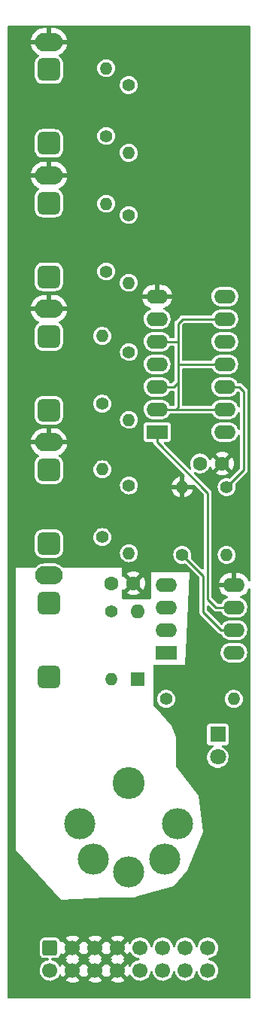
<source format=gbl>
%TF.GenerationSoftware,KiCad,Pcbnew,(6.0.1)*%
%TF.CreationDate,2022-10-16T16:10:35-04:00*%
%TF.ProjectId,SYNTH-MIDI-THRU,53594e54-482d-44d4-9944-492d54485255,1*%
%TF.SameCoordinates,Original*%
%TF.FileFunction,Copper,L2,Bot*%
%TF.FilePolarity,Positive*%
%FSLAX46Y46*%
G04 Gerber Fmt 4.6, Leading zero omitted, Abs format (unit mm)*
G04 Created by KiCad (PCBNEW (6.0.1)) date 2022-10-16 16:10:35*
%MOMM*%
%LPD*%
G01*
G04 APERTURE LIST*
G04 Aperture macros list*
%AMRoundRect*
0 Rectangle with rounded corners*
0 $1 Rounding radius*
0 $2 $3 $4 $5 $6 $7 $8 $9 X,Y pos of 4 corners*
0 Add a 4 corners polygon primitive as box body*
4,1,4,$2,$3,$4,$5,$6,$7,$8,$9,$2,$3,0*
0 Add four circle primitives for the rounded corners*
1,1,$1+$1,$2,$3*
1,1,$1+$1,$4,$5*
1,1,$1+$1,$6,$7*
1,1,$1+$1,$8,$9*
0 Add four rect primitives between the rounded corners*
20,1,$1+$1,$2,$3,$4,$5,0*
20,1,$1+$1,$4,$5,$6,$7,0*
20,1,$1+$1,$6,$7,$8,$9,0*
20,1,$1+$1,$8,$9,$2,$3,0*%
G04 Aperture macros list end*
%TA.AperFunction,ComponentPad*%
%ADD10O,3.500000X3.500000*%
%TD*%
%TA.AperFunction,ComponentPad*%
%ADD11C,3.500000*%
%TD*%
%TA.AperFunction,ComponentPad*%
%ADD12C,3.600000*%
%TD*%
%TA.AperFunction,ComponentPad*%
%ADD13RoundRect,0.650000X0.650000X0.650000X-0.650000X0.650000X-0.650000X-0.650000X0.650000X-0.650000X0*%
%TD*%
%TA.AperFunction,ComponentPad*%
%ADD14O,3.100000X2.100000*%
%TD*%
%TA.AperFunction,ComponentPad*%
%ADD15R,1.800000X1.800000*%
%TD*%
%TA.AperFunction,ComponentPad*%
%ADD16C,1.800000*%
%TD*%
%TA.AperFunction,ComponentPad*%
%ADD17C,1.400000*%
%TD*%
%TA.AperFunction,ComponentPad*%
%ADD18O,1.400000X1.400000*%
%TD*%
%TA.AperFunction,ComponentPad*%
%ADD19R,2.400000X1.600000*%
%TD*%
%TA.AperFunction,ComponentPad*%
%ADD20O,2.400000X1.600000*%
%TD*%
%TA.AperFunction,ComponentPad*%
%ADD21C,1.600000*%
%TD*%
%TA.AperFunction,ComponentPad*%
%ADD22R,1.600000X1.600000*%
%TD*%
%TA.AperFunction,ComponentPad*%
%ADD23O,1.600000X1.600000*%
%TD*%
%TA.AperFunction,ComponentPad*%
%ADD24RoundRect,0.250000X-0.600000X0.600000X-0.600000X-0.600000X0.600000X-0.600000X0.600000X0.600000X0*%
%TD*%
%TA.AperFunction,ComponentPad*%
%ADD25C,1.700000*%
%TD*%
%TA.AperFunction,Conductor*%
%ADD26C,0.250000*%
%TD*%
G04 APERTURE END LIST*
D10*
%TO.P,J7,1*%
%TO.N,unconnected-(J7-Pad1)*%
X19500000Y-90000000D03*
%TO.P,J7,2*%
%TO.N,/MIDI_GND*%
X14000000Y-95500000D03*
D11*
%TO.P,J7,3*%
%TO.N,unconnected-(J7-Pad3)*%
X8500000Y-90000000D03*
D10*
%TO.P,J7,4*%
%TO.N,/MIDI_IN*%
X18000000Y-94000000D03*
%TO.P,J7,5*%
%TO.N,/MIDI_RTN*%
X10000000Y-94000000D03*
D12*
%TO.P,J7,6*%
%TO.N,N/C*%
X14000000Y-85500000D03*
%TD*%
D13*
%TO.P,J5,R*%
%TO.N,/MIDI_4_PWR*%
X5000000Y-50240000D03*
D14*
%TO.P,J5,S*%
%TO.N,GND*%
X5000000Y-47140000D03*
D13*
%TO.P,J5,T*%
%TO.N,/MIDI_4_OUT*%
X5000000Y-58540000D03*
%TD*%
%TO.P,J4,R*%
%TO.N,/MIDI_3_PWR*%
X5000000Y-35240000D03*
D14*
%TO.P,J4,S*%
%TO.N,GND*%
X5000000Y-32140000D03*
D13*
%TO.P,J4,T*%
%TO.N,/MIDI_3_OUT*%
X5000000Y-43540000D03*
%TD*%
D15*
%TO.P,D1,1,K*%
%TO.N,Net-(D1-Pad1)*%
X24000000Y-80000000D03*
D16*
%TO.P,D1,2,A*%
%TO.N,+5V*%
X24000000Y-82540000D03*
%TD*%
D13*
%TO.P,J1,R*%
%TO.N,/MIDI_IN*%
X5000000Y-65240000D03*
D14*
%TO.P,J1,S*%
%TO.N,/MIDI_GND*%
X5000000Y-62140000D03*
D13*
%TO.P,J1,T*%
%TO.N,/MIDI_RTN*%
X5000000Y-73540000D03*
%TD*%
%TO.P,J2,R*%
%TO.N,/MIDI_1_PWR*%
X5000000Y-5240000D03*
D14*
%TO.P,J2,S*%
%TO.N,GND*%
X5000000Y-2140000D03*
D13*
%TO.P,J2,T*%
%TO.N,/MIDI_1_OUT*%
X5000000Y-13540000D03*
%TD*%
%TO.P,J3,R*%
%TO.N,/MIDI_2_PWR*%
X5000000Y-20240000D03*
D14*
%TO.P,J3,S*%
%TO.N,GND*%
X5000000Y-17140000D03*
D13*
%TO.P,J3,T*%
%TO.N,/MIDI_2_OUT*%
X5000000Y-28540000D03*
%TD*%
D17*
%TO.P,R8,1*%
%TO.N,+5V*%
X11000000Y-42810000D03*
D18*
%TO.P,R8,2*%
%TO.N,/MIDI_3_PWR*%
X11000000Y-35190000D03*
%TD*%
D17*
%TO.P,R6,1*%
%TO.N,+5V*%
X11430000Y-27940000D03*
D18*
%TO.P,R6,2*%
%TO.N,/MIDI_2_PWR*%
X11430000Y-20320000D03*
%TD*%
D17*
%TO.P,R7,1*%
%TO.N,Net-(R7-Pad1)*%
X13970000Y-21590000D03*
D18*
%TO.P,R7,2*%
%TO.N,/MIDI_2_OUT*%
X13970000Y-29210000D03*
%TD*%
D17*
%TO.P,R4,1*%
%TO.N,+5V*%
X11430000Y-12700000D03*
D18*
%TO.P,R4,2*%
%TO.N,/MIDI_1_PWR*%
X11430000Y-5080000D03*
%TD*%
D19*
%TO.P,U1,1*%
%TO.N,/RXD*%
X17175000Y-46000000D03*
D20*
%TO.P,U1,2*%
%TO.N,/ALLRXD*%
X17175000Y-43460000D03*
%TO.P,U1,3*%
X17175000Y-40920000D03*
%TO.P,U1,4*%
%TO.N,Net-(R11-Pad1)*%
X17175000Y-38380000D03*
%TO.P,U1,5*%
%TO.N,/ALLRXD*%
X17175000Y-35840000D03*
%TO.P,U1,6*%
%TO.N,Net-(R7-Pad1)*%
X17175000Y-33300000D03*
%TO.P,U1,7,GND*%
%TO.N,GND*%
X17175000Y-30760000D03*
%TO.P,U1,8*%
%TO.N,Net-(R5-Pad1)*%
X24795000Y-30760000D03*
%TO.P,U1,9*%
%TO.N,/ALLRXD*%
X24795000Y-33300000D03*
%TO.P,U1,10*%
%TO.N,Net-(R9-Pad1)*%
X24795000Y-35840000D03*
%TO.P,U1,11*%
%TO.N,/ALLRXD*%
X24795000Y-38380000D03*
%TO.P,U1,12*%
%TO.N,Net-(R12-Pad1)*%
X24795000Y-40920000D03*
%TO.P,U1,13*%
%TO.N,/ALLRXD*%
X24795000Y-43460000D03*
%TO.P,U1,14,VCC*%
%TO.N,+5V*%
X24795000Y-46000000D03*
%TD*%
D17*
%TO.P,R11,1*%
%TO.N,Net-(R11-Pad1)*%
X14000000Y-52000000D03*
D18*
%TO.P,R11,2*%
%TO.N,/MIDI_4_OUT*%
X14000000Y-59620000D03*
%TD*%
D21*
%TO.P,C1,1*%
%TO.N,/MIDI_GND*%
X12000000Y-63000000D03*
%TO.P,C1,2*%
%TO.N,GND*%
X14500000Y-63000000D03*
%TD*%
D17*
%TO.P,R5,1*%
%TO.N,Net-(R5-Pad1)*%
X13970000Y-6985000D03*
D18*
%TO.P,R5,2*%
%TO.N,/MIDI_1_OUT*%
X13970000Y-14605000D03*
%TD*%
D17*
%TO.P,R3,1*%
%TO.N,Net-(D2-Pad2)*%
X12000000Y-66190000D03*
D18*
%TO.P,R3,2*%
%TO.N,/MIDI_RTN*%
X12000000Y-73810000D03*
%TD*%
D17*
%TO.P,R9,1*%
%TO.N,Net-(R9-Pad1)*%
X14000000Y-37000000D03*
D18*
%TO.P,R9,2*%
%TO.N,/MIDI_3_OUT*%
X14000000Y-44620000D03*
%TD*%
D22*
%TO.P,D2,1,K*%
%TO.N,/MIDI_IN*%
X15000000Y-73810000D03*
D23*
%TO.P,D2,2,A*%
%TO.N,Net-(D2-Pad2)*%
X15000000Y-66190000D03*
%TD*%
D24*
%TO.P,J6,1,Pin_1*%
%TO.N,unconnected-(J6-Pad1)*%
X5110000Y-103997500D03*
D25*
%TO.P,J6,2,Pin_2*%
%TO.N,unconnected-(J6-Pad2)*%
X5110000Y-106537500D03*
%TO.P,J6,3,Pin_3*%
%TO.N,GND*%
X7650000Y-103997500D03*
%TO.P,J6,4,Pin_4*%
X7650000Y-106537500D03*
%TO.P,J6,5,Pin_5*%
X10190000Y-103997500D03*
%TO.P,J6,6,Pin_6*%
X10190000Y-106537500D03*
%TO.P,J6,7,Pin_7*%
X12730000Y-103997500D03*
%TO.P,J6,8,Pin_8*%
X12730000Y-106537500D03*
%TO.P,J6,9,Pin_9*%
%TO.N,+12V*%
X15270000Y-103997500D03*
%TO.P,J6,10,Pin_10*%
X15270000Y-106537500D03*
%TO.P,J6,11,Pin_11*%
%TO.N,+5V*%
X17810000Y-103997500D03*
%TO.P,J6,12,Pin_12*%
X17810000Y-106537500D03*
%TO.P,J6,13,Pin_13*%
%TO.N,/CV_OUT*%
X20350000Y-103997500D03*
%TO.P,J6,14,Pin_14*%
X20350000Y-106537500D03*
%TO.P,J6,15,Pin_15*%
%TO.N,/GATE_OUT*%
X22890000Y-103997500D03*
%TO.P,J6,16,Pin_16*%
X22890000Y-106537500D03*
%TD*%
D17*
%TO.P,R10,1*%
%TO.N,+5V*%
X11000000Y-57810000D03*
D18*
%TO.P,R10,2*%
%TO.N,/MIDI_4_PWR*%
X11000000Y-50190000D03*
%TD*%
D17*
%TO.P,R12,1*%
%TO.N,Net-(R12-Pad1)*%
X25000000Y-52190000D03*
D18*
%TO.P,R12,2*%
%TO.N,Net-(D1-Pad1)*%
X25000000Y-59810000D03*
%TD*%
D17*
%TO.P,R2,1*%
%TO.N,+5V*%
X18190000Y-76000000D03*
D18*
%TO.P,R2,2*%
%TO.N,/RXD*%
X25810000Y-76000000D03*
%TD*%
D17*
%TO.P,R1,1*%
%TO.N,Net-(R1-Pad1)*%
X20000000Y-59810000D03*
D18*
%TO.P,R1,2*%
%TO.N,GND*%
X20000000Y-52190000D03*
%TD*%
D19*
%TO.P,U2,1,NC*%
%TO.N,unconnected-(U2-Pad1)*%
X18200000Y-70800000D03*
D20*
%TO.P,U2,2,C1*%
%TO.N,/MIDI_IN*%
X18200000Y-68260000D03*
%TO.P,U2,3,C2*%
%TO.N,Net-(D2-Pad2)*%
X18200000Y-65720000D03*
%TO.P,U2,4,NC*%
%TO.N,unconnected-(U2-Pad4)*%
X18200000Y-63180000D03*
%TO.P,U2,5,GND*%
%TO.N,GND*%
X25820000Y-63180000D03*
%TO.P,U2,6,VO2*%
%TO.N,/RXD*%
X25820000Y-65720000D03*
%TO.P,U2,7,VO1*%
%TO.N,Net-(R1-Pad1)*%
X25820000Y-68260000D03*
%TO.P,U2,8,VCC*%
%TO.N,+5V*%
X25820000Y-70800000D03*
%TD*%
D21*
%TO.P,C2,1*%
%TO.N,+5V*%
X22000000Y-49530000D03*
%TO.P,C2,2*%
%TO.N,GND*%
X24500000Y-49530000D03*
%TD*%
D26*
%TO.N,Net-(R1-Pad1)*%
X24370000Y-68260000D02*
X22352000Y-66242000D01*
X25820000Y-68260000D02*
X24370000Y-68260000D01*
X22352000Y-66242000D02*
X22352000Y-62162000D01*
X22352000Y-62162000D02*
X20000000Y-59810000D01*
%TO.N,/RXD*%
X25820000Y-65720000D02*
X23810000Y-65720000D01*
X23810000Y-65720000D02*
X22860000Y-64770000D01*
X22860000Y-64770000D02*
X22860000Y-52832000D01*
X17175000Y-47147000D02*
X17175000Y-46000000D01*
X22860000Y-52832000D02*
X17175000Y-47147000D01*
%TO.N,/ALLRXD*%
X24795000Y-33300000D02*
X20040000Y-33300000D01*
X19024000Y-40920000D02*
X19558000Y-40386000D01*
X24795000Y-38380000D02*
X19584000Y-38380000D01*
X19558000Y-43180000D02*
X19278000Y-43460000D01*
X17175000Y-40920000D02*
X19024000Y-40920000D01*
X17175000Y-43460000D02*
X24795000Y-43460000D01*
X19532000Y-35840000D02*
X17175000Y-35840000D01*
X20040000Y-33300000D02*
X19558000Y-33782000D01*
X19558000Y-35814000D02*
X19532000Y-35840000D01*
X19558000Y-40386000D02*
X19558000Y-33782000D01*
X19558000Y-40386000D02*
X19558000Y-43180000D01*
%TO.N,Net-(R12-Pad1)*%
X24795000Y-40920000D02*
X26442000Y-40920000D01*
X26924000Y-41402000D02*
X26924000Y-50266000D01*
X26442000Y-40920000D02*
X26924000Y-41402000D01*
X26924000Y-50266000D02*
X25000000Y-52190000D01*
%TD*%
%TA.AperFunction,Conductor*%
%TO.N,GND*%
G36*
X27637321Y-324802D02*
G01*
X27683814Y-378458D01*
X27695200Y-430800D01*
X27695200Y-62680954D01*
X27675198Y-62749075D01*
X27621542Y-62795568D01*
X27551268Y-62805672D01*
X27486688Y-62776178D01*
X27455117Y-62730321D01*
X27453813Y-62730929D01*
X27359414Y-62528489D01*
X27353931Y-62518993D01*
X27228972Y-62340533D01*
X27221916Y-62332125D01*
X27067875Y-62178084D01*
X27059467Y-62171028D01*
X26881007Y-62046069D01*
X26871511Y-62040586D01*
X26674053Y-61948510D01*
X26663761Y-61944764D01*
X26453312Y-61888375D01*
X26442519Y-61886472D01*
X26279830Y-61872238D01*
X26274365Y-61872000D01*
X26092115Y-61872000D01*
X26076876Y-61876475D01*
X26075671Y-61877865D01*
X26074000Y-61885548D01*
X26074000Y-63308000D01*
X26053998Y-63376121D01*
X26000342Y-63422614D01*
X25948000Y-63434000D01*
X24152033Y-63434000D01*
X24138502Y-63437973D01*
X24137273Y-63446522D01*
X24184764Y-63623761D01*
X24188510Y-63634053D01*
X24280586Y-63831511D01*
X24286069Y-63841007D01*
X24411028Y-64019467D01*
X24418084Y-64027875D01*
X24572125Y-64181916D01*
X24580533Y-64188972D01*
X24758993Y-64313931D01*
X24768489Y-64319414D01*
X24965947Y-64411490D01*
X24976239Y-64415236D01*
X25046801Y-64434143D01*
X25107424Y-64471095D01*
X25138445Y-64534956D01*
X25130017Y-64605450D01*
X25084814Y-64660197D01*
X25049659Y-64676755D01*
X25007660Y-64689076D01*
X25002333Y-64691820D01*
X25002332Y-64691820D01*
X24825487Y-64782901D01*
X24825484Y-64782903D01*
X24820156Y-64785647D01*
X24654296Y-64915932D01*
X24650364Y-64920463D01*
X24650361Y-64920466D01*
X24581888Y-64999375D01*
X24516065Y-65075229D01*
X24513065Y-65080415D01*
X24513062Y-65080419D01*
X24428382Y-65226795D01*
X24376957Y-65275744D01*
X24319318Y-65289700D01*
X24040426Y-65289700D01*
X23972305Y-65269698D01*
X23951331Y-65252795D01*
X23327205Y-64628669D01*
X23293179Y-64566357D01*
X23290300Y-64539574D01*
X23290300Y-62908503D01*
X24138606Y-62908503D01*
X24138942Y-62922599D01*
X24146884Y-62926000D01*
X25547885Y-62926000D01*
X25563124Y-62921525D01*
X25564329Y-62920135D01*
X25566000Y-62912452D01*
X25566000Y-61890115D01*
X25561525Y-61874876D01*
X25560135Y-61873671D01*
X25552452Y-61872000D01*
X25365635Y-61872000D01*
X25360170Y-61872238D01*
X25197481Y-61886472D01*
X25186688Y-61888375D01*
X24976239Y-61944764D01*
X24965947Y-61948510D01*
X24768489Y-62040586D01*
X24758993Y-62046069D01*
X24580533Y-62171028D01*
X24572125Y-62178084D01*
X24418084Y-62332125D01*
X24411028Y-62340533D01*
X24286069Y-62518993D01*
X24280586Y-62528489D01*
X24188510Y-62725947D01*
X24184764Y-62736239D01*
X24138606Y-62908503D01*
X23290300Y-62908503D01*
X23290300Y-59795896D01*
X23989934Y-59795896D01*
X24006432Y-59992354D01*
X24008131Y-59998279D01*
X24057957Y-60172045D01*
X24060773Y-60181866D01*
X24063592Y-60187351D01*
X24148072Y-60351732D01*
X24148075Y-60351737D01*
X24150890Y-60357214D01*
X24273349Y-60511719D01*
X24278042Y-60515713D01*
X24278043Y-60515714D01*
X24411707Y-60629470D01*
X24423486Y-60639495D01*
X24595582Y-60735677D01*
X24783082Y-60796599D01*
X24978845Y-60819942D01*
X24984980Y-60819470D01*
X24984982Y-60819470D01*
X25169272Y-60805290D01*
X25169277Y-60805289D01*
X25175413Y-60804817D01*
X25181343Y-60803161D01*
X25181345Y-60803161D01*
X25340257Y-60758792D01*
X25365300Y-60751800D01*
X25393449Y-60737581D01*
X25535772Y-60665689D01*
X25535774Y-60665688D01*
X25541273Y-60662910D01*
X25696629Y-60541532D01*
X25825450Y-60392291D01*
X25868666Y-60316218D01*
X25919785Y-60226234D01*
X25919787Y-60226229D01*
X25922831Y-60220871D01*
X25985061Y-60033800D01*
X26009770Y-59838205D01*
X26010164Y-59810000D01*
X25990926Y-59613791D01*
X25933943Y-59425056D01*
X25899374Y-59360042D01*
X25844283Y-59256430D01*
X25844281Y-59256428D01*
X25841387Y-59250984D01*
X25716783Y-59098204D01*
X25564877Y-58972536D01*
X25559460Y-58969607D01*
X25559457Y-58969605D01*
X25396872Y-58881696D01*
X25396868Y-58881694D01*
X25391454Y-58878767D01*
X25385574Y-58876947D01*
X25385572Y-58876946D01*
X25297288Y-58849618D01*
X25203122Y-58820468D01*
X25197004Y-58819825D01*
X25196999Y-58819824D01*
X25013181Y-58800505D01*
X25013179Y-58800505D01*
X25007052Y-58799861D01*
X24924586Y-58807366D01*
X24816853Y-58817170D01*
X24816850Y-58817171D01*
X24810714Y-58817729D01*
X24804808Y-58819467D01*
X24804804Y-58819468D01*
X24663547Y-58861042D01*
X24621586Y-58873392D01*
X24446871Y-58964731D01*
X24442071Y-58968591D01*
X24442070Y-58968591D01*
X24408459Y-58995615D01*
X24293225Y-59088265D01*
X24166500Y-59239291D01*
X24163536Y-59244683D01*
X24163533Y-59244687D01*
X24086362Y-59385063D01*
X24071523Y-59412054D01*
X24069662Y-59417921D01*
X24069661Y-59417923D01*
X24030791Y-59540459D01*
X24011911Y-59599975D01*
X23989934Y-59795896D01*
X23290300Y-59795896D01*
X23290300Y-52865018D01*
X23291173Y-52850207D01*
X23293839Y-52827683D01*
X23294946Y-52818332D01*
X23284889Y-52763264D01*
X23284239Y-52759361D01*
X23277323Y-52713356D01*
X23277323Y-52713355D01*
X23275923Y-52704045D01*
X23272938Y-52697829D01*
X23271699Y-52691044D01*
X23245899Y-52641378D01*
X23244130Y-52637838D01*
X23223990Y-52595896D01*
X23223989Y-52595895D01*
X23219912Y-52587404D01*
X23215229Y-52582338D01*
X23212051Y-52576220D01*
X23207930Y-52571394D01*
X23172428Y-52535892D01*
X23168998Y-52532325D01*
X23132081Y-52492388D01*
X23125948Y-52488825D01*
X23120323Y-52483787D01*
X21358527Y-50721991D01*
X21324501Y-50659679D01*
X21329566Y-50588864D01*
X21372113Y-50532028D01*
X21438633Y-50507217D01*
X21497360Y-50517128D01*
X21656980Y-50585706D01*
X21698134Y-50595018D01*
X21849474Y-50629263D01*
X21849479Y-50629264D01*
X21855111Y-50630538D01*
X21860882Y-50630765D01*
X21860884Y-50630765D01*
X21919801Y-50633080D01*
X22058095Y-50638514D01*
X22176121Y-50621401D01*
X22212945Y-50616062D01*
X23778493Y-50616062D01*
X23787789Y-50628077D01*
X23838994Y-50663931D01*
X23848489Y-50669414D01*
X24045947Y-50761490D01*
X24056239Y-50765236D01*
X24266688Y-50821625D01*
X24277481Y-50823528D01*
X24494525Y-50842517D01*
X24505475Y-50842517D01*
X24722519Y-50823528D01*
X24733312Y-50821625D01*
X24943761Y-50765236D01*
X24954053Y-50761490D01*
X25151511Y-50669414D01*
X25161006Y-50663931D01*
X25213048Y-50627491D01*
X25221424Y-50617012D01*
X25214356Y-50603566D01*
X24512812Y-49902022D01*
X24498868Y-49894408D01*
X24497035Y-49894539D01*
X24490420Y-49898790D01*
X23784923Y-50604287D01*
X23778493Y-50616062D01*
X22212945Y-50616062D01*
X22253411Y-50610195D01*
X22253415Y-50610194D01*
X22259133Y-50609365D01*
X22264605Y-50607507D01*
X22264607Y-50607507D01*
X22446028Y-50545922D01*
X22446030Y-50545921D01*
X22451492Y-50544067D01*
X22585251Y-50469159D01*
X22623694Y-50447630D01*
X22623695Y-50447629D01*
X22628731Y-50444809D01*
X22784913Y-50314913D01*
X22853961Y-50231892D01*
X22911118Y-50163169D01*
X22914809Y-50158731D01*
X23014067Y-49981492D01*
X23015920Y-49976032D01*
X23015924Y-49976024D01*
X23021816Y-49958667D01*
X23062655Y-49900592D01*
X23128408Y-49873815D01*
X23198200Y-49886838D01*
X23249872Y-49935526D01*
X23262835Y-49966563D01*
X23264762Y-49973754D01*
X23268510Y-49984053D01*
X23360586Y-50181511D01*
X23366069Y-50191006D01*
X23402509Y-50243048D01*
X23412988Y-50251424D01*
X23426434Y-50244356D01*
X24127978Y-49542812D01*
X24134356Y-49531132D01*
X24864408Y-49531132D01*
X24864539Y-49532965D01*
X24868790Y-49539580D01*
X25574287Y-50245077D01*
X25586062Y-50251507D01*
X25598077Y-50242211D01*
X25633931Y-50191006D01*
X25639414Y-50181511D01*
X25731490Y-49984053D01*
X25735236Y-49973761D01*
X25791625Y-49763312D01*
X25793528Y-49752519D01*
X25812517Y-49535475D01*
X25812517Y-49524525D01*
X25793528Y-49307481D01*
X25791625Y-49296688D01*
X25735236Y-49086239D01*
X25731490Y-49075947D01*
X25639414Y-48878489D01*
X25633931Y-48868994D01*
X25597491Y-48816952D01*
X25587012Y-48808576D01*
X25573566Y-48815644D01*
X24872022Y-49517188D01*
X24864408Y-49531132D01*
X24134356Y-49531132D01*
X24135592Y-49528868D01*
X24135461Y-49527035D01*
X24131210Y-49520420D01*
X23425713Y-48814923D01*
X23413938Y-48808493D01*
X23401923Y-48817789D01*
X23366069Y-48868994D01*
X23360586Y-48878489D01*
X23268510Y-49075947D01*
X23264762Y-49086244D01*
X23263001Y-49092818D01*
X23226051Y-49153442D01*
X23162190Y-49184464D01*
X23091696Y-49176037D01*
X23036948Y-49130834D01*
X23028288Y-49115938D01*
X22949014Y-48955187D01*
X22946460Y-48950008D01*
X22847728Y-48817789D01*
X22828370Y-48791866D01*
X22828369Y-48791865D01*
X22824917Y-48787242D01*
X22814905Y-48777987D01*
X22679986Y-48653269D01*
X22679983Y-48653267D01*
X22675746Y-48649350D01*
X22584788Y-48591960D01*
X22508829Y-48544033D01*
X22508824Y-48544031D01*
X22503945Y-48540952D01*
X22315267Y-48465677D01*
X22201203Y-48442988D01*
X23778576Y-48442988D01*
X23785644Y-48456434D01*
X24487188Y-49157978D01*
X24501132Y-49165592D01*
X24502965Y-49165461D01*
X24509580Y-49161210D01*
X25215077Y-48455713D01*
X25221507Y-48443938D01*
X25212211Y-48431923D01*
X25161006Y-48396069D01*
X25151511Y-48390586D01*
X24954053Y-48298510D01*
X24943761Y-48294764D01*
X24733312Y-48238375D01*
X24722519Y-48236472D01*
X24505475Y-48217483D01*
X24494525Y-48217483D01*
X24277481Y-48236472D01*
X24266688Y-48238375D01*
X24056239Y-48294764D01*
X24045947Y-48298510D01*
X23848489Y-48390586D01*
X23838994Y-48396069D01*
X23786952Y-48432509D01*
X23778576Y-48442988D01*
X22201203Y-48442988D01*
X22116030Y-48426046D01*
X22110255Y-48425970D01*
X22110251Y-48425970D01*
X22008762Y-48424642D01*
X21912908Y-48423387D01*
X21907211Y-48424366D01*
X21907210Y-48424366D01*
X21718399Y-48456810D01*
X21712702Y-48457789D01*
X21522118Y-48528099D01*
X21347538Y-48631963D01*
X21194809Y-48765902D01*
X21069046Y-48925432D01*
X21066357Y-48930543D01*
X21066355Y-48930546D01*
X21056116Y-48950008D01*
X20974461Y-49105208D01*
X20914222Y-49299211D01*
X20890345Y-49500943D01*
X20903631Y-49703648D01*
X20905052Y-49709244D01*
X20905053Y-49709249D01*
X20930884Y-49810956D01*
X20953635Y-49900537D01*
X20956052Y-49905780D01*
X21014528Y-50032625D01*
X21024883Y-50102863D01*
X20995620Y-50167548D01*
X20936031Y-50206145D01*
X20865035Y-50206398D01*
X20811007Y-50174471D01*
X17956931Y-47320395D01*
X17922905Y-47258083D01*
X17927970Y-47187268D01*
X17970517Y-47130432D01*
X18037037Y-47105621D01*
X18046026Y-47105300D01*
X18420358Y-47105300D01*
X18431252Y-47104004D01*
X18437593Y-47103250D01*
X18437596Y-47103249D01*
X18446978Y-47102133D01*
X18550919Y-47055964D01*
X18618755Y-46988009D01*
X18623052Y-46983705D01*
X18623053Y-46983703D01*
X18631270Y-46975472D01*
X18677258Y-46871451D01*
X18680300Y-46845358D01*
X18680300Y-45154642D01*
X18679004Y-45143748D01*
X18678250Y-45137407D01*
X18678249Y-45137404D01*
X18677133Y-45128022D01*
X18630964Y-45024081D01*
X18590814Y-44984002D01*
X18558705Y-44951948D01*
X18558703Y-44951947D01*
X18550472Y-44943730D01*
X18446451Y-44897742D01*
X18420358Y-44894700D01*
X15929642Y-44894700D01*
X15918748Y-44895996D01*
X15912407Y-44896750D01*
X15912404Y-44896751D01*
X15903022Y-44897867D01*
X15799081Y-44944036D01*
X15775768Y-44967390D01*
X15726948Y-45016295D01*
X15726947Y-45016297D01*
X15718730Y-45024528D01*
X15672742Y-45128549D01*
X15669700Y-45154642D01*
X15669700Y-46845358D01*
X15670996Y-46856252D01*
X15671685Y-46862040D01*
X15672867Y-46871978D01*
X15719036Y-46975919D01*
X15759186Y-47015998D01*
X15791295Y-47048052D01*
X15791297Y-47048053D01*
X15799528Y-47056270D01*
X15903549Y-47102258D01*
X15929642Y-47105300D01*
X16624870Y-47105300D01*
X16692991Y-47125302D01*
X16739484Y-47178958D01*
X16748821Y-47208669D01*
X16750112Y-47215740D01*
X16750761Y-47219639D01*
X16756541Y-47258083D01*
X16759077Y-47274955D01*
X16762062Y-47281171D01*
X16763301Y-47287956D01*
X16789100Y-47337619D01*
X16790869Y-47341159D01*
X16815088Y-47391596D01*
X16819771Y-47396662D01*
X16822949Y-47402780D01*
X16827070Y-47407606D01*
X16862572Y-47443108D01*
X16866001Y-47446674D01*
X16902919Y-47486612D01*
X16909052Y-47490175D01*
X16914677Y-47495213D01*
X20252886Y-50833422D01*
X20286912Y-50895734D01*
X20281847Y-50966549D01*
X20271348Y-50979901D01*
X20254000Y-51020412D01*
X20254000Y-51917885D01*
X20258475Y-51933124D01*
X20259865Y-51934329D01*
X20267548Y-51936000D01*
X21164439Y-51936000D01*
X21193004Y-51927613D01*
X21230311Y-51903637D01*
X21301308Y-51903638D01*
X21354903Y-51935439D01*
X22392795Y-52973331D01*
X22426821Y-53035643D01*
X22429700Y-53062426D01*
X22429700Y-61326973D01*
X22409698Y-61395094D01*
X22356042Y-61441587D01*
X22285768Y-61451691D01*
X22221188Y-61422197D01*
X22214605Y-61416068D01*
X21001964Y-60203428D01*
X20967939Y-60141116D01*
X20971501Y-60074563D01*
X20985061Y-60033800D01*
X21009770Y-59838205D01*
X21010164Y-59810000D01*
X20990926Y-59613791D01*
X20933943Y-59425056D01*
X20899374Y-59360042D01*
X20844283Y-59256430D01*
X20844281Y-59256428D01*
X20841387Y-59250984D01*
X20716783Y-59098204D01*
X20564877Y-58972536D01*
X20559460Y-58969607D01*
X20559457Y-58969605D01*
X20396872Y-58881696D01*
X20396868Y-58881694D01*
X20391454Y-58878767D01*
X20385574Y-58876947D01*
X20385572Y-58876946D01*
X20297288Y-58849618D01*
X20203122Y-58820468D01*
X20197004Y-58819825D01*
X20196999Y-58819824D01*
X20013181Y-58800505D01*
X20013179Y-58800505D01*
X20007052Y-58799861D01*
X19924586Y-58807366D01*
X19816853Y-58817170D01*
X19816850Y-58817171D01*
X19810714Y-58817729D01*
X19804808Y-58819467D01*
X19804804Y-58819468D01*
X19663547Y-58861042D01*
X19621586Y-58873392D01*
X19446871Y-58964731D01*
X19442071Y-58968591D01*
X19442070Y-58968591D01*
X19408459Y-58995615D01*
X19293225Y-59088265D01*
X19166500Y-59239291D01*
X19163536Y-59244683D01*
X19163533Y-59244687D01*
X19086362Y-59385063D01*
X19071523Y-59412054D01*
X19069662Y-59417921D01*
X19069661Y-59417923D01*
X19030791Y-59540459D01*
X19011911Y-59599975D01*
X18989934Y-59795896D01*
X19006432Y-59992354D01*
X19008131Y-59998279D01*
X19057957Y-60172045D01*
X19060773Y-60181866D01*
X19063592Y-60187351D01*
X19148072Y-60351732D01*
X19148075Y-60351737D01*
X19150890Y-60357214D01*
X19273349Y-60511719D01*
X19278042Y-60515713D01*
X19278043Y-60515714D01*
X19411707Y-60629470D01*
X19423486Y-60639495D01*
X19595582Y-60735677D01*
X19783082Y-60796599D01*
X19978845Y-60819942D01*
X19984980Y-60819470D01*
X19984982Y-60819470D01*
X20169271Y-60805290D01*
X20169275Y-60805289D01*
X20175413Y-60804817D01*
X20269340Y-60778592D01*
X20340330Y-60779538D01*
X20392319Y-60810855D01*
X21884795Y-62303331D01*
X21918821Y-62365643D01*
X21921700Y-62392426D01*
X21921700Y-66208982D01*
X21920827Y-66223790D01*
X21917054Y-66255668D01*
X21918746Y-66264932D01*
X21918746Y-66264933D01*
X21927111Y-66310733D01*
X21927761Y-66314637D01*
X21936077Y-66369955D01*
X21939062Y-66376171D01*
X21940301Y-66382956D01*
X21944643Y-66391314D01*
X21966100Y-66432619D01*
X21967869Y-66436159D01*
X21992088Y-66486596D01*
X21996771Y-66491662D01*
X21999949Y-66497780D01*
X22004070Y-66502606D01*
X22039572Y-66538108D01*
X22043001Y-66541674D01*
X22079919Y-66581612D01*
X22086052Y-66585175D01*
X22091677Y-66590213D01*
X24042383Y-68540919D01*
X24052238Y-68552008D01*
X24072112Y-68577218D01*
X24118197Y-68609070D01*
X24121365Y-68611334D01*
X24166376Y-68644580D01*
X24172883Y-68646865D01*
X24178556Y-68650786D01*
X24227334Y-68666212D01*
X24231900Y-68667656D01*
X24235657Y-68668910D01*
X24279567Y-68684330D01*
X24279571Y-68684331D01*
X24288459Y-68687452D01*
X24295352Y-68687723D01*
X24301926Y-68689802D01*
X24308253Y-68690300D01*
X24320327Y-68690300D01*
X24388448Y-68710302D01*
X24435027Y-68764148D01*
X24454977Y-68808025D01*
X24457460Y-68813485D01*
X24579487Y-68985511D01*
X24731842Y-69131359D01*
X24909027Y-69245766D01*
X24914593Y-69248009D01*
X25099081Y-69322360D01*
X25099084Y-69322361D01*
X25104650Y-69324604D01*
X25208326Y-69344851D01*
X25307205Y-69364161D01*
X25307208Y-69364161D01*
X25311651Y-69365029D01*
X25317192Y-69365300D01*
X26272699Y-69365300D01*
X26429958Y-69350296D01*
X26632340Y-69290924D01*
X26726336Y-69242513D01*
X26814513Y-69197099D01*
X26814516Y-69197097D01*
X26819844Y-69194353D01*
X26985704Y-69064068D01*
X26989636Y-69059537D01*
X26989639Y-69059534D01*
X27120004Y-68909301D01*
X27123935Y-68904771D01*
X27126935Y-68899585D01*
X27126938Y-68899581D01*
X27226544Y-68727404D01*
X27229550Y-68722208D01*
X27298738Y-68522968D01*
X27329002Y-68314239D01*
X27319251Y-68103553D01*
X27269836Y-67898513D01*
X27182540Y-67706515D01*
X27060513Y-67534489D01*
X26908158Y-67388641D01*
X26730973Y-67274234D01*
X26625730Y-67231820D01*
X26540919Y-67197640D01*
X26540916Y-67197639D01*
X26535350Y-67195396D01*
X26403791Y-67169704D01*
X26332795Y-67155839D01*
X26332792Y-67155839D01*
X26328349Y-67154971D01*
X26322808Y-67154700D01*
X25367301Y-67154700D01*
X25210042Y-67169704D01*
X25007660Y-67229076D01*
X25002333Y-67231820D01*
X25002332Y-67231820D01*
X24825487Y-67322901D01*
X24825484Y-67322903D01*
X24820156Y-67325647D01*
X24654296Y-67455932D01*
X24589722Y-67530347D01*
X24520002Y-67610692D01*
X24460249Y-67649033D01*
X24389252Y-67648982D01*
X24335742Y-67617206D01*
X22819205Y-66100669D01*
X22785179Y-66038357D01*
X22782300Y-66011574D01*
X22782300Y-65605026D01*
X22802302Y-65536905D01*
X22855958Y-65490412D01*
X22926232Y-65480308D01*
X22990812Y-65509802D01*
X22997395Y-65515931D01*
X23482383Y-66000919D01*
X23492238Y-66012008D01*
X23512112Y-66037218D01*
X23558197Y-66069070D01*
X23561365Y-66071334D01*
X23606376Y-66104580D01*
X23612883Y-66106865D01*
X23618556Y-66110786D01*
X23667334Y-66126212D01*
X23671900Y-66127656D01*
X23675657Y-66128910D01*
X23719567Y-66144330D01*
X23719571Y-66144331D01*
X23728459Y-66147452D01*
X23735352Y-66147723D01*
X23741926Y-66149802D01*
X23748253Y-66150300D01*
X23798467Y-66150300D01*
X23803414Y-66150397D01*
X23857752Y-66152532D01*
X23864605Y-66150715D01*
X23872145Y-66150300D01*
X24320327Y-66150300D01*
X24388448Y-66170302D01*
X24435027Y-66224148D01*
X24454977Y-66268025D01*
X24457460Y-66273485D01*
X24579487Y-66445511D01*
X24731842Y-66591359D01*
X24909027Y-66705766D01*
X24914593Y-66708009D01*
X25099081Y-66782360D01*
X25099084Y-66782361D01*
X25104650Y-66784604D01*
X25208326Y-66804851D01*
X25307205Y-66824161D01*
X25307208Y-66824161D01*
X25311651Y-66825029D01*
X25317192Y-66825300D01*
X26272699Y-66825300D01*
X26429958Y-66810296D01*
X26632340Y-66750924D01*
X26726336Y-66702513D01*
X26814513Y-66657099D01*
X26814516Y-66657097D01*
X26819844Y-66654353D01*
X26985704Y-66524068D01*
X26989636Y-66519537D01*
X26989639Y-66519534D01*
X27115770Y-66374180D01*
X27123935Y-66364771D01*
X27126935Y-66359585D01*
X27126938Y-66359581D01*
X27226544Y-66187404D01*
X27229550Y-66182208D01*
X27298738Y-65982968D01*
X27329002Y-65774239D01*
X27319251Y-65563553D01*
X27269836Y-65358513D01*
X27182540Y-65166515D01*
X27060513Y-64994489D01*
X26908158Y-64848641D01*
X26730973Y-64734234D01*
X26578480Y-64672778D01*
X26522774Y-64628763D01*
X26499707Y-64561618D01*
X26516604Y-64492661D01*
X26568099Y-64443786D01*
X26592967Y-64434205D01*
X26663761Y-64415236D01*
X26674053Y-64411490D01*
X26871511Y-64319414D01*
X26881007Y-64313931D01*
X27059467Y-64188972D01*
X27067875Y-64181916D01*
X27221916Y-64027875D01*
X27228972Y-64019467D01*
X27353931Y-63841007D01*
X27359414Y-63831511D01*
X27453813Y-63629071D01*
X27455341Y-63629783D01*
X27492893Y-63578780D01*
X27559214Y-63553442D01*
X27628706Y-63567983D01*
X27679305Y-63617785D01*
X27695200Y-63679046D01*
X27695200Y-109569200D01*
X27675198Y-109637321D01*
X27621542Y-109683814D01*
X27569200Y-109695200D01*
X430800Y-109695200D01*
X362679Y-109675198D01*
X316186Y-109621542D01*
X304800Y-109569200D01*
X304800Y-106507128D01*
X3950149Y-106507128D01*
X3964036Y-106719003D01*
X4016301Y-106924799D01*
X4105195Y-107117624D01*
X4227740Y-107291021D01*
X4379832Y-107439183D01*
X4384628Y-107442388D01*
X4384631Y-107442390D01*
X4455886Y-107490001D01*
X4556377Y-107557147D01*
X4561685Y-107559428D01*
X4561686Y-107559428D01*
X4746160Y-107638684D01*
X4746163Y-107638685D01*
X4751463Y-107640962D01*
X4757092Y-107642236D01*
X4757093Y-107642236D01*
X4952921Y-107686548D01*
X4952924Y-107686548D01*
X4958557Y-107687823D01*
X4964328Y-107688050D01*
X4964330Y-107688050D01*
X5029086Y-107690594D01*
X5170723Y-107696159D01*
X5275789Y-107680925D01*
X5375141Y-107666520D01*
X5375146Y-107666519D01*
X5380855Y-107665691D01*
X5386319Y-107663836D01*
X5386324Y-107663835D01*
X5390690Y-107662353D01*
X6889977Y-107662353D01*
X6895258Y-107669407D01*
X7056756Y-107763779D01*
X7066042Y-107768229D01*
X7265001Y-107844203D01*
X7274899Y-107847079D01*
X7483595Y-107889538D01*
X7493823Y-107890757D01*
X7706650Y-107898562D01*
X7716936Y-107898095D01*
X7928185Y-107871034D01*
X7938262Y-107868892D01*
X8142255Y-107807691D01*
X8151842Y-107803933D01*
X8343098Y-107710238D01*
X8351944Y-107704965D01*
X8399247Y-107671223D01*
X8406211Y-107662353D01*
X9429977Y-107662353D01*
X9435258Y-107669407D01*
X9596756Y-107763779D01*
X9606042Y-107768229D01*
X9805001Y-107844203D01*
X9814899Y-107847079D01*
X10023595Y-107889538D01*
X10033823Y-107890757D01*
X10246650Y-107898562D01*
X10256936Y-107898095D01*
X10468185Y-107871034D01*
X10478262Y-107868892D01*
X10682255Y-107807691D01*
X10691842Y-107803933D01*
X10883098Y-107710238D01*
X10891944Y-107704965D01*
X10939247Y-107671223D01*
X10946211Y-107662353D01*
X11969977Y-107662353D01*
X11975258Y-107669407D01*
X12136756Y-107763779D01*
X12146042Y-107768229D01*
X12345001Y-107844203D01*
X12354899Y-107847079D01*
X12563595Y-107889538D01*
X12573823Y-107890757D01*
X12786650Y-107898562D01*
X12796936Y-107898095D01*
X13008185Y-107871034D01*
X13018262Y-107868892D01*
X13222255Y-107807691D01*
X13231842Y-107803933D01*
X13423098Y-107710238D01*
X13431944Y-107704965D01*
X13479247Y-107671223D01*
X13487648Y-107660523D01*
X13480660Y-107647370D01*
X12742812Y-106909522D01*
X12728868Y-106901908D01*
X12727035Y-106902039D01*
X12720420Y-106906290D01*
X11976737Y-107649973D01*
X11969977Y-107662353D01*
X10946211Y-107662353D01*
X10947648Y-107660523D01*
X10940660Y-107647370D01*
X10202812Y-106909522D01*
X10188868Y-106901908D01*
X10187035Y-106902039D01*
X10180420Y-106906290D01*
X9436737Y-107649973D01*
X9429977Y-107662353D01*
X8406211Y-107662353D01*
X8407648Y-107660523D01*
X8400660Y-107647370D01*
X7662812Y-106909522D01*
X7648868Y-106901908D01*
X7647035Y-106902039D01*
X7640420Y-106906290D01*
X6896737Y-107649973D01*
X6889977Y-107662353D01*
X5390690Y-107662353D01*
X5576448Y-107599296D01*
X5581916Y-107597440D01*
X5767172Y-107493692D01*
X5930420Y-107357920D01*
X6066192Y-107194672D01*
X6161243Y-107024947D01*
X6211978Y-106975286D01*
X6281510Y-106960938D01*
X6347760Y-106986460D01*
X6387919Y-107039110D01*
X6431770Y-107147103D01*
X6436413Y-107156294D01*
X6516460Y-107286920D01*
X6526916Y-107296380D01*
X6535694Y-107292596D01*
X7277978Y-106550312D01*
X7284356Y-106538632D01*
X8014408Y-106538632D01*
X8014539Y-106540465D01*
X8018790Y-106547080D01*
X8760474Y-107288764D01*
X8772484Y-107295323D01*
X8784223Y-107286355D01*
X8818022Y-107239319D01*
X8819149Y-107240129D01*
X8866659Y-107196381D01*
X8936596Y-107184161D01*
X9002038Y-107211691D01*
X9029870Y-107243529D01*
X9056459Y-107286919D01*
X9066916Y-107296380D01*
X9075694Y-107292596D01*
X9817978Y-106550312D01*
X9824356Y-106538632D01*
X10554408Y-106538632D01*
X10554539Y-106540465D01*
X10558790Y-106547080D01*
X11300474Y-107288764D01*
X11312484Y-107295323D01*
X11324223Y-107286355D01*
X11358022Y-107239319D01*
X11359149Y-107240129D01*
X11406659Y-107196381D01*
X11476596Y-107184161D01*
X11542038Y-107211691D01*
X11569870Y-107243529D01*
X11596459Y-107286919D01*
X11606916Y-107296380D01*
X11615694Y-107292596D01*
X12357978Y-106550312D01*
X12364356Y-106538632D01*
X13094408Y-106538632D01*
X13094539Y-106540465D01*
X13098790Y-106547080D01*
X13840474Y-107288764D01*
X13852484Y-107295323D01*
X13864223Y-107286355D01*
X13895004Y-107243519D01*
X13900315Y-107234680D01*
X13994673Y-107043760D01*
X13995578Y-107041476D01*
X13996191Y-107040691D01*
X13996964Y-107039126D01*
X13997287Y-107039286D01*
X14039253Y-106985503D01*
X14106256Y-106962027D01*
X14175314Y-106978503D01*
X14227155Y-107035109D01*
X14265195Y-107117624D01*
X14387740Y-107291021D01*
X14539832Y-107439183D01*
X14544628Y-107442388D01*
X14544631Y-107442390D01*
X14615886Y-107490001D01*
X14716377Y-107557147D01*
X14721685Y-107559428D01*
X14721686Y-107559428D01*
X14906160Y-107638684D01*
X14906163Y-107638685D01*
X14911463Y-107640962D01*
X14917092Y-107642236D01*
X14917093Y-107642236D01*
X15112921Y-107686548D01*
X15112924Y-107686548D01*
X15118557Y-107687823D01*
X15124328Y-107688050D01*
X15124330Y-107688050D01*
X15189086Y-107690594D01*
X15330723Y-107696159D01*
X15435789Y-107680925D01*
X15535141Y-107666520D01*
X15535146Y-107666519D01*
X15540855Y-107665691D01*
X15546319Y-107663836D01*
X15546324Y-107663835D01*
X15736448Y-107599296D01*
X15741916Y-107597440D01*
X15927172Y-107493692D01*
X16090420Y-107357920D01*
X16226192Y-107194672D01*
X16329940Y-107009416D01*
X16360565Y-106919199D01*
X16396335Y-106813824D01*
X16396336Y-106813819D01*
X16398191Y-106808355D01*
X16399019Y-106802646D01*
X16399020Y-106802641D01*
X16410334Y-106724605D01*
X16413287Y-106704238D01*
X16442857Y-106639693D01*
X16502628Y-106601381D01*
X16573625Y-106601465D01*
X16633305Y-106639920D01*
X16662722Y-106704536D01*
X16663565Y-106712647D01*
X16663658Y-106713233D01*
X16664036Y-106719003D01*
X16716301Y-106924799D01*
X16805195Y-107117624D01*
X16927740Y-107291021D01*
X17079832Y-107439183D01*
X17084628Y-107442388D01*
X17084631Y-107442390D01*
X17155886Y-107490001D01*
X17256377Y-107557147D01*
X17261685Y-107559428D01*
X17261686Y-107559428D01*
X17446160Y-107638684D01*
X17446163Y-107638685D01*
X17451463Y-107640962D01*
X17457092Y-107642236D01*
X17457093Y-107642236D01*
X17652921Y-107686548D01*
X17652924Y-107686548D01*
X17658557Y-107687823D01*
X17664328Y-107688050D01*
X17664330Y-107688050D01*
X17729086Y-107690594D01*
X17870723Y-107696159D01*
X17975789Y-107680925D01*
X18075141Y-107666520D01*
X18075146Y-107666519D01*
X18080855Y-107665691D01*
X18086319Y-107663836D01*
X18086324Y-107663835D01*
X18276448Y-107599296D01*
X18281916Y-107597440D01*
X18467172Y-107493692D01*
X18630420Y-107357920D01*
X18766192Y-107194672D01*
X18869940Y-107009416D01*
X18900565Y-106919199D01*
X18936335Y-106813824D01*
X18936336Y-106813819D01*
X18938191Y-106808355D01*
X18939019Y-106802646D01*
X18939020Y-106802641D01*
X18950334Y-106724605D01*
X18953287Y-106704238D01*
X18982857Y-106639693D01*
X19042628Y-106601381D01*
X19113625Y-106601465D01*
X19173305Y-106639920D01*
X19202722Y-106704536D01*
X19203565Y-106712647D01*
X19203658Y-106713233D01*
X19204036Y-106719003D01*
X19256301Y-106924799D01*
X19345195Y-107117624D01*
X19467740Y-107291021D01*
X19619832Y-107439183D01*
X19624628Y-107442388D01*
X19624631Y-107442390D01*
X19695886Y-107490001D01*
X19796377Y-107557147D01*
X19801685Y-107559428D01*
X19801686Y-107559428D01*
X19986160Y-107638684D01*
X19986163Y-107638685D01*
X19991463Y-107640962D01*
X19997092Y-107642236D01*
X19997093Y-107642236D01*
X20192921Y-107686548D01*
X20192924Y-107686548D01*
X20198557Y-107687823D01*
X20204328Y-107688050D01*
X20204330Y-107688050D01*
X20269086Y-107690594D01*
X20410723Y-107696159D01*
X20515789Y-107680925D01*
X20615141Y-107666520D01*
X20615146Y-107666519D01*
X20620855Y-107665691D01*
X20626319Y-107663836D01*
X20626324Y-107663835D01*
X20816448Y-107599296D01*
X20821916Y-107597440D01*
X21007172Y-107493692D01*
X21170420Y-107357920D01*
X21306192Y-107194672D01*
X21409940Y-107009416D01*
X21440565Y-106919199D01*
X21476335Y-106813824D01*
X21476336Y-106813819D01*
X21478191Y-106808355D01*
X21479019Y-106802646D01*
X21479020Y-106802641D01*
X21490334Y-106724605D01*
X21493287Y-106704238D01*
X21522857Y-106639693D01*
X21582628Y-106601381D01*
X21653625Y-106601465D01*
X21713305Y-106639920D01*
X21742722Y-106704536D01*
X21743565Y-106712647D01*
X21743658Y-106713233D01*
X21744036Y-106719003D01*
X21796301Y-106924799D01*
X21885195Y-107117624D01*
X22007740Y-107291021D01*
X22159832Y-107439183D01*
X22164628Y-107442388D01*
X22164631Y-107442390D01*
X22235886Y-107490001D01*
X22336377Y-107557147D01*
X22341685Y-107559428D01*
X22341686Y-107559428D01*
X22526160Y-107638684D01*
X22526163Y-107638685D01*
X22531463Y-107640962D01*
X22537092Y-107642236D01*
X22537093Y-107642236D01*
X22732921Y-107686548D01*
X22732924Y-107686548D01*
X22738557Y-107687823D01*
X22744328Y-107688050D01*
X22744330Y-107688050D01*
X22809086Y-107690594D01*
X22950723Y-107696159D01*
X23055789Y-107680925D01*
X23155141Y-107666520D01*
X23155146Y-107666519D01*
X23160855Y-107665691D01*
X23166319Y-107663836D01*
X23166324Y-107663835D01*
X23356448Y-107599296D01*
X23361916Y-107597440D01*
X23547172Y-107493692D01*
X23710420Y-107357920D01*
X23846192Y-107194672D01*
X23949940Y-107009416D01*
X23980565Y-106919199D01*
X24016335Y-106813824D01*
X24016336Y-106813819D01*
X24018191Y-106808355D01*
X24019019Y-106802646D01*
X24019020Y-106802641D01*
X24048126Y-106601897D01*
X24048659Y-106598223D01*
X24050249Y-106537500D01*
X24030821Y-106326061D01*
X23973186Y-106121704D01*
X23879275Y-105931272D01*
X23752233Y-105761142D01*
X23596315Y-105617013D01*
X23416742Y-105503711D01*
X23383068Y-105490276D01*
X23356096Y-105479515D01*
X23219529Y-105425030D01*
X23213861Y-105423903D01*
X23213859Y-105423902D01*
X23043567Y-105390029D01*
X22980657Y-105357122D01*
X22945525Y-105295427D01*
X22949325Y-105224532D01*
X22990851Y-105166946D01*
X23050066Y-105141755D01*
X23160855Y-105125691D01*
X23166319Y-105123836D01*
X23166324Y-105123835D01*
X23356448Y-105059296D01*
X23361916Y-105057440D01*
X23547172Y-104953692D01*
X23710420Y-104817920D01*
X23846192Y-104654672D01*
X23949940Y-104469416D01*
X23980565Y-104379199D01*
X24016335Y-104273824D01*
X24016336Y-104273819D01*
X24018191Y-104268355D01*
X24019019Y-104262646D01*
X24019020Y-104262641D01*
X24048126Y-104061897D01*
X24048659Y-104058223D01*
X24050249Y-103997500D01*
X24030821Y-103786061D01*
X23973186Y-103581704D01*
X23879275Y-103391272D01*
X23807725Y-103295455D01*
X23755686Y-103225766D01*
X23755685Y-103225765D01*
X23752233Y-103221142D01*
X23596315Y-103077013D01*
X23416742Y-102963711D01*
X23383068Y-102950276D01*
X23293054Y-102914364D01*
X23219529Y-102885030D01*
X23213861Y-102883903D01*
X23213859Y-102883902D01*
X23016946Y-102844734D01*
X23016944Y-102844734D01*
X23011279Y-102843607D01*
X23005504Y-102843531D01*
X23005500Y-102843531D01*
X22899283Y-102842141D01*
X22798968Y-102840828D01*
X22793271Y-102841807D01*
X22793270Y-102841807D01*
X22595395Y-102875808D01*
X22595392Y-102875809D01*
X22589705Y-102876786D01*
X22390500Y-102950276D01*
X22208023Y-103058839D01*
X22048385Y-103198837D01*
X22044818Y-103203362D01*
X22044813Y-103203367D01*
X21922663Y-103358314D01*
X21916933Y-103365583D01*
X21914245Y-103370692D01*
X21820759Y-103548380D01*
X21820757Y-103548385D01*
X21818070Y-103553492D01*
X21755105Y-103756271D01*
X21754426Y-103762010D01*
X21745690Y-103835821D01*
X21717820Y-103901119D01*
X21659072Y-103940983D01*
X21588097Y-103942758D01*
X21527430Y-103905879D01*
X21496333Y-103842055D01*
X21495092Y-103832541D01*
X21491350Y-103791815D01*
X21491349Y-103791812D01*
X21490821Y-103786061D01*
X21433186Y-103581704D01*
X21339275Y-103391272D01*
X21267725Y-103295455D01*
X21215686Y-103225766D01*
X21215685Y-103225765D01*
X21212233Y-103221142D01*
X21056315Y-103077013D01*
X20876742Y-102963711D01*
X20843068Y-102950276D01*
X20753054Y-102914364D01*
X20679529Y-102885030D01*
X20673861Y-102883903D01*
X20673859Y-102883902D01*
X20476946Y-102844734D01*
X20476944Y-102844734D01*
X20471279Y-102843607D01*
X20465504Y-102843531D01*
X20465500Y-102843531D01*
X20359283Y-102842141D01*
X20258968Y-102840828D01*
X20253271Y-102841807D01*
X20253270Y-102841807D01*
X20055395Y-102875808D01*
X20055392Y-102875809D01*
X20049705Y-102876786D01*
X19850500Y-102950276D01*
X19668023Y-103058839D01*
X19508385Y-103198837D01*
X19504818Y-103203362D01*
X19504813Y-103203367D01*
X19382663Y-103358314D01*
X19376933Y-103365583D01*
X19374245Y-103370692D01*
X19280759Y-103548380D01*
X19280757Y-103548385D01*
X19278070Y-103553492D01*
X19215105Y-103756271D01*
X19214426Y-103762010D01*
X19205690Y-103835821D01*
X19177820Y-103901119D01*
X19119072Y-103940983D01*
X19048097Y-103942758D01*
X18987430Y-103905879D01*
X18956333Y-103842055D01*
X18955092Y-103832541D01*
X18951350Y-103791815D01*
X18951349Y-103791812D01*
X18950821Y-103786061D01*
X18893186Y-103581704D01*
X18799275Y-103391272D01*
X18727725Y-103295455D01*
X18675686Y-103225766D01*
X18675685Y-103225765D01*
X18672233Y-103221142D01*
X18516315Y-103077013D01*
X18336742Y-102963711D01*
X18303068Y-102950276D01*
X18213054Y-102914364D01*
X18139529Y-102885030D01*
X18133861Y-102883903D01*
X18133859Y-102883902D01*
X17936946Y-102844734D01*
X17936944Y-102844734D01*
X17931279Y-102843607D01*
X17925504Y-102843531D01*
X17925500Y-102843531D01*
X17819283Y-102842141D01*
X17718968Y-102840828D01*
X17713271Y-102841807D01*
X17713270Y-102841807D01*
X17515395Y-102875808D01*
X17515392Y-102875809D01*
X17509705Y-102876786D01*
X17310500Y-102950276D01*
X17128023Y-103058839D01*
X16968385Y-103198837D01*
X16964818Y-103203362D01*
X16964813Y-103203367D01*
X16842663Y-103358314D01*
X16836933Y-103365583D01*
X16834245Y-103370692D01*
X16740759Y-103548380D01*
X16740757Y-103548385D01*
X16738070Y-103553492D01*
X16675105Y-103756271D01*
X16674426Y-103762010D01*
X16665690Y-103835821D01*
X16637820Y-103901119D01*
X16579072Y-103940983D01*
X16508097Y-103942758D01*
X16447430Y-103905879D01*
X16416333Y-103842055D01*
X16415092Y-103832541D01*
X16411350Y-103791815D01*
X16411349Y-103791812D01*
X16410821Y-103786061D01*
X16353186Y-103581704D01*
X16259275Y-103391272D01*
X16187725Y-103295455D01*
X16135686Y-103225766D01*
X16135685Y-103225765D01*
X16132233Y-103221142D01*
X15976315Y-103077013D01*
X15796742Y-102963711D01*
X15763068Y-102950276D01*
X15673054Y-102914364D01*
X15599529Y-102885030D01*
X15593861Y-102883903D01*
X15593859Y-102883902D01*
X15396946Y-102844734D01*
X15396944Y-102844734D01*
X15391279Y-102843607D01*
X15385504Y-102843531D01*
X15385500Y-102843531D01*
X15279283Y-102842141D01*
X15178968Y-102840828D01*
X15173271Y-102841807D01*
X15173270Y-102841807D01*
X14975395Y-102875808D01*
X14975392Y-102875809D01*
X14969705Y-102876786D01*
X14770500Y-102950276D01*
X14588023Y-103058839D01*
X14428385Y-103198837D01*
X14424818Y-103203362D01*
X14424813Y-103203367D01*
X14302663Y-103358314D01*
X14296933Y-103365583D01*
X14294245Y-103370692D01*
X14221702Y-103508574D01*
X14172282Y-103559547D01*
X14103150Y-103575710D01*
X14036254Y-103551931D01*
X13994643Y-103500149D01*
X13932972Y-103358314D01*
X13928105Y-103349239D01*
X13863063Y-103248697D01*
X13852377Y-103239495D01*
X13842812Y-103243898D01*
X13102022Y-103984688D01*
X13094408Y-103998632D01*
X13094539Y-104000465D01*
X13098790Y-104007080D01*
X13840474Y-104748764D01*
X13852484Y-104755323D01*
X13864223Y-104746355D01*
X13895004Y-104703519D01*
X13900315Y-104694680D01*
X13994673Y-104503760D01*
X13995578Y-104501476D01*
X13996191Y-104500691D01*
X13996964Y-104499126D01*
X13997287Y-104499286D01*
X14039253Y-104445503D01*
X14106256Y-104422027D01*
X14175314Y-104438503D01*
X14227155Y-104495109D01*
X14265195Y-104577624D01*
X14387740Y-104751021D01*
X14460202Y-104821611D01*
X14512608Y-104872662D01*
X14539832Y-104899183D01*
X14544628Y-104902388D01*
X14544631Y-104902390D01*
X14615886Y-104950001D01*
X14716377Y-105017147D01*
X14721685Y-105019428D01*
X14721686Y-105019428D01*
X14906160Y-105098684D01*
X14906163Y-105098685D01*
X14911463Y-105100962D01*
X14917092Y-105102236D01*
X14917093Y-105102236D01*
X15112087Y-105146359D01*
X15174114Y-105180902D01*
X15207618Y-105243496D01*
X15201964Y-105314267D01*
X15158945Y-105370746D01*
X15105617Y-105393432D01*
X14975395Y-105415808D01*
X14975392Y-105415809D01*
X14969705Y-105416786D01*
X14770500Y-105490276D01*
X14588023Y-105598839D01*
X14428385Y-105738837D01*
X14424818Y-105743362D01*
X14424813Y-105743367D01*
X14308276Y-105891194D01*
X14296933Y-105905583D01*
X14294245Y-105910692D01*
X14221702Y-106048574D01*
X14172282Y-106099547D01*
X14103150Y-106115710D01*
X14036254Y-106091931D01*
X13994643Y-106040149D01*
X13932972Y-105898314D01*
X13928105Y-105889239D01*
X13863063Y-105788697D01*
X13852377Y-105779495D01*
X13842812Y-105783898D01*
X13102022Y-106524688D01*
X13094408Y-106538632D01*
X12364356Y-106538632D01*
X12365592Y-106536368D01*
X12365461Y-106534535D01*
X12361210Y-106527920D01*
X11619849Y-105786559D01*
X11608313Y-105780259D01*
X11596028Y-105789884D01*
X11563192Y-105838020D01*
X11508281Y-105883023D01*
X11437756Y-105891194D01*
X11374009Y-105859940D01*
X11353311Y-105835455D01*
X11323062Y-105788697D01*
X11312377Y-105779495D01*
X11302812Y-105783898D01*
X10562022Y-106524688D01*
X10554408Y-106538632D01*
X9824356Y-106538632D01*
X9825592Y-106536368D01*
X9825461Y-106534535D01*
X9821210Y-106527920D01*
X9079849Y-105786559D01*
X9068313Y-105780259D01*
X9056028Y-105789884D01*
X9023192Y-105838020D01*
X8968281Y-105883023D01*
X8897756Y-105891194D01*
X8834009Y-105859940D01*
X8813311Y-105835455D01*
X8783062Y-105788697D01*
X8772377Y-105779495D01*
X8762812Y-105783898D01*
X8022022Y-106524688D01*
X8014408Y-106538632D01*
X7284356Y-106538632D01*
X7285592Y-106536368D01*
X7285461Y-106534535D01*
X7281210Y-106527920D01*
X6539849Y-105786559D01*
X6528313Y-105780259D01*
X6516031Y-105789882D01*
X6468089Y-105860162D01*
X6463004Y-105869113D01*
X6382628Y-106042269D01*
X6335804Y-106095636D01*
X6267560Y-106115217D01*
X6199565Y-106094793D01*
X6155334Y-106044948D01*
X6101829Y-105936451D01*
X6099275Y-105931272D01*
X5972233Y-105761142D01*
X5816315Y-105617013D01*
X5636742Y-105503711D01*
X5603068Y-105490276D01*
X5576096Y-105479515D01*
X5439529Y-105425030D01*
X5433861Y-105423903D01*
X5433859Y-105423902D01*
X5328675Y-105402980D01*
X5325653Y-105402379D01*
X5262743Y-105369472D01*
X5227611Y-105307777D01*
X5231411Y-105236882D01*
X5272936Y-105179296D01*
X5339003Y-105153302D01*
X5350234Y-105152800D01*
X5753144Y-105152800D01*
X5843703Y-105141841D01*
X5851231Y-105138861D01*
X5851233Y-105138860D01*
X5892925Y-105122353D01*
X6889977Y-105122353D01*
X6895258Y-105129407D01*
X6942479Y-105157001D01*
X6991203Y-105208639D01*
X7004274Y-105278422D01*
X6977543Y-105344194D01*
X6937087Y-105377553D01*
X6928466Y-105382041D01*
X6919734Y-105387539D01*
X6899677Y-105402599D01*
X6891223Y-105413927D01*
X6897968Y-105426258D01*
X7637188Y-106165478D01*
X7651132Y-106173092D01*
X7652965Y-106172961D01*
X7659580Y-106168710D01*
X8403389Y-105424901D01*
X8410410Y-105412044D01*
X8403611Y-105402713D01*
X8399559Y-105400021D01*
X8362116Y-105379352D01*
X8312145Y-105328920D01*
X8297373Y-105259477D01*
X8322489Y-105193072D01*
X8349840Y-105166465D01*
X8399247Y-105131223D01*
X8406211Y-105122353D01*
X9429977Y-105122353D01*
X9435258Y-105129407D01*
X9482479Y-105157001D01*
X9531203Y-105208639D01*
X9544274Y-105278422D01*
X9517543Y-105344194D01*
X9477087Y-105377553D01*
X9468466Y-105382041D01*
X9459734Y-105387539D01*
X9439677Y-105402599D01*
X9431223Y-105413927D01*
X9437968Y-105426258D01*
X10177188Y-106165478D01*
X10191132Y-106173092D01*
X10192965Y-106172961D01*
X10199580Y-106168710D01*
X10943389Y-105424901D01*
X10950410Y-105412044D01*
X10943611Y-105402713D01*
X10939559Y-105400021D01*
X10902116Y-105379352D01*
X10852145Y-105328920D01*
X10837373Y-105259477D01*
X10862489Y-105193072D01*
X10889840Y-105166465D01*
X10939247Y-105131223D01*
X10946211Y-105122353D01*
X11969977Y-105122353D01*
X11975258Y-105129407D01*
X12022479Y-105157001D01*
X12071203Y-105208639D01*
X12084274Y-105278422D01*
X12057543Y-105344194D01*
X12017087Y-105377553D01*
X12008466Y-105382041D01*
X11999734Y-105387539D01*
X11979677Y-105402599D01*
X11971223Y-105413927D01*
X11977968Y-105426258D01*
X12717188Y-106165478D01*
X12731132Y-106173092D01*
X12732965Y-106172961D01*
X12739580Y-106168710D01*
X13483389Y-105424901D01*
X13490410Y-105412044D01*
X13483611Y-105402713D01*
X13479559Y-105400021D01*
X13442116Y-105379352D01*
X13392145Y-105328920D01*
X13377373Y-105259477D01*
X13402489Y-105193072D01*
X13429840Y-105166465D01*
X13479247Y-105131223D01*
X13487648Y-105120523D01*
X13480660Y-105107370D01*
X12742812Y-104369522D01*
X12728868Y-104361908D01*
X12727035Y-104362039D01*
X12720420Y-104366290D01*
X11976737Y-105109973D01*
X11969977Y-105122353D01*
X10946211Y-105122353D01*
X10947648Y-105120523D01*
X10940660Y-105107370D01*
X10202812Y-104369522D01*
X10188868Y-104361908D01*
X10187035Y-104362039D01*
X10180420Y-104366290D01*
X9436737Y-105109973D01*
X9429977Y-105122353D01*
X8406211Y-105122353D01*
X8407648Y-105120523D01*
X8400660Y-105107370D01*
X7662812Y-104369522D01*
X7648868Y-104361908D01*
X7647035Y-104362039D01*
X7640420Y-104366290D01*
X6896737Y-105109973D01*
X6889977Y-105122353D01*
X5892925Y-105122353D01*
X5943735Y-105102236D01*
X5985162Y-105085834D01*
X6106348Y-104993848D01*
X6198334Y-104872662D01*
X6254341Y-104731203D01*
X6254882Y-104726731D01*
X6290207Y-104667030D01*
X6353656Y-104635175D01*
X6424255Y-104642679D01*
X6479589Y-104687161D01*
X6483609Y-104693312D01*
X6516459Y-104746919D01*
X6526916Y-104756380D01*
X6535694Y-104752596D01*
X7277978Y-104010312D01*
X7284356Y-103998632D01*
X8014408Y-103998632D01*
X8014539Y-104000465D01*
X8018790Y-104007080D01*
X8760474Y-104748764D01*
X8772484Y-104755323D01*
X8784223Y-104746355D01*
X8818022Y-104699319D01*
X8819149Y-104700129D01*
X8866659Y-104656381D01*
X8936596Y-104644161D01*
X9002038Y-104671691D01*
X9029870Y-104703529D01*
X9056459Y-104746919D01*
X9066916Y-104756380D01*
X9075694Y-104752596D01*
X9817978Y-104010312D01*
X9824356Y-103998632D01*
X10554408Y-103998632D01*
X10554539Y-104000465D01*
X10558790Y-104007080D01*
X11300474Y-104748764D01*
X11312484Y-104755323D01*
X11324223Y-104746355D01*
X11358022Y-104699319D01*
X11359149Y-104700129D01*
X11406659Y-104656381D01*
X11476596Y-104644161D01*
X11542038Y-104671691D01*
X11569870Y-104703529D01*
X11596459Y-104746919D01*
X11606916Y-104756380D01*
X11615694Y-104752596D01*
X12357978Y-104010312D01*
X12365592Y-103996368D01*
X12365461Y-103994535D01*
X12361210Y-103987920D01*
X11619849Y-103246559D01*
X11608313Y-103240259D01*
X11596028Y-103249884D01*
X11563192Y-103298020D01*
X11508281Y-103343023D01*
X11437756Y-103351194D01*
X11374009Y-103319940D01*
X11353311Y-103295455D01*
X11323062Y-103248697D01*
X11312377Y-103239495D01*
X11302812Y-103243898D01*
X10562022Y-103984688D01*
X10554408Y-103998632D01*
X9824356Y-103998632D01*
X9825592Y-103996368D01*
X9825461Y-103994535D01*
X9821210Y-103987920D01*
X9079849Y-103246559D01*
X9068313Y-103240259D01*
X9056028Y-103249884D01*
X9023192Y-103298020D01*
X8968281Y-103343023D01*
X8897756Y-103351194D01*
X8834009Y-103319940D01*
X8813311Y-103295455D01*
X8783062Y-103248697D01*
X8772377Y-103239495D01*
X8762812Y-103243898D01*
X8022022Y-103984688D01*
X8014408Y-103998632D01*
X7284356Y-103998632D01*
X7285592Y-103996368D01*
X7285461Y-103994535D01*
X7281210Y-103987920D01*
X6539849Y-103246559D01*
X6528313Y-103240259D01*
X6516031Y-103249882D01*
X6479424Y-103303546D01*
X6424513Y-103348549D01*
X6353988Y-103356721D01*
X6290241Y-103325466D01*
X6254591Y-103265862D01*
X6254341Y-103263797D01*
X6198334Y-103122338D01*
X6106348Y-103001152D01*
X5985162Y-102909166D01*
X5903379Y-102876786D01*
X5896158Y-102873927D01*
X6891223Y-102873927D01*
X6897968Y-102886258D01*
X7637188Y-103625478D01*
X7651132Y-103633092D01*
X7652965Y-103632961D01*
X7659580Y-103628710D01*
X8403389Y-102884901D01*
X8409382Y-102873927D01*
X9431223Y-102873927D01*
X9437968Y-102886258D01*
X10177188Y-103625478D01*
X10191132Y-103633092D01*
X10192965Y-103632961D01*
X10199580Y-103628710D01*
X10943389Y-102884901D01*
X10949382Y-102873927D01*
X11971223Y-102873927D01*
X11977968Y-102886258D01*
X12717188Y-103625478D01*
X12731132Y-103633092D01*
X12732965Y-103632961D01*
X12739580Y-103628710D01*
X13483389Y-102884901D01*
X13490410Y-102872044D01*
X13483611Y-102862713D01*
X13479554Y-102860018D01*
X13293117Y-102757099D01*
X13283705Y-102752869D01*
X13082959Y-102681780D01*
X13072989Y-102679146D01*
X12863327Y-102641801D01*
X12853073Y-102640831D01*
X12640116Y-102638228D01*
X12629832Y-102638948D01*
X12419321Y-102671161D01*
X12409293Y-102673550D01*
X12206868Y-102739712D01*
X12197359Y-102743709D01*
X12008466Y-102842040D01*
X11999734Y-102847539D01*
X11979677Y-102862599D01*
X11971223Y-102873927D01*
X10949382Y-102873927D01*
X10950410Y-102872044D01*
X10943611Y-102862713D01*
X10939554Y-102860018D01*
X10753117Y-102757099D01*
X10743705Y-102752869D01*
X10542959Y-102681780D01*
X10532989Y-102679146D01*
X10323327Y-102641801D01*
X10313073Y-102640831D01*
X10100116Y-102638228D01*
X10089832Y-102638948D01*
X9879321Y-102671161D01*
X9869293Y-102673550D01*
X9666868Y-102739712D01*
X9657359Y-102743709D01*
X9468466Y-102842040D01*
X9459734Y-102847539D01*
X9439677Y-102862599D01*
X9431223Y-102873927D01*
X8409382Y-102873927D01*
X8410410Y-102872044D01*
X8403611Y-102862713D01*
X8399554Y-102860018D01*
X8213117Y-102757099D01*
X8203705Y-102752869D01*
X8002959Y-102681780D01*
X7992989Y-102679146D01*
X7783327Y-102641801D01*
X7773073Y-102640831D01*
X7560116Y-102638228D01*
X7549832Y-102638948D01*
X7339321Y-102671161D01*
X7329293Y-102673550D01*
X7126868Y-102739712D01*
X7117359Y-102743709D01*
X6928466Y-102842040D01*
X6919734Y-102847539D01*
X6899677Y-102862599D01*
X6891223Y-102873927D01*
X5896158Y-102873927D01*
X5851233Y-102856140D01*
X5851231Y-102856139D01*
X5843703Y-102853159D01*
X5753144Y-102842200D01*
X4466856Y-102842200D01*
X4376297Y-102853159D01*
X4368769Y-102856139D01*
X4368767Y-102856140D01*
X4316621Y-102876786D01*
X4234838Y-102909166D01*
X4113652Y-103001152D01*
X4021666Y-103122338D01*
X4018502Y-103130330D01*
X3984098Y-103217226D01*
X3965659Y-103263797D01*
X3954700Y-103354356D01*
X3954700Y-104640644D01*
X3965659Y-104731203D01*
X3968639Y-104738731D01*
X3968640Y-104738733D01*
X3975627Y-104756380D01*
X4021666Y-104872662D01*
X4113652Y-104993848D01*
X4234838Y-105085834D01*
X4276265Y-105102236D01*
X4368767Y-105138860D01*
X4368769Y-105138861D01*
X4376297Y-105141841D01*
X4466856Y-105152800D01*
X4868713Y-105152800D01*
X4936834Y-105172802D01*
X4983327Y-105226458D01*
X4993431Y-105296732D01*
X4963937Y-105361312D01*
X4904211Y-105399696D01*
X4890051Y-105402980D01*
X4815395Y-105415808D01*
X4815392Y-105415809D01*
X4809705Y-105416786D01*
X4610500Y-105490276D01*
X4428023Y-105598839D01*
X4268385Y-105738837D01*
X4264818Y-105743362D01*
X4264813Y-105743367D01*
X4148276Y-105891194D01*
X4136933Y-105905583D01*
X4134245Y-105910692D01*
X4040759Y-106088380D01*
X4040757Y-106088385D01*
X4038070Y-106093492D01*
X3975105Y-106296271D01*
X3950149Y-106507128D01*
X304800Y-106507128D01*
X304800Y-92964000D01*
X1270000Y-92964000D01*
X6350000Y-98552000D01*
X6359825Y-98551509D01*
X6359828Y-98551509D01*
X11426860Y-98298157D01*
X11433152Y-98298000D01*
X14732000Y-98298000D01*
X14740656Y-98295454D01*
X14740657Y-98295454D01*
X16886563Y-97664305D01*
X19050000Y-97028000D01*
X20574000Y-95250000D01*
X22352000Y-90932000D01*
X21844000Y-86868000D01*
X19330129Y-83599967D01*
X19304450Y-83533778D01*
X19304000Y-83523144D01*
X19304000Y-82508314D01*
X22789951Y-82508314D01*
X22804439Y-82729358D01*
X22858966Y-82944061D01*
X22861385Y-82949308D01*
X22949288Y-83139986D01*
X22949291Y-83139991D01*
X22951707Y-83145232D01*
X22955038Y-83149945D01*
X22955039Y-83149947D01*
X23008516Y-83225614D01*
X23079556Y-83326133D01*
X23238230Y-83480707D01*
X23243026Y-83483912D01*
X23243029Y-83483914D01*
X23323339Y-83537575D01*
X23422416Y-83603776D01*
X23427719Y-83606054D01*
X23427722Y-83606056D01*
X23507193Y-83640199D01*
X23625946Y-83691220D01*
X23842003Y-83740108D01*
X23847777Y-83740335D01*
X23847778Y-83740335D01*
X23890387Y-83742009D01*
X24063351Y-83748805D01*
X24172964Y-83732912D01*
X24276863Y-83717848D01*
X24276868Y-83717847D01*
X24282577Y-83717019D01*
X24288041Y-83715164D01*
X24288046Y-83715163D01*
X24486868Y-83647672D01*
X24486873Y-83647670D01*
X24492340Y-83645814D01*
X24563333Y-83606056D01*
X24680567Y-83540402D01*
X24680571Y-83540399D01*
X24685614Y-83537575D01*
X24855927Y-83395927D01*
X24997575Y-83225614D01*
X25000399Y-83220571D01*
X25000402Y-83220567D01*
X25102990Y-83037383D01*
X25102991Y-83037381D01*
X25105814Y-83032340D01*
X25107670Y-83026873D01*
X25107672Y-83026868D01*
X25175163Y-82828046D01*
X25175164Y-82828041D01*
X25177019Y-82822577D01*
X25177847Y-82816868D01*
X25177848Y-82816863D01*
X25208272Y-82607025D01*
X25208805Y-82603351D01*
X25210464Y-82540000D01*
X25190195Y-82319410D01*
X25188627Y-82313850D01*
X25131633Y-82111767D01*
X25131632Y-82111765D01*
X25130065Y-82106208D01*
X25115551Y-82076775D01*
X25034645Y-81912715D01*
X25032090Y-81907534D01*
X24899550Y-81730041D01*
X24736884Y-81579674D01*
X24687886Y-81548759D01*
X24554423Y-81464550D01*
X24554418Y-81464548D01*
X24549539Y-81461469D01*
X24516606Y-81448330D01*
X24460746Y-81404509D01*
X24437446Y-81337445D01*
X24454102Y-81268430D01*
X24505426Y-81219375D01*
X24563296Y-81205300D01*
X24945358Y-81205300D01*
X24956252Y-81204004D01*
X24962593Y-81203250D01*
X24962596Y-81203249D01*
X24971978Y-81202133D01*
X25075919Y-81155964D01*
X25115998Y-81115814D01*
X25148052Y-81083705D01*
X25148053Y-81083703D01*
X25156270Y-81075472D01*
X25202258Y-80971451D01*
X25205300Y-80945358D01*
X25205300Y-79054642D01*
X25204004Y-79043748D01*
X25203250Y-79037407D01*
X25203249Y-79037404D01*
X25202133Y-79028022D01*
X25155964Y-78924081D01*
X25115814Y-78884002D01*
X25083705Y-78851948D01*
X25083703Y-78851947D01*
X25075472Y-78843730D01*
X24971451Y-78797742D01*
X24945358Y-78794700D01*
X23054642Y-78794700D01*
X23043748Y-78795996D01*
X23037407Y-78796750D01*
X23037404Y-78796751D01*
X23028022Y-78797867D01*
X22924081Y-78844036D01*
X22884002Y-78884186D01*
X22851948Y-78916295D01*
X22851947Y-78916297D01*
X22843730Y-78924528D01*
X22797742Y-79028549D01*
X22794700Y-79054642D01*
X22794700Y-80945358D01*
X22795996Y-80956252D01*
X22796685Y-80962040D01*
X22797867Y-80971978D01*
X22844036Y-81075919D01*
X22884186Y-81115998D01*
X22916295Y-81148052D01*
X22916297Y-81148053D01*
X22924528Y-81156270D01*
X23028549Y-81202258D01*
X23054642Y-81205300D01*
X23430954Y-81205300D01*
X23499075Y-81225302D01*
X23545568Y-81278958D01*
X23555672Y-81349232D01*
X23526178Y-81413812D01*
X23485200Y-81445025D01*
X23484301Y-81445454D01*
X23478882Y-81447453D01*
X23422710Y-81480872D01*
X23293475Y-81557758D01*
X23293472Y-81557760D01*
X23288507Y-81560714D01*
X23121960Y-81706772D01*
X22984819Y-81880734D01*
X22881677Y-82076775D01*
X22815988Y-82288330D01*
X22789951Y-82508314D01*
X19304000Y-82508314D01*
X19304000Y-80264000D01*
X18796000Y-78994000D01*
X17019369Y-76995290D01*
X16795826Y-76743804D01*
X16765519Y-76679601D01*
X16764000Y-76660094D01*
X16764000Y-75985896D01*
X17179934Y-75985896D01*
X17196432Y-76182354D01*
X17250773Y-76371866D01*
X17253592Y-76377351D01*
X17338072Y-76541732D01*
X17338075Y-76541737D01*
X17340890Y-76547214D01*
X17463349Y-76701719D01*
X17468042Y-76705713D01*
X17468043Y-76705714D01*
X17492896Y-76726865D01*
X17613486Y-76829495D01*
X17785582Y-76925677D01*
X17973082Y-76986599D01*
X18168845Y-77009942D01*
X18174980Y-77009470D01*
X18174982Y-77009470D01*
X18359272Y-76995290D01*
X18359277Y-76995289D01*
X18365413Y-76994817D01*
X18371343Y-76993161D01*
X18371345Y-76993161D01*
X18460357Y-76968308D01*
X18555300Y-76941800D01*
X18583449Y-76927581D01*
X18725772Y-76855689D01*
X18725774Y-76855688D01*
X18731273Y-76852910D01*
X18886629Y-76731532D01*
X19015450Y-76582291D01*
X19058666Y-76506218D01*
X19109785Y-76416234D01*
X19109787Y-76416229D01*
X19112831Y-76410871D01*
X19175061Y-76223800D01*
X19199770Y-76028205D01*
X19200164Y-76000000D01*
X19198781Y-75985896D01*
X24799934Y-75985896D01*
X24816432Y-76182354D01*
X24870773Y-76371866D01*
X24873592Y-76377351D01*
X24958072Y-76541732D01*
X24958075Y-76541737D01*
X24960890Y-76547214D01*
X25083349Y-76701719D01*
X25088042Y-76705713D01*
X25088043Y-76705714D01*
X25112896Y-76726865D01*
X25233486Y-76829495D01*
X25405582Y-76925677D01*
X25593082Y-76986599D01*
X25788845Y-77009942D01*
X25794980Y-77009470D01*
X25794982Y-77009470D01*
X25979272Y-76995290D01*
X25979277Y-76995289D01*
X25985413Y-76994817D01*
X25991343Y-76993161D01*
X25991345Y-76993161D01*
X26080357Y-76968308D01*
X26175300Y-76941800D01*
X26203449Y-76927581D01*
X26345772Y-76855689D01*
X26345774Y-76855688D01*
X26351273Y-76852910D01*
X26506629Y-76731532D01*
X26635450Y-76582291D01*
X26678666Y-76506218D01*
X26729785Y-76416234D01*
X26729787Y-76416229D01*
X26732831Y-76410871D01*
X26795061Y-76223800D01*
X26819770Y-76028205D01*
X26820164Y-76000000D01*
X26800926Y-75803791D01*
X26743943Y-75615056D01*
X26651387Y-75440984D01*
X26526783Y-75288204D01*
X26374877Y-75162536D01*
X26369460Y-75159607D01*
X26369457Y-75159605D01*
X26206872Y-75071696D01*
X26206868Y-75071694D01*
X26201454Y-75068767D01*
X26195574Y-75066947D01*
X26195572Y-75066946D01*
X26107288Y-75039617D01*
X26013122Y-75010468D01*
X26007004Y-75009825D01*
X26006999Y-75009824D01*
X25823181Y-74990505D01*
X25823179Y-74990505D01*
X25817052Y-74989861D01*
X25734586Y-74997366D01*
X25626853Y-75007170D01*
X25626850Y-75007171D01*
X25620714Y-75007729D01*
X25614808Y-75009467D01*
X25614804Y-75009468D01*
X25473547Y-75051042D01*
X25431586Y-75063392D01*
X25256871Y-75154731D01*
X25252071Y-75158591D01*
X25252070Y-75158591D01*
X25218459Y-75185615D01*
X25103225Y-75278265D01*
X24976500Y-75429291D01*
X24973536Y-75434683D01*
X24973533Y-75434687D01*
X24896362Y-75575063D01*
X24881523Y-75602054D01*
X24879662Y-75607921D01*
X24879661Y-75607923D01*
X24877399Y-75615056D01*
X24821911Y-75789975D01*
X24799934Y-75985896D01*
X19198781Y-75985896D01*
X19180926Y-75803791D01*
X19123943Y-75615056D01*
X19031387Y-75440984D01*
X18906783Y-75288204D01*
X18754877Y-75162536D01*
X18749460Y-75159607D01*
X18749457Y-75159605D01*
X18586872Y-75071696D01*
X18586868Y-75071694D01*
X18581454Y-75068767D01*
X18575574Y-75066947D01*
X18575572Y-75066946D01*
X18487288Y-75039617D01*
X18393122Y-75010468D01*
X18387004Y-75009825D01*
X18386999Y-75009824D01*
X18203181Y-74990505D01*
X18203179Y-74990505D01*
X18197052Y-74989861D01*
X18114586Y-74997366D01*
X18006853Y-75007170D01*
X18006850Y-75007171D01*
X18000714Y-75007729D01*
X17994808Y-75009467D01*
X17994804Y-75009468D01*
X17853547Y-75051042D01*
X17811586Y-75063392D01*
X17636871Y-75154731D01*
X17632071Y-75158591D01*
X17632070Y-75158591D01*
X17598459Y-75185615D01*
X17483225Y-75278265D01*
X17356500Y-75429291D01*
X17353536Y-75434683D01*
X17353533Y-75434687D01*
X17276362Y-75575063D01*
X17261523Y-75602054D01*
X17259662Y-75607921D01*
X17259661Y-75607923D01*
X17257399Y-75615056D01*
X17201911Y-75789975D01*
X17179934Y-75985896D01*
X16764000Y-75985896D01*
X16764000Y-72262000D01*
X16784002Y-72193879D01*
X16837658Y-72147386D01*
X16890000Y-72136000D01*
X20320000Y-72136000D01*
X20331310Y-71904161D01*
X20387817Y-70745761D01*
X24310998Y-70745761D01*
X24320749Y-70956447D01*
X24370164Y-71161487D01*
X24457460Y-71353485D01*
X24579487Y-71525511D01*
X24731842Y-71671359D01*
X24909027Y-71785766D01*
X24914593Y-71788009D01*
X25099081Y-71862360D01*
X25099084Y-71862361D01*
X25104650Y-71864604D01*
X25208326Y-71884851D01*
X25307205Y-71904161D01*
X25307208Y-71904161D01*
X25311651Y-71905029D01*
X25317192Y-71905300D01*
X26272699Y-71905300D01*
X26429958Y-71890296D01*
X26632340Y-71830924D01*
X26726336Y-71782513D01*
X26814513Y-71737099D01*
X26814516Y-71737097D01*
X26819844Y-71734353D01*
X26985704Y-71604068D01*
X26989636Y-71599537D01*
X26989639Y-71599534D01*
X27120004Y-71449301D01*
X27123935Y-71444771D01*
X27126935Y-71439585D01*
X27126938Y-71439581D01*
X27226544Y-71267404D01*
X27229550Y-71262208D01*
X27298738Y-71062968D01*
X27329002Y-70854239D01*
X27319251Y-70643553D01*
X27293580Y-70537032D01*
X27271242Y-70444346D01*
X27271241Y-70444344D01*
X27269836Y-70438513D01*
X27182540Y-70246515D01*
X27060513Y-70074489D01*
X26908158Y-69928641D01*
X26730973Y-69814234D01*
X26625730Y-69771820D01*
X26540919Y-69737640D01*
X26540916Y-69737639D01*
X26535350Y-69735396D01*
X26403791Y-69709704D01*
X26332795Y-69695839D01*
X26332792Y-69695839D01*
X26328349Y-69694971D01*
X26322808Y-69694700D01*
X25367301Y-69694700D01*
X25210042Y-69709704D01*
X25007660Y-69769076D01*
X25002333Y-69771820D01*
X25002332Y-69771820D01*
X24825487Y-69862901D01*
X24825484Y-69862903D01*
X24820156Y-69865647D01*
X24654296Y-69995932D01*
X24650364Y-70000463D01*
X24650361Y-70000466D01*
X24581888Y-70079375D01*
X24516065Y-70155229D01*
X24513065Y-70160415D01*
X24513062Y-70160419D01*
X24466082Y-70241628D01*
X24410450Y-70337792D01*
X24341262Y-70537032D01*
X24310998Y-70745761D01*
X20387817Y-70745761D01*
X20650609Y-65358513D01*
X20828000Y-61722000D01*
X16510000Y-61722000D01*
X16510000Y-64644000D01*
X16489998Y-64712121D01*
X16436342Y-64758614D01*
X16384000Y-64770000D01*
X13334000Y-64770000D01*
X13265879Y-64749998D01*
X13219386Y-64696342D01*
X13208000Y-64644000D01*
X13208000Y-64086062D01*
X13778493Y-64086062D01*
X13787789Y-64098077D01*
X13838994Y-64133931D01*
X13848489Y-64139414D01*
X14045947Y-64231490D01*
X14056239Y-64235236D01*
X14266688Y-64291625D01*
X14277481Y-64293528D01*
X14494525Y-64312517D01*
X14505475Y-64312517D01*
X14722519Y-64293528D01*
X14733312Y-64291625D01*
X14943761Y-64235236D01*
X14954053Y-64231490D01*
X15151511Y-64139414D01*
X15161006Y-64133931D01*
X15213048Y-64097491D01*
X15221424Y-64087012D01*
X15214356Y-64073566D01*
X14512812Y-63372022D01*
X14498868Y-63364408D01*
X14497035Y-63364539D01*
X14490420Y-63368790D01*
X13784923Y-64074287D01*
X13778493Y-64086062D01*
X13208000Y-64086062D01*
X13208000Y-63819593D01*
X13228002Y-63751472D01*
X13281658Y-63704979D01*
X13351932Y-63694875D01*
X13412670Y-63721170D01*
X13412988Y-63721424D01*
X13426434Y-63714356D01*
X14127978Y-63012812D01*
X14134356Y-63001132D01*
X14864408Y-63001132D01*
X14864539Y-63002965D01*
X14868790Y-63009580D01*
X15574287Y-63715077D01*
X15586062Y-63721507D01*
X15598077Y-63712211D01*
X15633931Y-63661006D01*
X15639414Y-63651511D01*
X15731490Y-63454053D01*
X15735236Y-63443761D01*
X15791625Y-63233312D01*
X15793528Y-63222519D01*
X15812517Y-63005475D01*
X15812517Y-62994525D01*
X15793528Y-62777481D01*
X15791625Y-62766688D01*
X15735236Y-62556239D01*
X15731490Y-62545947D01*
X15639414Y-62348489D01*
X15633931Y-62338994D01*
X15597491Y-62286952D01*
X15587012Y-62278576D01*
X15573566Y-62285644D01*
X14872022Y-62987188D01*
X14864408Y-63001132D01*
X14134356Y-63001132D01*
X14135592Y-62998868D01*
X14135461Y-62997035D01*
X14131210Y-62990420D01*
X13425713Y-62284923D01*
X13413938Y-62278493D01*
X13411099Y-62280689D01*
X13344981Y-62306552D01*
X13275376Y-62292562D01*
X13224384Y-62243163D01*
X13208000Y-62181031D01*
X13208000Y-61912988D01*
X13778576Y-61912988D01*
X13785644Y-61926434D01*
X14487188Y-62627978D01*
X14501132Y-62635592D01*
X14502965Y-62635461D01*
X14509580Y-62631210D01*
X15215077Y-61925713D01*
X15221507Y-61913938D01*
X15212211Y-61901923D01*
X15161006Y-61866069D01*
X15151511Y-61860586D01*
X14954053Y-61768510D01*
X14943761Y-61764764D01*
X14733312Y-61708375D01*
X14722519Y-61706472D01*
X14505475Y-61687483D01*
X14494525Y-61687483D01*
X14277481Y-61706472D01*
X14266688Y-61708375D01*
X14056239Y-61764764D01*
X14045947Y-61768510D01*
X13848489Y-61860586D01*
X13838994Y-61866069D01*
X13786952Y-61902509D01*
X13778576Y-61912988D01*
X13208000Y-61912988D01*
X13208000Y-61214000D01*
X6548415Y-61214000D01*
X6480294Y-61193998D01*
X6453249Y-61170580D01*
X6448284Y-61164858D01*
X6444158Y-61161475D01*
X6444154Y-61161471D01*
X6274554Y-61022409D01*
X6270426Y-61019024D01*
X6265790Y-61016385D01*
X6265787Y-61016383D01*
X6075182Y-60907884D01*
X6070539Y-60905241D01*
X5854338Y-60826764D01*
X5849089Y-60825815D01*
X5849086Y-60825814D01*
X5632090Y-60786575D01*
X5632083Y-60786574D01*
X5628006Y-60785837D01*
X5608669Y-60784925D01*
X5605385Y-60784770D01*
X5605379Y-60784770D01*
X5603898Y-60784700D01*
X4442252Y-60784700D01*
X4270821Y-60799246D01*
X4265657Y-60800586D01*
X4265653Y-60800587D01*
X4053359Y-60855688D01*
X4053354Y-60855690D01*
X4048194Y-60857029D01*
X4043328Y-60859221D01*
X3843348Y-60949305D01*
X3843345Y-60949306D01*
X3838487Y-60951495D01*
X3647693Y-61079945D01*
X3643835Y-61083626D01*
X3643828Y-61083631D01*
X3543677Y-61179170D01*
X3480581Y-61211717D01*
X3456706Y-61214000D01*
X1270000Y-61214000D01*
X1270000Y-92964000D01*
X304800Y-92964000D01*
X304800Y-57834795D01*
X3394700Y-57834795D01*
X3394701Y-59245204D01*
X3394950Y-59247991D01*
X3394950Y-59247998D01*
X3404416Y-59354069D01*
X3404949Y-59360042D01*
X3406601Y-59365802D01*
X3406601Y-59365804D01*
X3424987Y-59429924D01*
X3458443Y-59546597D01*
X3548357Y-59718586D01*
X3671017Y-59868983D01*
X3821414Y-59991643D01*
X3993403Y-60081557D01*
X4179958Y-60135051D01*
X4210090Y-60137740D01*
X4292002Y-60145051D01*
X4292008Y-60145051D01*
X4294795Y-60145300D01*
X5000000Y-60145300D01*
X5705204Y-60145299D01*
X5707991Y-60145050D01*
X5707998Y-60145050D01*
X5814071Y-60135584D01*
X5814073Y-60135584D01*
X5820042Y-60135051D01*
X5825802Y-60133399D01*
X5825804Y-60133399D01*
X6000459Y-60083317D01*
X6006597Y-60081557D01*
X6178586Y-59991643D01*
X6328983Y-59868983D01*
X6451643Y-59718586D01*
X6510556Y-59605896D01*
X12989934Y-59605896D01*
X12991414Y-59623523D01*
X13005890Y-59795896D01*
X13006432Y-59802354D01*
X13008131Y-59808279D01*
X13015702Y-59834681D01*
X13060773Y-59991866D01*
X13063592Y-59997351D01*
X13148072Y-60161732D01*
X13148075Y-60161737D01*
X13150890Y-60167214D01*
X13273349Y-60321719D01*
X13278042Y-60325713D01*
X13278043Y-60325714D01*
X13302896Y-60346865D01*
X13423486Y-60449495D01*
X13595582Y-60545677D01*
X13783082Y-60606599D01*
X13978845Y-60629942D01*
X13984980Y-60629470D01*
X13984982Y-60629470D01*
X14169272Y-60615290D01*
X14169277Y-60615289D01*
X14175413Y-60614817D01*
X14181343Y-60613161D01*
X14181345Y-60613161D01*
X14270356Y-60588309D01*
X14365300Y-60561800D01*
X14393449Y-60547581D01*
X14535772Y-60475689D01*
X14535774Y-60475688D01*
X14541273Y-60472910D01*
X14696629Y-60351532D01*
X14809412Y-60220871D01*
X14821421Y-60206959D01*
X14821422Y-60206957D01*
X14825450Y-60202291D01*
X14868666Y-60126218D01*
X14919785Y-60036234D01*
X14919787Y-60036229D01*
X14922831Y-60030871D01*
X14985061Y-59843800D01*
X15009770Y-59648205D01*
X15010164Y-59620000D01*
X14990926Y-59423791D01*
X14933943Y-59235056D01*
X14924161Y-59216659D01*
X14844283Y-59066430D01*
X14844281Y-59066428D01*
X14841387Y-59060984D01*
X14716783Y-58908204D01*
X14564877Y-58782536D01*
X14559460Y-58779607D01*
X14559457Y-58779605D01*
X14396872Y-58691696D01*
X14396868Y-58691694D01*
X14391454Y-58688767D01*
X14385574Y-58686947D01*
X14385572Y-58686946D01*
X14295668Y-58659116D01*
X14203122Y-58630468D01*
X14197004Y-58629825D01*
X14196999Y-58629824D01*
X14013181Y-58610505D01*
X14013179Y-58610505D01*
X14007052Y-58609861D01*
X13924586Y-58617366D01*
X13816853Y-58627170D01*
X13816850Y-58627171D01*
X13810714Y-58627729D01*
X13804808Y-58629467D01*
X13804804Y-58629468D01*
X13704069Y-58659116D01*
X13621586Y-58683392D01*
X13446871Y-58774731D01*
X13442071Y-58778591D01*
X13442070Y-58778591D01*
X13422041Y-58794695D01*
X13293225Y-58898265D01*
X13166500Y-59049291D01*
X13163536Y-59054683D01*
X13163533Y-59054687D01*
X13086362Y-59195063D01*
X13071523Y-59222054D01*
X13069662Y-59227921D01*
X13069661Y-59227923D01*
X13025923Y-59365805D01*
X13011911Y-59409975D01*
X12989934Y-59605896D01*
X6510556Y-59605896D01*
X6541557Y-59546597D01*
X6595051Y-59360042D01*
X6605300Y-59245205D01*
X6605299Y-57834796D01*
X6603087Y-57810000D01*
X6601828Y-57795896D01*
X9989934Y-57795896D01*
X10006432Y-57992354D01*
X10060773Y-58181866D01*
X10063592Y-58187351D01*
X10148072Y-58351732D01*
X10148075Y-58351737D01*
X10150890Y-58357214D01*
X10273349Y-58511719D01*
X10278042Y-58515713D01*
X10278043Y-58515714D01*
X10412123Y-58629824D01*
X10423486Y-58639495D01*
X10595582Y-58735677D01*
X10783082Y-58796599D01*
X10978845Y-58819942D01*
X10984980Y-58819470D01*
X10984982Y-58819470D01*
X11169272Y-58805290D01*
X11169277Y-58805289D01*
X11175413Y-58804817D01*
X11181343Y-58803161D01*
X11181345Y-58803161D01*
X11293392Y-58771877D01*
X11365300Y-58751800D01*
X11393449Y-58737581D01*
X11535772Y-58665689D01*
X11535774Y-58665688D01*
X11541273Y-58662910D01*
X11696629Y-58541532D01*
X11825450Y-58392291D01*
X11868666Y-58316218D01*
X11919785Y-58226234D01*
X11919787Y-58226229D01*
X11922831Y-58220871D01*
X11985061Y-58033800D01*
X12009770Y-57838205D01*
X12010164Y-57810000D01*
X11990926Y-57613791D01*
X11933943Y-57425056D01*
X11900104Y-57361414D01*
X11844283Y-57256430D01*
X11844281Y-57256428D01*
X11841387Y-57250984D01*
X11716783Y-57098204D01*
X11564877Y-56972536D01*
X11559460Y-56969607D01*
X11559457Y-56969605D01*
X11396872Y-56881696D01*
X11396868Y-56881694D01*
X11391454Y-56878767D01*
X11385574Y-56876947D01*
X11385572Y-56876946D01*
X11297288Y-56849617D01*
X11203122Y-56820468D01*
X11197004Y-56819825D01*
X11196999Y-56819824D01*
X11013181Y-56800505D01*
X11013179Y-56800505D01*
X11007052Y-56799861D01*
X10924586Y-56807366D01*
X10816853Y-56817170D01*
X10816850Y-56817171D01*
X10810714Y-56817729D01*
X10804808Y-56819467D01*
X10804804Y-56819468D01*
X10663547Y-56861042D01*
X10621586Y-56873392D01*
X10446871Y-56964731D01*
X10442071Y-56968591D01*
X10442070Y-56968591D01*
X10408459Y-56995615D01*
X10293225Y-57088265D01*
X10166500Y-57239291D01*
X10163536Y-57244683D01*
X10163533Y-57244687D01*
X10102082Y-57356467D01*
X10071523Y-57412054D01*
X10069662Y-57417921D01*
X10069661Y-57417923D01*
X10031082Y-57539541D01*
X10011911Y-57599975D01*
X9989934Y-57795896D01*
X6601828Y-57795896D01*
X6595584Y-57725929D01*
X6595584Y-57725927D01*
X6595051Y-57719958D01*
X6593399Y-57714195D01*
X6543317Y-57539541D01*
X6541557Y-57533403D01*
X6451643Y-57361414D01*
X6328983Y-57211017D01*
X6178586Y-57088357D01*
X6006597Y-56998443D01*
X5820042Y-56944949D01*
X5789910Y-56942260D01*
X5707998Y-56934949D01*
X5707992Y-56934949D01*
X5705205Y-56934700D01*
X5702403Y-56934700D01*
X5000001Y-56934701D01*
X4294796Y-56934701D01*
X4292009Y-56934950D01*
X4292002Y-56934950D01*
X4185929Y-56944416D01*
X4185927Y-56944416D01*
X4179958Y-56944949D01*
X4174198Y-56946601D01*
X4174196Y-56946601D01*
X4030460Y-56987817D01*
X3993403Y-56998443D01*
X3821414Y-57088357D01*
X3671017Y-57211017D01*
X3548357Y-57361414D01*
X3458443Y-57533403D01*
X3404949Y-57719958D01*
X3394700Y-57834795D01*
X304800Y-57834795D01*
X304800Y-51985896D01*
X12989934Y-51985896D01*
X12991414Y-52003523D01*
X13005890Y-52175896D01*
X13006432Y-52182354D01*
X13008131Y-52188279D01*
X13015702Y-52214681D01*
X13060773Y-52371866D01*
X13063592Y-52377351D01*
X13148072Y-52541732D01*
X13148075Y-52541737D01*
X13150890Y-52547214D01*
X13273349Y-52701719D01*
X13278042Y-52705713D01*
X13278043Y-52705714D01*
X13302896Y-52726865D01*
X13423486Y-52829495D01*
X13595582Y-52925677D01*
X13783082Y-52986599D01*
X13978845Y-53009942D01*
X13984980Y-53009470D01*
X13984982Y-53009470D01*
X14169272Y-52995290D01*
X14169277Y-52995289D01*
X14175413Y-52994817D01*
X14181343Y-52993161D01*
X14181345Y-52993161D01*
X14282414Y-52964942D01*
X14365300Y-52941800D01*
X14393449Y-52927581D01*
X14535772Y-52855689D01*
X14535774Y-52855688D01*
X14541273Y-52852910D01*
X14696629Y-52731532D01*
X14813707Y-52595896D01*
X14821421Y-52586959D01*
X14821422Y-52586957D01*
X14825450Y-52582291D01*
X14876160Y-52493026D01*
X14896898Y-52456522D01*
X18820801Y-52456522D01*
X18859092Y-52599423D01*
X18862842Y-52609727D01*
X18947521Y-52791323D01*
X18952998Y-52800811D01*
X19067925Y-52964942D01*
X19074981Y-52973350D01*
X19216650Y-53115019D01*
X19225058Y-53122075D01*
X19389189Y-53237002D01*
X19398677Y-53242479D01*
X19580273Y-53327158D01*
X19590577Y-53330908D01*
X19728503Y-53367866D01*
X19742599Y-53367530D01*
X19746000Y-53359588D01*
X19746000Y-53354439D01*
X20254000Y-53354439D01*
X20257973Y-53367970D01*
X20266522Y-53369199D01*
X20409423Y-53330908D01*
X20419727Y-53327158D01*
X20601323Y-53242479D01*
X20610811Y-53237002D01*
X20774942Y-53122075D01*
X20783350Y-53115019D01*
X20925019Y-52973350D01*
X20932075Y-52964942D01*
X21047002Y-52800811D01*
X21052479Y-52791323D01*
X21137158Y-52609727D01*
X21140908Y-52599423D01*
X21177866Y-52461497D01*
X21177530Y-52447401D01*
X21169588Y-52444000D01*
X20272115Y-52444000D01*
X20256876Y-52448475D01*
X20255671Y-52449865D01*
X20254000Y-52457548D01*
X20254000Y-53354439D01*
X19746000Y-53354439D01*
X19746000Y-52462115D01*
X19741525Y-52446876D01*
X19740135Y-52445671D01*
X19732452Y-52444000D01*
X18835561Y-52444000D01*
X18822030Y-52447973D01*
X18820801Y-52456522D01*
X14896898Y-52456522D01*
X14919785Y-52416234D01*
X14919787Y-52416229D01*
X14922831Y-52410871D01*
X14985061Y-52223800D01*
X15009770Y-52028205D01*
X15010164Y-52000000D01*
X15002173Y-51918503D01*
X18822134Y-51918503D01*
X18822470Y-51932599D01*
X18830412Y-51936000D01*
X19727885Y-51936000D01*
X19743124Y-51931525D01*
X19744329Y-51930135D01*
X19746000Y-51922452D01*
X19746000Y-51025561D01*
X19742027Y-51012030D01*
X19733478Y-51010801D01*
X19590577Y-51049092D01*
X19580273Y-51052842D01*
X19398677Y-51137521D01*
X19389189Y-51142998D01*
X19225058Y-51257925D01*
X19216650Y-51264981D01*
X19074981Y-51406650D01*
X19067925Y-51415058D01*
X18952998Y-51579189D01*
X18947521Y-51588677D01*
X18862842Y-51770273D01*
X18859092Y-51780577D01*
X18822134Y-51918503D01*
X15002173Y-51918503D01*
X14990926Y-51803791D01*
X14933943Y-51615056D01*
X14911590Y-51573016D01*
X14844283Y-51446430D01*
X14844281Y-51446428D01*
X14841387Y-51440984D01*
X14716783Y-51288204D01*
X14564877Y-51162536D01*
X14559460Y-51159607D01*
X14559457Y-51159605D01*
X14396872Y-51071696D01*
X14396868Y-51071694D01*
X14391454Y-51068767D01*
X14385574Y-51066947D01*
X14385572Y-51066946D01*
X14251879Y-51025561D01*
X14203122Y-51010468D01*
X14197004Y-51009825D01*
X14196999Y-51009824D01*
X14013181Y-50990505D01*
X14013179Y-50990505D01*
X14007052Y-50989861D01*
X13924586Y-50997366D01*
X13816853Y-51007170D01*
X13816850Y-51007171D01*
X13810714Y-51007729D01*
X13804808Y-51009467D01*
X13804804Y-51009468D01*
X13704069Y-51039116D01*
X13621586Y-51063392D01*
X13446871Y-51154731D01*
X13442071Y-51158591D01*
X13442070Y-51158591D01*
X13422041Y-51174695D01*
X13293225Y-51278265D01*
X13166500Y-51429291D01*
X13163536Y-51434683D01*
X13163533Y-51434687D01*
X13092422Y-51564038D01*
X13071523Y-51602054D01*
X13069662Y-51607921D01*
X13069661Y-51607923D01*
X13015520Y-51778599D01*
X13011911Y-51789975D01*
X12989934Y-51985896D01*
X304800Y-51985896D01*
X304800Y-47411114D01*
X2962940Y-47411114D01*
X2966117Y-47438572D01*
X2968078Y-47448476D01*
X3033587Y-47679975D01*
X3037101Y-47689424D01*
X3138782Y-47907483D01*
X3143761Y-47916247D01*
X3278993Y-48115234D01*
X3285325Y-48123109D01*
X3450621Y-48297905D01*
X3458130Y-48304666D01*
X3649253Y-48450791D01*
X3657732Y-48456255D01*
X3842416Y-48555281D01*
X3892999Y-48605099D01*
X3908619Y-48674356D01*
X3884316Y-48741063D01*
X3841250Y-48777987D01*
X3821414Y-48788357D01*
X3671017Y-48911017D01*
X3548357Y-49061414D01*
X3458443Y-49233403D01*
X3404949Y-49419958D01*
X3404416Y-49425929D01*
X3404416Y-49425931D01*
X3395393Y-49527035D01*
X3394700Y-49534795D01*
X3394701Y-50945204D01*
X3394950Y-50947991D01*
X3394950Y-50947998D01*
X3403420Y-51042910D01*
X3404949Y-51060042D01*
X3406601Y-51065802D01*
X3406601Y-51065804D01*
X3437825Y-51174695D01*
X3458443Y-51246597D01*
X3548357Y-51418586D01*
X3671017Y-51568983D01*
X3821414Y-51691643D01*
X3993403Y-51781557D01*
X4179958Y-51835051D01*
X4210090Y-51837740D01*
X4292002Y-51845051D01*
X4292008Y-51845051D01*
X4294795Y-51845300D01*
X5000000Y-51845300D01*
X5705204Y-51845299D01*
X5707991Y-51845050D01*
X5707998Y-51845050D01*
X5814071Y-51835584D01*
X5814073Y-51835584D01*
X5820042Y-51835051D01*
X5825802Y-51833399D01*
X5825804Y-51833399D01*
X5988804Y-51786659D01*
X6006597Y-51781557D01*
X6178586Y-51691643D01*
X6328983Y-51568983D01*
X6451643Y-51418586D01*
X6541557Y-51246597D01*
X6595051Y-51060042D01*
X6601315Y-50989861D01*
X6605051Y-50947998D01*
X6605051Y-50947992D01*
X6605300Y-50945205D01*
X6605299Y-50175896D01*
X9989934Y-50175896D01*
X9992784Y-50209830D01*
X10004638Y-50350987D01*
X10006432Y-50372354D01*
X10008131Y-50378279D01*
X10048152Y-50517850D01*
X10060773Y-50561866D01*
X10063592Y-50567351D01*
X10148072Y-50731732D01*
X10148075Y-50731737D01*
X10150890Y-50737214D01*
X10273349Y-50891719D01*
X10278042Y-50895713D01*
X10278043Y-50895714D01*
X10414715Y-51012030D01*
X10423486Y-51019495D01*
X10595582Y-51115677D01*
X10783082Y-51176599D01*
X10978845Y-51199942D01*
X10984980Y-51199470D01*
X10984982Y-51199470D01*
X11169272Y-51185290D01*
X11169277Y-51185289D01*
X11175413Y-51184817D01*
X11181343Y-51183161D01*
X11181345Y-51183161D01*
X11293392Y-51151877D01*
X11365300Y-51131800D01*
X11393449Y-51117581D01*
X11535772Y-51045689D01*
X11535774Y-51045688D01*
X11541273Y-51042910D01*
X11696629Y-50921532D01*
X11825450Y-50772291D01*
X11913662Y-50617012D01*
X11919785Y-50606234D01*
X11919787Y-50606229D01*
X11922831Y-50600871D01*
X11985061Y-50413800D01*
X12009770Y-50218205D01*
X12010164Y-50190000D01*
X11990926Y-49993791D01*
X11933943Y-49805056D01*
X11911747Y-49763312D01*
X11844283Y-49636430D01*
X11844281Y-49636428D01*
X11841387Y-49630984D01*
X11766840Y-49539580D01*
X11720672Y-49482972D01*
X11720670Y-49482970D01*
X11716783Y-49478204D01*
X11564877Y-49352536D01*
X11559460Y-49349607D01*
X11559457Y-49349605D01*
X11396872Y-49261696D01*
X11396868Y-49261694D01*
X11391454Y-49258767D01*
X11385574Y-49256947D01*
X11385572Y-49256946D01*
X11291242Y-49227746D01*
X11203122Y-49200468D01*
X11197004Y-49199825D01*
X11196999Y-49199824D01*
X11013181Y-49180505D01*
X11013179Y-49180505D01*
X11007052Y-49179861D01*
X10924586Y-49187366D01*
X10816853Y-49197170D01*
X10816850Y-49197171D01*
X10810714Y-49197729D01*
X10804808Y-49199467D01*
X10804804Y-49199468D01*
X10708724Y-49227746D01*
X10621586Y-49253392D01*
X10446871Y-49344731D01*
X10442071Y-49348591D01*
X10442070Y-49348591D01*
X10408459Y-49375615D01*
X10293225Y-49468265D01*
X10166500Y-49619291D01*
X10163536Y-49624683D01*
X10163533Y-49624687D01*
X10123295Y-49697881D01*
X10071523Y-49792054D01*
X10069662Y-49797921D01*
X10069661Y-49797923D01*
X10016166Y-49966563D01*
X10011911Y-49979975D01*
X9989934Y-50175896D01*
X6605299Y-50175896D01*
X6605299Y-49534796D01*
X6604607Y-49527035D01*
X6595584Y-49425929D01*
X6595584Y-49425927D01*
X6595051Y-49419958D01*
X6593399Y-49414195D01*
X6543317Y-49239541D01*
X6541557Y-49233403D01*
X6451643Y-49061414D01*
X6328983Y-48911017D01*
X6178586Y-48788357D01*
X6157423Y-48777293D01*
X6106320Y-48728008D01*
X6089976Y-48658918D01*
X6113579Y-48591960D01*
X6166564Y-48549648D01*
X6219499Y-48527178D01*
X6228448Y-48522499D01*
X6432036Y-48394293D01*
X6440109Y-48388253D01*
X6620585Y-48229143D01*
X6627588Y-48221891D01*
X6780301Y-48035975D01*
X6786057Y-48027693D01*
X6907080Y-47819754D01*
X6911440Y-47810655D01*
X6997660Y-47586045D01*
X7000509Y-47576363D01*
X7034902Y-47411736D01*
X7033779Y-47397675D01*
X7023672Y-47394000D01*
X2979075Y-47394000D01*
X2964989Y-47398136D01*
X2962940Y-47411114D01*
X304800Y-47411114D01*
X304800Y-46868264D01*
X2965098Y-46868264D01*
X2966221Y-46882325D01*
X2976328Y-46886000D01*
X4727885Y-46886000D01*
X4743124Y-46881525D01*
X4744329Y-46880135D01*
X4746000Y-46872452D01*
X4746000Y-46867885D01*
X5254000Y-46867885D01*
X5258475Y-46883124D01*
X5259865Y-46884329D01*
X5267548Y-46886000D01*
X7020925Y-46886000D01*
X7035011Y-46881864D01*
X7037060Y-46868886D01*
X7033883Y-46841428D01*
X7031922Y-46831524D01*
X6966413Y-46600025D01*
X6962899Y-46590576D01*
X6861218Y-46372517D01*
X6856239Y-46363753D01*
X6721007Y-46164766D01*
X6714675Y-46156891D01*
X6549379Y-45982095D01*
X6541870Y-45975334D01*
X6350747Y-45829209D01*
X6342268Y-45823745D01*
X6130236Y-45710055D01*
X6120984Y-45706013D01*
X5893507Y-45627687D01*
X5883731Y-45625176D01*
X5645572Y-45584039D01*
X5637705Y-45583184D01*
X5613047Y-45582064D01*
X5610214Y-45582000D01*
X5272115Y-45582000D01*
X5256876Y-45586475D01*
X5255671Y-45587865D01*
X5254000Y-45595548D01*
X5254000Y-46867885D01*
X4746000Y-46867885D01*
X4746000Y-45600115D01*
X4741525Y-45584876D01*
X4740135Y-45583671D01*
X4732452Y-45582000D01*
X4439518Y-45582000D01*
X4434486Y-45582202D01*
X4255137Y-45596632D01*
X4245184Y-45598244D01*
X4011533Y-45655634D01*
X4001963Y-45658817D01*
X3780494Y-45752826D01*
X3771552Y-45757501D01*
X3567964Y-45885707D01*
X3559891Y-45891747D01*
X3379415Y-46050857D01*
X3372412Y-46058109D01*
X3219699Y-46244025D01*
X3213943Y-46252307D01*
X3092920Y-46460246D01*
X3088560Y-46469345D01*
X3002340Y-46693955D01*
X2999491Y-46703637D01*
X2965098Y-46868264D01*
X304800Y-46868264D01*
X304800Y-42834795D01*
X3394700Y-42834795D01*
X3394701Y-44245204D01*
X3394950Y-44247991D01*
X3394950Y-44247998D01*
X3396384Y-44264068D01*
X3404949Y-44360042D01*
X3406601Y-44365802D01*
X3406601Y-44365804D01*
X3419267Y-44409975D01*
X3458443Y-44546597D01*
X3548357Y-44718586D01*
X3671017Y-44868983D01*
X3821414Y-44991643D01*
X3993403Y-45081557D01*
X4179958Y-45135051D01*
X4206356Y-45137407D01*
X4292002Y-45145051D01*
X4292008Y-45145051D01*
X4294795Y-45145300D01*
X5000000Y-45145300D01*
X5705204Y-45145299D01*
X5707991Y-45145050D01*
X5707998Y-45145050D01*
X5814071Y-45135584D01*
X5814073Y-45135584D01*
X5820042Y-45135051D01*
X5825802Y-45133399D01*
X5825804Y-45133399D01*
X6000459Y-45083317D01*
X6006597Y-45081557D01*
X6178586Y-44991643D01*
X6328983Y-44868983D01*
X6451643Y-44718586D01*
X6510556Y-44605896D01*
X12989934Y-44605896D01*
X12991414Y-44623523D01*
X12998923Y-44712931D01*
X13006432Y-44802354D01*
X13008131Y-44808279D01*
X13053755Y-44967390D01*
X13060773Y-44991866D01*
X13063592Y-44997351D01*
X13148072Y-45161732D01*
X13148075Y-45161737D01*
X13150890Y-45167214D01*
X13273349Y-45321719D01*
X13278042Y-45325713D01*
X13278043Y-45325714D01*
X13318822Y-45360419D01*
X13423486Y-45449495D01*
X13595582Y-45545677D01*
X13783082Y-45606599D01*
X13978845Y-45629942D01*
X13984980Y-45629470D01*
X13984982Y-45629470D01*
X14169272Y-45615290D01*
X14169277Y-45615289D01*
X14175413Y-45614817D01*
X14181343Y-45613161D01*
X14181345Y-45613161D01*
X14286966Y-45583671D01*
X14365300Y-45561800D01*
X14393449Y-45547581D01*
X14535772Y-45475689D01*
X14535774Y-45475688D01*
X14541273Y-45472910D01*
X14696629Y-45351532D01*
X14825450Y-45202291D01*
X14872549Y-45119382D01*
X14919785Y-45036234D01*
X14919787Y-45036229D01*
X14922831Y-45030871D01*
X14985061Y-44843800D01*
X15009770Y-44648205D01*
X15010164Y-44620000D01*
X14990926Y-44423791D01*
X14933943Y-44235056D01*
X14907599Y-44185511D01*
X14844283Y-44066430D01*
X14844281Y-44066428D01*
X14841387Y-44060984D01*
X14732442Y-43927404D01*
X14720672Y-43912972D01*
X14720670Y-43912970D01*
X14716783Y-43908204D01*
X14564877Y-43782536D01*
X14559460Y-43779607D01*
X14559457Y-43779605D01*
X14396872Y-43691696D01*
X14396868Y-43691694D01*
X14391454Y-43688767D01*
X14385574Y-43686947D01*
X14385572Y-43686946D01*
X14295668Y-43659116D01*
X14203122Y-43630468D01*
X14197004Y-43629825D01*
X14196999Y-43629824D01*
X14013181Y-43610505D01*
X14013179Y-43610505D01*
X14007052Y-43609861D01*
X13924586Y-43617366D01*
X13816853Y-43627170D01*
X13816850Y-43627171D01*
X13810714Y-43627729D01*
X13804808Y-43629467D01*
X13804804Y-43629468D01*
X13704069Y-43659116D01*
X13621586Y-43683392D01*
X13446871Y-43774731D01*
X13442071Y-43778591D01*
X13442070Y-43778591D01*
X13422041Y-43794695D01*
X13293225Y-43898265D01*
X13166500Y-44049291D01*
X13163536Y-44054683D01*
X13163533Y-44054687D01*
X13133509Y-44109301D01*
X13071523Y-44222054D01*
X13069662Y-44227921D01*
X13069661Y-44227923D01*
X13015996Y-44397099D01*
X13011911Y-44409975D01*
X12989934Y-44605896D01*
X6510556Y-44605896D01*
X6541557Y-44546597D01*
X6595051Y-44360042D01*
X6605300Y-44245205D01*
X6605299Y-42834796D01*
X6603087Y-42810000D01*
X6601828Y-42795896D01*
X9989934Y-42795896D01*
X9991177Y-42810699D01*
X10004286Y-42966795D01*
X10006432Y-42992354D01*
X10008131Y-42998279D01*
X10048382Y-43138652D01*
X10060773Y-43181866D01*
X10063592Y-43187351D01*
X10148072Y-43351732D01*
X10148075Y-43351737D01*
X10150890Y-43357214D01*
X10273349Y-43511719D01*
X10278042Y-43515713D01*
X10278043Y-43515714D01*
X10412123Y-43629824D01*
X10423486Y-43639495D01*
X10595582Y-43735677D01*
X10783082Y-43796599D01*
X10978845Y-43819942D01*
X10984980Y-43819470D01*
X10984982Y-43819470D01*
X11169272Y-43805290D01*
X11169277Y-43805289D01*
X11175413Y-43804817D01*
X11181343Y-43803161D01*
X11181345Y-43803161D01*
X11293392Y-43771877D01*
X11365300Y-43751800D01*
X11393449Y-43737581D01*
X11535772Y-43665689D01*
X11535774Y-43665688D01*
X11541273Y-43662910D01*
X11696629Y-43541532D01*
X11813823Y-43405761D01*
X15665998Y-43405761D01*
X15675749Y-43616447D01*
X15677153Y-43622272D01*
X15721147Y-43804817D01*
X15725164Y-43821487D01*
X15812460Y-44013485D01*
X15934487Y-44185511D01*
X16086842Y-44331359D01*
X16264027Y-44445766D01*
X16269593Y-44448009D01*
X16454081Y-44522360D01*
X16454084Y-44522361D01*
X16459650Y-44524604D01*
X16563326Y-44544851D01*
X16662205Y-44564161D01*
X16662208Y-44564161D01*
X16666651Y-44565029D01*
X16672192Y-44565300D01*
X17627699Y-44565300D01*
X17784958Y-44550296D01*
X17987340Y-44490924D01*
X18117687Y-44423791D01*
X18169513Y-44397099D01*
X18169516Y-44397097D01*
X18174844Y-44394353D01*
X18340704Y-44264068D01*
X18344636Y-44259537D01*
X18344639Y-44259534D01*
X18475004Y-44109301D01*
X18478935Y-44104771D01*
X18481935Y-44099585D01*
X18481938Y-44099581D01*
X18566618Y-43953205D01*
X18618043Y-43904256D01*
X18675682Y-43890300D01*
X19244982Y-43890300D01*
X19259790Y-43891173D01*
X19291668Y-43894946D01*
X19305884Y-43892350D01*
X19328519Y-43890300D01*
X23295327Y-43890300D01*
X23363448Y-43910302D01*
X23410027Y-43964148D01*
X23429977Y-44008025D01*
X23432460Y-44013485D01*
X23554487Y-44185511D01*
X23706842Y-44331359D01*
X23884027Y-44445766D01*
X23889593Y-44448009D01*
X24074081Y-44522360D01*
X24074084Y-44522361D01*
X24079650Y-44524604D01*
X24183326Y-44544851D01*
X24282205Y-44564161D01*
X24282208Y-44564161D01*
X24286651Y-44565029D01*
X24292192Y-44565300D01*
X25247699Y-44565300D01*
X25404958Y-44550296D01*
X25607340Y-44490924D01*
X25737687Y-44423791D01*
X25789513Y-44397099D01*
X25789516Y-44397097D01*
X25794844Y-44394353D01*
X25960704Y-44264068D01*
X25964636Y-44259537D01*
X25964639Y-44259534D01*
X26095004Y-44109301D01*
X26098935Y-44104771D01*
X26101935Y-44099585D01*
X26101938Y-44099581D01*
X26201544Y-43927404D01*
X26204550Y-43922208D01*
X26248672Y-43795150D01*
X26289914Y-43737360D01*
X26355852Y-43711041D01*
X26425552Y-43724549D01*
X26476884Y-43773596D01*
X26493700Y-43836483D01*
X26493700Y-45610531D01*
X26473698Y-45678652D01*
X26420042Y-45725145D01*
X26349768Y-45735249D01*
X26285188Y-45705755D01*
X26250734Y-45649138D01*
X26248193Y-45650013D01*
X26246242Y-45644345D01*
X26244836Y-45638513D01*
X26240725Y-45629470D01*
X26189575Y-45516971D01*
X26157540Y-45446515D01*
X26035513Y-45274489D01*
X25883158Y-45128641D01*
X25705973Y-45014234D01*
X25600730Y-44971820D01*
X25515919Y-44937640D01*
X25515916Y-44937639D01*
X25510350Y-44935396D01*
X25378791Y-44909704D01*
X25307795Y-44895839D01*
X25307792Y-44895839D01*
X25303349Y-44894971D01*
X25297808Y-44894700D01*
X24342301Y-44894700D01*
X24185042Y-44909704D01*
X23982660Y-44969076D01*
X23977333Y-44971820D01*
X23977332Y-44971820D01*
X23800487Y-45062901D01*
X23800484Y-45062903D01*
X23795156Y-45065647D01*
X23629296Y-45195932D01*
X23625364Y-45200463D01*
X23625361Y-45200466D01*
X23516677Y-45325714D01*
X23491065Y-45355229D01*
X23488065Y-45360415D01*
X23488062Y-45360419D01*
X23441082Y-45441628D01*
X23385450Y-45537792D01*
X23316262Y-45737032D01*
X23315402Y-45742965D01*
X23315401Y-45742968D01*
X23286859Y-45939821D01*
X23285998Y-45945761D01*
X23295749Y-46156447D01*
X23345164Y-46361487D01*
X23432460Y-46553485D01*
X23554487Y-46725511D01*
X23706842Y-46871359D01*
X23884027Y-46985766D01*
X23889593Y-46988009D01*
X24074081Y-47062360D01*
X24074084Y-47062361D01*
X24079650Y-47064604D01*
X24183326Y-47084851D01*
X24282205Y-47104161D01*
X24282208Y-47104161D01*
X24286651Y-47105029D01*
X24292192Y-47105300D01*
X25247699Y-47105300D01*
X25404958Y-47090296D01*
X25607340Y-47030924D01*
X25698179Y-46984139D01*
X25789513Y-46937099D01*
X25789516Y-46937097D01*
X25794844Y-46934353D01*
X25960704Y-46804068D01*
X25964636Y-46799537D01*
X25964639Y-46799534D01*
X26095004Y-46649301D01*
X26098935Y-46644771D01*
X26101935Y-46639585D01*
X26101938Y-46639581D01*
X26201544Y-46467404D01*
X26204550Y-46462208D01*
X26248672Y-46335150D01*
X26289914Y-46277360D01*
X26355852Y-46251041D01*
X26425552Y-46264549D01*
X26476884Y-46313596D01*
X26493700Y-46376483D01*
X26493700Y-50035574D01*
X26473698Y-50103695D01*
X26456795Y-50124669D01*
X25392696Y-51188768D01*
X25330384Y-51222794D01*
X25266342Y-51220038D01*
X25203122Y-51200468D01*
X25197000Y-51199825D01*
X25196997Y-51199824D01*
X25013181Y-51180505D01*
X25013179Y-51180505D01*
X25007052Y-51179861D01*
X24924586Y-51187366D01*
X24816853Y-51197170D01*
X24816850Y-51197171D01*
X24810714Y-51197729D01*
X24804808Y-51199467D01*
X24804804Y-51199468D01*
X24665529Y-51240459D01*
X24621586Y-51253392D01*
X24446871Y-51344731D01*
X24293225Y-51468265D01*
X24166500Y-51619291D01*
X24163536Y-51624683D01*
X24163533Y-51624687D01*
X24126724Y-51691643D01*
X24071523Y-51792054D01*
X24069662Y-51797921D01*
X24069661Y-51797923D01*
X24025861Y-51936000D01*
X24011911Y-51979975D01*
X23989934Y-52175896D01*
X24006432Y-52372354D01*
X24008131Y-52378279D01*
X24057957Y-52552045D01*
X24060773Y-52561866D01*
X24063592Y-52567351D01*
X24148072Y-52731732D01*
X24148075Y-52731737D01*
X24150890Y-52737214D01*
X24273349Y-52891719D01*
X24278042Y-52895713D01*
X24278043Y-52895714D01*
X24412607Y-53010236D01*
X24423486Y-53019495D01*
X24595582Y-53115677D01*
X24783082Y-53176599D01*
X24978845Y-53199942D01*
X24984980Y-53199470D01*
X24984982Y-53199470D01*
X25169272Y-53185290D01*
X25169277Y-53185289D01*
X25175413Y-53184817D01*
X25181343Y-53183161D01*
X25181345Y-53183161D01*
X25270357Y-53158308D01*
X25365300Y-53131800D01*
X25370800Y-53129022D01*
X25535772Y-53045689D01*
X25535774Y-53045688D01*
X25541273Y-53042910D01*
X25696629Y-52921532D01*
X25825450Y-52772291D01*
X25901831Y-52637838D01*
X25919785Y-52606234D01*
X25919787Y-52606229D01*
X25922831Y-52600871D01*
X25985061Y-52413800D01*
X26009770Y-52218205D01*
X26010164Y-52190000D01*
X25990926Y-51993791D01*
X25973478Y-51936000D01*
X25969546Y-51922976D01*
X25969005Y-51851981D01*
X26001073Y-51797463D01*
X27204919Y-50593617D01*
X27216008Y-50583762D01*
X27233821Y-50569719D01*
X27241218Y-50563888D01*
X27273070Y-50517803D01*
X27275338Y-50514630D01*
X27302982Y-50477203D01*
X27308580Y-50469624D01*
X27310865Y-50463117D01*
X27314786Y-50457444D01*
X27331656Y-50404100D01*
X27332910Y-50400343D01*
X27348330Y-50356433D01*
X27348331Y-50356429D01*
X27351452Y-50347541D01*
X27351723Y-50340648D01*
X27353802Y-50334074D01*
X27354300Y-50327747D01*
X27354300Y-50277533D01*
X27354397Y-50272586D01*
X27355506Y-50244356D01*
X27356532Y-50218248D01*
X27354715Y-50211395D01*
X27354300Y-50203855D01*
X27354300Y-41435018D01*
X27355173Y-41420207D01*
X27357839Y-41397683D01*
X27358946Y-41388332D01*
X27348889Y-41333264D01*
X27348239Y-41329361D01*
X27341323Y-41283356D01*
X27341323Y-41283355D01*
X27339923Y-41274045D01*
X27336938Y-41267829D01*
X27335699Y-41261044D01*
X27309895Y-41211369D01*
X27308126Y-41207829D01*
X27283912Y-41157404D01*
X27279231Y-41152340D01*
X27276052Y-41146220D01*
X27271930Y-41141394D01*
X27236428Y-41105892D01*
X27232998Y-41102325D01*
X27214461Y-41082272D01*
X27196081Y-41062388D01*
X27189948Y-41058825D01*
X27184323Y-41053787D01*
X26769617Y-40639081D01*
X26759762Y-40627992D01*
X26745719Y-40610179D01*
X26739888Y-40602782D01*
X26693803Y-40570930D01*
X26690630Y-40568662D01*
X26653203Y-40541018D01*
X26645624Y-40535420D01*
X26639117Y-40533135D01*
X26633444Y-40529214D01*
X26580100Y-40512344D01*
X26576343Y-40511090D01*
X26532433Y-40495670D01*
X26532429Y-40495669D01*
X26523541Y-40492548D01*
X26516648Y-40492277D01*
X26510074Y-40490198D01*
X26503747Y-40489700D01*
X26453533Y-40489700D01*
X26448586Y-40489603D01*
X26394248Y-40487468D01*
X26387395Y-40489285D01*
X26379855Y-40489700D01*
X26294673Y-40489700D01*
X26226552Y-40469698D01*
X26179973Y-40415852D01*
X26160023Y-40371975D01*
X26160021Y-40371971D01*
X26157540Y-40366515D01*
X26035513Y-40194489D01*
X25883158Y-40048641D01*
X25705973Y-39934234D01*
X25600730Y-39891820D01*
X25515919Y-39857640D01*
X25515916Y-39857639D01*
X25510350Y-39855396D01*
X25378791Y-39829704D01*
X25307795Y-39815839D01*
X25307792Y-39815839D01*
X25303349Y-39814971D01*
X25297808Y-39814700D01*
X24342301Y-39814700D01*
X24185042Y-39829704D01*
X23982660Y-39889076D01*
X23977333Y-39891820D01*
X23977332Y-39891820D01*
X23800487Y-39982901D01*
X23800484Y-39982903D01*
X23795156Y-39985647D01*
X23629296Y-40115932D01*
X23625364Y-40120463D01*
X23625361Y-40120466D01*
X23556888Y-40199375D01*
X23491065Y-40275229D01*
X23488065Y-40280415D01*
X23488062Y-40280419D01*
X23409713Y-40415852D01*
X23385450Y-40457792D01*
X23316262Y-40657032D01*
X23285998Y-40865761D01*
X23295749Y-41076447D01*
X23297153Y-41082272D01*
X23342349Y-41269805D01*
X23345164Y-41281487D01*
X23347646Y-41286945D01*
X23347647Y-41286949D01*
X23378564Y-41354946D01*
X23432460Y-41473485D01*
X23554487Y-41645511D01*
X23706842Y-41791359D01*
X23884027Y-41905766D01*
X23889593Y-41908009D01*
X24074081Y-41982360D01*
X24074084Y-41982361D01*
X24079650Y-41984604D01*
X24165661Y-42001401D01*
X24282205Y-42024161D01*
X24282208Y-42024161D01*
X24286651Y-42025029D01*
X24292192Y-42025300D01*
X25247699Y-42025300D01*
X25404958Y-42010296D01*
X25607340Y-41950924D01*
X25619976Y-41944416D01*
X25789513Y-41857099D01*
X25789516Y-41857097D01*
X25794844Y-41854353D01*
X25960704Y-41724068D01*
X25964636Y-41719537D01*
X25964639Y-41719534D01*
X26095004Y-41569301D01*
X26098935Y-41564771D01*
X26101935Y-41559585D01*
X26101938Y-41559581D01*
X26155793Y-41466488D01*
X26207218Y-41417539D01*
X26276943Y-41404164D01*
X26342831Y-41430608D01*
X26353952Y-41440488D01*
X26456795Y-41543331D01*
X26490821Y-41605643D01*
X26493700Y-41632426D01*
X26493700Y-43070531D01*
X26473698Y-43138652D01*
X26420042Y-43185145D01*
X26349768Y-43195249D01*
X26285188Y-43165755D01*
X26250734Y-43109138D01*
X26248193Y-43110013D01*
X26246242Y-43104345D01*
X26244836Y-43098513D01*
X26232114Y-43070531D01*
X26184948Y-42966795D01*
X26157540Y-42906515D01*
X26035513Y-42734489D01*
X25883158Y-42588641D01*
X25705973Y-42474234D01*
X25598586Y-42430956D01*
X25515919Y-42397640D01*
X25515916Y-42397639D01*
X25510350Y-42395396D01*
X25378791Y-42369704D01*
X25307795Y-42355839D01*
X25307792Y-42355839D01*
X25303349Y-42354971D01*
X25297808Y-42354700D01*
X24342301Y-42354700D01*
X24185042Y-42369704D01*
X23982660Y-42429076D01*
X23977333Y-42431820D01*
X23977332Y-42431820D01*
X23800487Y-42522901D01*
X23800484Y-42522903D01*
X23795156Y-42525647D01*
X23629296Y-42655932D01*
X23625364Y-42660463D01*
X23625361Y-42660466D01*
X23556888Y-42739375D01*
X23491065Y-42815229D01*
X23488065Y-42820415D01*
X23488062Y-42820419D01*
X23403382Y-42966795D01*
X23351957Y-43015744D01*
X23294318Y-43029700D01*
X20114300Y-43029700D01*
X20046179Y-43009698D01*
X19999686Y-42956042D01*
X19988300Y-42903700D01*
X19988300Y-40397533D01*
X19988397Y-40392586D01*
X19990162Y-40347657D01*
X19990532Y-40338248D01*
X19988715Y-40331395D01*
X19988300Y-40323855D01*
X19988300Y-38936300D01*
X20008302Y-38868179D01*
X20061958Y-38821686D01*
X20114300Y-38810300D01*
X23295327Y-38810300D01*
X23363448Y-38830302D01*
X23410027Y-38884148D01*
X23429977Y-38928025D01*
X23432460Y-38933485D01*
X23554487Y-39105511D01*
X23706842Y-39251359D01*
X23884027Y-39365766D01*
X23889593Y-39368009D01*
X24074081Y-39442360D01*
X24074084Y-39442361D01*
X24079650Y-39444604D01*
X24183326Y-39464851D01*
X24282205Y-39484161D01*
X24282208Y-39484161D01*
X24286651Y-39485029D01*
X24292192Y-39485300D01*
X25247699Y-39485300D01*
X25404958Y-39470296D01*
X25607340Y-39410924D01*
X25701336Y-39362513D01*
X25789513Y-39317099D01*
X25789516Y-39317097D01*
X25794844Y-39314353D01*
X25960704Y-39184068D01*
X25964636Y-39179537D01*
X25964639Y-39179534D01*
X26095004Y-39029301D01*
X26098935Y-39024771D01*
X26101935Y-39019585D01*
X26101938Y-39019581D01*
X26201544Y-38847404D01*
X26204550Y-38842208D01*
X26273738Y-38642968D01*
X26304002Y-38434239D01*
X26294251Y-38223553D01*
X26268580Y-38117032D01*
X26246242Y-38024346D01*
X26246241Y-38024344D01*
X26244836Y-38018513D01*
X26240725Y-38009470D01*
X26184948Y-37886795D01*
X26157540Y-37826515D01*
X26035513Y-37654489D01*
X25883158Y-37508641D01*
X25705973Y-37394234D01*
X25600730Y-37351820D01*
X25515919Y-37317640D01*
X25515916Y-37317639D01*
X25510350Y-37315396D01*
X25378791Y-37289704D01*
X25307795Y-37275839D01*
X25307792Y-37275839D01*
X25303349Y-37274971D01*
X25297808Y-37274700D01*
X24342301Y-37274700D01*
X24185042Y-37289704D01*
X23982660Y-37349076D01*
X23977333Y-37351820D01*
X23977332Y-37351820D01*
X23800487Y-37442901D01*
X23800484Y-37442903D01*
X23795156Y-37445647D01*
X23629296Y-37575932D01*
X23625364Y-37580463D01*
X23625361Y-37580466D01*
X23516677Y-37705714D01*
X23491065Y-37735229D01*
X23488065Y-37740415D01*
X23488062Y-37740419D01*
X23403382Y-37886795D01*
X23351957Y-37935744D01*
X23294318Y-37949700D01*
X20114300Y-37949700D01*
X20046179Y-37929698D01*
X19999686Y-37876042D01*
X19988300Y-37823700D01*
X19988300Y-35825549D01*
X19988397Y-35820601D01*
X19989766Y-35785761D01*
X23285998Y-35785761D01*
X23295749Y-35996447D01*
X23311076Y-36060042D01*
X23341147Y-36184817D01*
X23345164Y-36201487D01*
X23432460Y-36393485D01*
X23554487Y-36565511D01*
X23706842Y-36711359D01*
X23884027Y-36825766D01*
X23932495Y-36845299D01*
X24074081Y-36902360D01*
X24074084Y-36902361D01*
X24079650Y-36904604D01*
X24183326Y-36924851D01*
X24282205Y-36944161D01*
X24282208Y-36944161D01*
X24286651Y-36945029D01*
X24292192Y-36945300D01*
X25247699Y-36945300D01*
X25404958Y-36930296D01*
X25607340Y-36870924D01*
X25657094Y-36845299D01*
X25789513Y-36777099D01*
X25789516Y-36777097D01*
X25794844Y-36774353D01*
X25960704Y-36644068D01*
X25964636Y-36639537D01*
X25964639Y-36639534D01*
X26095004Y-36489301D01*
X26098935Y-36484771D01*
X26101935Y-36479585D01*
X26101938Y-36479581D01*
X26201544Y-36307404D01*
X26204550Y-36302208D01*
X26273738Y-36102968D01*
X26278273Y-36071696D01*
X26303141Y-35900179D01*
X26303141Y-35900176D01*
X26304002Y-35894239D01*
X26294251Y-35683553D01*
X26274325Y-35600871D01*
X26246242Y-35484346D01*
X26246241Y-35484344D01*
X26244836Y-35478513D01*
X26199263Y-35378279D01*
X26179972Y-35335852D01*
X26157540Y-35286515D01*
X26035513Y-35114489D01*
X25883158Y-34968641D01*
X25705973Y-34854234D01*
X25598586Y-34810956D01*
X25515919Y-34777640D01*
X25515916Y-34777639D01*
X25510350Y-34775396D01*
X25378791Y-34749704D01*
X25307795Y-34735839D01*
X25307792Y-34735839D01*
X25303349Y-34734971D01*
X25297808Y-34734700D01*
X24342301Y-34734700D01*
X24185042Y-34749704D01*
X23982660Y-34809076D01*
X23977333Y-34811820D01*
X23977332Y-34811820D01*
X23800487Y-34902901D01*
X23800484Y-34902903D01*
X23795156Y-34905647D01*
X23629296Y-35035932D01*
X23625364Y-35040463D01*
X23625361Y-35040466D01*
X23556888Y-35119375D01*
X23491065Y-35195229D01*
X23488065Y-35200415D01*
X23488062Y-35200419D01*
X23441082Y-35281628D01*
X23385450Y-35377792D01*
X23316262Y-35577032D01*
X23315402Y-35582965D01*
X23315401Y-35582968D01*
X23288827Y-35766248D01*
X23285998Y-35785761D01*
X19989766Y-35785761D01*
X19990533Y-35766248D01*
X19988715Y-35759392D01*
X19988300Y-35751847D01*
X19988300Y-34012426D01*
X20008302Y-33944305D01*
X20025205Y-33923331D01*
X20181331Y-33767205D01*
X20243643Y-33733179D01*
X20270426Y-33730300D01*
X23295327Y-33730300D01*
X23363448Y-33750302D01*
X23410027Y-33804148D01*
X23428213Y-33844145D01*
X23432460Y-33853485D01*
X23554487Y-34025511D01*
X23706842Y-34171359D01*
X23884027Y-34285766D01*
X23889593Y-34288009D01*
X24074081Y-34362360D01*
X24074084Y-34362361D01*
X24079650Y-34364604D01*
X24183326Y-34384851D01*
X24282205Y-34404161D01*
X24282208Y-34404161D01*
X24286651Y-34405029D01*
X24292192Y-34405300D01*
X25247699Y-34405300D01*
X25404958Y-34390296D01*
X25607340Y-34330924D01*
X25701336Y-34282513D01*
X25789513Y-34237099D01*
X25789516Y-34237097D01*
X25794844Y-34234353D01*
X25960704Y-34104068D01*
X25964636Y-34099537D01*
X25964639Y-34099534D01*
X26095004Y-33949301D01*
X26098935Y-33944771D01*
X26101935Y-33939585D01*
X26101938Y-33939581D01*
X26196910Y-33775414D01*
X26204550Y-33762208D01*
X26273738Y-33562968D01*
X26275670Y-33549648D01*
X26303141Y-33360179D01*
X26303141Y-33360176D01*
X26304002Y-33354239D01*
X26294251Y-33143553D01*
X26268580Y-33037032D01*
X26246242Y-32944346D01*
X26246241Y-32944344D01*
X26244836Y-32938513D01*
X26234713Y-32916247D01*
X26160020Y-32751970D01*
X26157540Y-32746515D01*
X26035513Y-32574489D01*
X25883158Y-32428641D01*
X25705973Y-32314234D01*
X25600730Y-32271820D01*
X25515919Y-32237640D01*
X25515916Y-32237639D01*
X25510350Y-32235396D01*
X25378791Y-32209704D01*
X25307795Y-32195839D01*
X25307792Y-32195839D01*
X25303349Y-32194971D01*
X25297808Y-32194700D01*
X24342301Y-32194700D01*
X24185042Y-32209704D01*
X23982660Y-32269076D01*
X23977333Y-32271820D01*
X23977332Y-32271820D01*
X23800487Y-32362901D01*
X23800484Y-32362903D01*
X23795156Y-32365647D01*
X23629296Y-32495932D01*
X23625364Y-32500463D01*
X23625361Y-32500466D01*
X23559501Y-32576363D01*
X23491065Y-32655229D01*
X23488065Y-32660415D01*
X23488062Y-32660419D01*
X23403382Y-32806795D01*
X23351957Y-32855744D01*
X23294318Y-32869700D01*
X20073018Y-32869700D01*
X20058210Y-32868827D01*
X20026332Y-32865054D01*
X20017068Y-32866746D01*
X20017067Y-32866746D01*
X19971267Y-32875111D01*
X19967361Y-32875761D01*
X19921356Y-32882677D01*
X19921355Y-32882677D01*
X19912045Y-32884077D01*
X19905829Y-32887062D01*
X19899044Y-32888301D01*
X19890686Y-32892643D01*
X19890685Y-32892643D01*
X19849369Y-32914105D01*
X19845829Y-32915874D01*
X19795404Y-32940088D01*
X19790340Y-32944769D01*
X19784220Y-32947948D01*
X19779394Y-32952070D01*
X19743892Y-32987572D01*
X19740326Y-32991001D01*
X19700388Y-33027919D01*
X19696825Y-33034052D01*
X19691787Y-33039677D01*
X19277081Y-33454383D01*
X19265992Y-33464238D01*
X19240782Y-33484112D01*
X19208930Y-33530197D01*
X19206666Y-33533365D01*
X19173420Y-33578376D01*
X19171135Y-33584883D01*
X19167214Y-33590556D01*
X19164374Y-33599537D01*
X19150344Y-33643900D01*
X19149090Y-33647657D01*
X19133670Y-33691567D01*
X19133669Y-33691571D01*
X19130548Y-33700459D01*
X19130277Y-33707352D01*
X19128198Y-33713926D01*
X19127700Y-33720253D01*
X19127700Y-33770467D01*
X19127603Y-33775414D01*
X19125468Y-33829752D01*
X19127285Y-33836605D01*
X19127700Y-33844145D01*
X19127700Y-35283700D01*
X19107698Y-35351821D01*
X19054042Y-35398314D01*
X19001700Y-35409700D01*
X18674673Y-35409700D01*
X18606552Y-35389698D01*
X18559973Y-35335852D01*
X18540023Y-35291975D01*
X18540020Y-35291970D01*
X18537540Y-35286515D01*
X18415513Y-35114489D01*
X18263158Y-34968641D01*
X18085973Y-34854234D01*
X17978586Y-34810956D01*
X17895919Y-34777640D01*
X17895916Y-34777639D01*
X17890350Y-34775396D01*
X17758791Y-34749704D01*
X17687795Y-34735839D01*
X17687792Y-34735839D01*
X17683349Y-34734971D01*
X17677808Y-34734700D01*
X16722301Y-34734700D01*
X16565042Y-34749704D01*
X16362660Y-34809076D01*
X16357333Y-34811820D01*
X16357332Y-34811820D01*
X16180487Y-34902901D01*
X16180484Y-34902903D01*
X16175156Y-34905647D01*
X16009296Y-35035932D01*
X16005364Y-35040463D01*
X16005361Y-35040466D01*
X15936888Y-35119375D01*
X15871065Y-35195229D01*
X15868065Y-35200415D01*
X15868062Y-35200419D01*
X15821082Y-35281628D01*
X15765450Y-35377792D01*
X15696262Y-35577032D01*
X15695402Y-35582965D01*
X15695401Y-35582968D01*
X15668827Y-35766248D01*
X15665998Y-35785761D01*
X15675749Y-35996447D01*
X15691076Y-36060042D01*
X15721147Y-36184817D01*
X15725164Y-36201487D01*
X15812460Y-36393485D01*
X15934487Y-36565511D01*
X16086842Y-36711359D01*
X16264027Y-36825766D01*
X16312495Y-36845299D01*
X16454081Y-36902360D01*
X16454084Y-36902361D01*
X16459650Y-36904604D01*
X16563326Y-36924851D01*
X16662205Y-36944161D01*
X16662208Y-36944161D01*
X16666651Y-36945029D01*
X16672192Y-36945300D01*
X17627699Y-36945300D01*
X17784958Y-36930296D01*
X17987340Y-36870924D01*
X18037094Y-36845299D01*
X18169513Y-36777099D01*
X18169516Y-36777097D01*
X18174844Y-36774353D01*
X18340704Y-36644068D01*
X18344636Y-36639537D01*
X18344639Y-36639534D01*
X18475004Y-36489301D01*
X18478935Y-36484771D01*
X18481935Y-36479585D01*
X18481938Y-36479581D01*
X18566618Y-36333205D01*
X18618043Y-36284256D01*
X18675682Y-36270300D01*
X19001700Y-36270300D01*
X19069821Y-36290302D01*
X19116314Y-36343958D01*
X19127700Y-36396300D01*
X19127700Y-40155574D01*
X19107698Y-40223695D01*
X19090795Y-40244669D01*
X18882669Y-40452795D01*
X18820357Y-40486821D01*
X18793574Y-40489700D01*
X18674673Y-40489700D01*
X18606552Y-40469698D01*
X18559973Y-40415852D01*
X18540023Y-40371975D01*
X18540021Y-40371971D01*
X18537540Y-40366515D01*
X18415513Y-40194489D01*
X18263158Y-40048641D01*
X18085973Y-39934234D01*
X17980730Y-39891820D01*
X17895919Y-39857640D01*
X17895916Y-39857639D01*
X17890350Y-39855396D01*
X17758791Y-39829704D01*
X17687795Y-39815839D01*
X17687792Y-39815839D01*
X17683349Y-39814971D01*
X17677808Y-39814700D01*
X16722301Y-39814700D01*
X16565042Y-39829704D01*
X16362660Y-39889076D01*
X16357333Y-39891820D01*
X16357332Y-39891820D01*
X16180487Y-39982901D01*
X16180484Y-39982903D01*
X16175156Y-39985647D01*
X16009296Y-40115932D01*
X16005364Y-40120463D01*
X16005361Y-40120466D01*
X15936888Y-40199375D01*
X15871065Y-40275229D01*
X15868065Y-40280415D01*
X15868062Y-40280419D01*
X15789713Y-40415852D01*
X15765450Y-40457792D01*
X15696262Y-40657032D01*
X15665998Y-40865761D01*
X15675749Y-41076447D01*
X15677153Y-41082272D01*
X15722349Y-41269805D01*
X15725164Y-41281487D01*
X15727646Y-41286945D01*
X15727647Y-41286949D01*
X15758564Y-41354946D01*
X15812460Y-41473485D01*
X15934487Y-41645511D01*
X16086842Y-41791359D01*
X16264027Y-41905766D01*
X16269593Y-41908009D01*
X16454081Y-41982360D01*
X16454084Y-41982361D01*
X16459650Y-41984604D01*
X16545661Y-42001401D01*
X16662205Y-42024161D01*
X16662208Y-42024161D01*
X16666651Y-42025029D01*
X16672192Y-42025300D01*
X17627699Y-42025300D01*
X17784958Y-42010296D01*
X17987340Y-41950924D01*
X17999976Y-41944416D01*
X18169513Y-41857099D01*
X18169516Y-41857097D01*
X18174844Y-41854353D01*
X18340704Y-41724068D01*
X18344636Y-41719537D01*
X18344639Y-41719534D01*
X18475004Y-41569301D01*
X18478935Y-41564771D01*
X18481935Y-41559585D01*
X18481938Y-41559581D01*
X18566618Y-41413205D01*
X18618043Y-41364256D01*
X18675682Y-41350300D01*
X18990982Y-41350300D01*
X19005797Y-41351174D01*
X19016515Y-41352443D01*
X19081811Y-41380316D01*
X19121673Y-41439066D01*
X19127700Y-41477569D01*
X19127700Y-42903700D01*
X19107698Y-42971821D01*
X19054042Y-43018314D01*
X19001700Y-43029700D01*
X18674673Y-43029700D01*
X18606552Y-43009698D01*
X18559973Y-42955852D01*
X18540023Y-42911975D01*
X18540020Y-42911970D01*
X18537540Y-42906515D01*
X18415513Y-42734489D01*
X18263158Y-42588641D01*
X18085973Y-42474234D01*
X17978586Y-42430956D01*
X17895919Y-42397640D01*
X17895916Y-42397639D01*
X17890350Y-42395396D01*
X17758791Y-42369704D01*
X17687795Y-42355839D01*
X17687792Y-42355839D01*
X17683349Y-42354971D01*
X17677808Y-42354700D01*
X16722301Y-42354700D01*
X16565042Y-42369704D01*
X16362660Y-42429076D01*
X16357333Y-42431820D01*
X16357332Y-42431820D01*
X16180487Y-42522901D01*
X16180484Y-42522903D01*
X16175156Y-42525647D01*
X16009296Y-42655932D01*
X16005364Y-42660463D01*
X16005361Y-42660466D01*
X15936888Y-42739375D01*
X15871065Y-42815229D01*
X15868065Y-42820415D01*
X15868062Y-42820419D01*
X15821082Y-42901628D01*
X15765450Y-42997792D01*
X15696262Y-43197032D01*
X15695402Y-43202965D01*
X15695401Y-43202968D01*
X15673037Y-43357214D01*
X15665998Y-43405761D01*
X11813823Y-43405761D01*
X11821421Y-43396959D01*
X11821422Y-43396957D01*
X11825450Y-43392291D01*
X11875861Y-43303553D01*
X11919785Y-43226234D01*
X11919787Y-43226229D01*
X11922831Y-43220871D01*
X11985061Y-43033800D01*
X12009770Y-42838205D01*
X12009972Y-42823767D01*
X12010115Y-42813523D01*
X12010115Y-42813519D01*
X12010164Y-42810000D01*
X11990926Y-42613791D01*
X11933943Y-42425056D01*
X11919366Y-42397640D01*
X11844283Y-42256430D01*
X11844281Y-42256428D01*
X11841387Y-42250984D01*
X11716783Y-42098204D01*
X11564877Y-41972536D01*
X11559460Y-41969607D01*
X11559457Y-41969605D01*
X11396872Y-41881696D01*
X11396868Y-41881694D01*
X11391454Y-41878767D01*
X11385574Y-41876947D01*
X11385572Y-41876946D01*
X11297288Y-41849617D01*
X11203122Y-41820468D01*
X11197004Y-41819825D01*
X11196999Y-41819824D01*
X11013181Y-41800505D01*
X11013179Y-41800505D01*
X11007052Y-41799861D01*
X10924586Y-41807366D01*
X10816853Y-41817170D01*
X10816850Y-41817171D01*
X10810714Y-41817729D01*
X10804808Y-41819467D01*
X10804804Y-41819468D01*
X10686275Y-41854353D01*
X10621586Y-41873392D01*
X10446871Y-41964731D01*
X10442071Y-41968591D01*
X10442070Y-41968591D01*
X10424945Y-41982360D01*
X10293225Y-42088265D01*
X10166500Y-42239291D01*
X10163536Y-42244683D01*
X10163533Y-42244687D01*
X10086362Y-42385063D01*
X10071523Y-42412054D01*
X10069662Y-42417921D01*
X10069661Y-42417923D01*
X10016538Y-42585390D01*
X10011911Y-42599975D01*
X9989934Y-42795896D01*
X6601828Y-42795896D01*
X6595584Y-42725929D01*
X6595584Y-42725927D01*
X6595051Y-42719958D01*
X6593399Y-42714195D01*
X6543317Y-42539541D01*
X6541557Y-42533403D01*
X6451643Y-42361414D01*
X6328983Y-42211017D01*
X6178586Y-42088357D01*
X6006597Y-41998443D01*
X5820042Y-41944949D01*
X5789910Y-41942260D01*
X5707998Y-41934949D01*
X5707992Y-41934949D01*
X5705205Y-41934700D01*
X5702403Y-41934700D01*
X5000001Y-41934701D01*
X4294796Y-41934701D01*
X4292009Y-41934950D01*
X4292002Y-41934950D01*
X4185929Y-41944416D01*
X4185927Y-41944416D01*
X4179958Y-41944949D01*
X4174198Y-41946601D01*
X4174196Y-41946601D01*
X4049491Y-41982360D01*
X3993403Y-41998443D01*
X3821414Y-42088357D01*
X3671017Y-42211017D01*
X3548357Y-42361414D01*
X3458443Y-42533403D01*
X3404949Y-42719958D01*
X3404416Y-42725929D01*
X3404416Y-42725931D01*
X3396851Y-42810699D01*
X3394700Y-42834795D01*
X304800Y-42834795D01*
X304800Y-38325761D01*
X15665998Y-38325761D01*
X15675749Y-38536447D01*
X15725164Y-38741487D01*
X15812460Y-38933485D01*
X15934487Y-39105511D01*
X16086842Y-39251359D01*
X16264027Y-39365766D01*
X16269593Y-39368009D01*
X16454081Y-39442360D01*
X16454084Y-39442361D01*
X16459650Y-39444604D01*
X16563326Y-39464851D01*
X16662205Y-39484161D01*
X16662208Y-39484161D01*
X16666651Y-39485029D01*
X16672192Y-39485300D01*
X17627699Y-39485300D01*
X17784958Y-39470296D01*
X17987340Y-39410924D01*
X18081336Y-39362513D01*
X18169513Y-39317099D01*
X18169516Y-39317097D01*
X18174844Y-39314353D01*
X18340704Y-39184068D01*
X18344636Y-39179537D01*
X18344639Y-39179534D01*
X18475004Y-39029301D01*
X18478935Y-39024771D01*
X18481935Y-39019585D01*
X18481938Y-39019581D01*
X18581544Y-38847404D01*
X18584550Y-38842208D01*
X18653738Y-38642968D01*
X18684002Y-38434239D01*
X18674251Y-38223553D01*
X18648580Y-38117032D01*
X18626242Y-38024346D01*
X18626241Y-38024344D01*
X18624836Y-38018513D01*
X18620725Y-38009470D01*
X18564948Y-37886795D01*
X18537540Y-37826515D01*
X18415513Y-37654489D01*
X18263158Y-37508641D01*
X18085973Y-37394234D01*
X17980730Y-37351820D01*
X17895919Y-37317640D01*
X17895916Y-37317639D01*
X17890350Y-37315396D01*
X17758791Y-37289704D01*
X17687795Y-37275839D01*
X17687792Y-37275839D01*
X17683349Y-37274971D01*
X17677808Y-37274700D01*
X16722301Y-37274700D01*
X16565042Y-37289704D01*
X16362660Y-37349076D01*
X16357333Y-37351820D01*
X16357332Y-37351820D01*
X16180487Y-37442901D01*
X16180484Y-37442903D01*
X16175156Y-37445647D01*
X16009296Y-37575932D01*
X16005364Y-37580463D01*
X16005361Y-37580466D01*
X15896677Y-37705714D01*
X15871065Y-37735229D01*
X15868065Y-37740415D01*
X15868062Y-37740419D01*
X15821082Y-37821628D01*
X15765450Y-37917792D01*
X15696262Y-38117032D01*
X15665998Y-38325761D01*
X304800Y-38325761D01*
X304800Y-36985896D01*
X12989934Y-36985896D01*
X13006432Y-37182354D01*
X13008131Y-37188279D01*
X13053755Y-37347390D01*
X13060773Y-37371866D01*
X13063592Y-37377351D01*
X13148072Y-37541732D01*
X13148075Y-37541737D01*
X13150890Y-37547214D01*
X13273349Y-37701719D01*
X13278042Y-37705713D01*
X13278043Y-37705714D01*
X13318822Y-37740419D01*
X13423486Y-37829495D01*
X13595582Y-37925677D01*
X13783082Y-37986599D01*
X13978845Y-38009942D01*
X13984980Y-38009470D01*
X13984982Y-38009470D01*
X14169272Y-37995290D01*
X14169277Y-37995289D01*
X14175413Y-37994817D01*
X14181343Y-37993161D01*
X14181345Y-37993161D01*
X14337005Y-37949700D01*
X14365300Y-37941800D01*
X14393449Y-37927581D01*
X14535772Y-37855689D01*
X14535774Y-37855688D01*
X14541273Y-37852910D01*
X14696629Y-37731532D01*
X14825450Y-37582291D01*
X14869136Y-37505390D01*
X14919785Y-37416234D01*
X14919787Y-37416229D01*
X14922831Y-37410871D01*
X14985061Y-37223800D01*
X15009770Y-37028205D01*
X15010164Y-37000000D01*
X14990926Y-36803791D01*
X14933943Y-36615056D01*
X14909802Y-36569653D01*
X14844283Y-36446430D01*
X14844281Y-36446428D01*
X14841387Y-36440984D01*
X14732442Y-36307404D01*
X14720672Y-36292972D01*
X14720670Y-36292970D01*
X14716783Y-36288204D01*
X14564877Y-36162536D01*
X14559460Y-36159607D01*
X14559457Y-36159605D01*
X14396872Y-36071696D01*
X14396868Y-36071694D01*
X14391454Y-36068767D01*
X14385574Y-36066947D01*
X14385572Y-36066946D01*
X14295668Y-36039116D01*
X14203122Y-36010468D01*
X14197004Y-36009825D01*
X14196999Y-36009824D01*
X14013181Y-35990505D01*
X14013179Y-35990505D01*
X14007052Y-35989861D01*
X13924586Y-35997366D01*
X13816853Y-36007170D01*
X13816850Y-36007171D01*
X13810714Y-36007729D01*
X13804808Y-36009467D01*
X13804804Y-36009468D01*
X13704069Y-36039116D01*
X13621586Y-36063392D01*
X13446871Y-36154731D01*
X13442071Y-36158591D01*
X13442070Y-36158591D01*
X13422041Y-36174695D01*
X13293225Y-36278265D01*
X13166500Y-36429291D01*
X13163536Y-36434683D01*
X13163533Y-36434687D01*
X13133509Y-36489301D01*
X13071523Y-36602054D01*
X13069662Y-36607921D01*
X13069661Y-36607923D01*
X13015520Y-36778599D01*
X13011911Y-36789975D01*
X12989934Y-36985896D01*
X304800Y-36985896D01*
X304800Y-32411114D01*
X2962940Y-32411114D01*
X2966117Y-32438572D01*
X2968078Y-32448476D01*
X3033587Y-32679975D01*
X3037101Y-32689424D01*
X3138782Y-32907483D01*
X3143761Y-32916247D01*
X3278993Y-33115234D01*
X3285325Y-33123109D01*
X3450621Y-33297905D01*
X3458130Y-33304666D01*
X3649253Y-33450791D01*
X3657732Y-33456255D01*
X3842416Y-33555281D01*
X3892999Y-33605099D01*
X3908619Y-33674356D01*
X3884316Y-33741063D01*
X3841250Y-33777987D01*
X3821414Y-33788357D01*
X3671017Y-33911017D01*
X3548357Y-34061414D01*
X3458443Y-34233403D01*
X3404949Y-34419958D01*
X3404416Y-34425929D01*
X3404416Y-34425931D01*
X3400217Y-34472984D01*
X3394700Y-34534795D01*
X3394701Y-35945204D01*
X3394950Y-35947991D01*
X3394950Y-35947998D01*
X3403420Y-36042910D01*
X3404949Y-36060042D01*
X3406601Y-36065802D01*
X3406601Y-36065804D01*
X3437825Y-36174695D01*
X3458443Y-36246597D01*
X3548357Y-36418586D01*
X3671017Y-36568983D01*
X3821414Y-36691643D01*
X3993403Y-36781557D01*
X4179958Y-36835051D01*
X4210090Y-36837740D01*
X4292002Y-36845051D01*
X4292008Y-36845051D01*
X4294795Y-36845300D01*
X5000000Y-36845300D01*
X5705204Y-36845299D01*
X5707991Y-36845050D01*
X5707998Y-36845050D01*
X5814071Y-36835584D01*
X5814073Y-36835584D01*
X5820042Y-36835051D01*
X5825802Y-36833399D01*
X5825804Y-36833399D01*
X5977240Y-36789975D01*
X6006597Y-36781557D01*
X6178586Y-36691643D01*
X6328983Y-36568983D01*
X6451643Y-36418586D01*
X6541557Y-36246597D01*
X6595051Y-36060042D01*
X6605300Y-35945205D01*
X6605299Y-35175896D01*
X9989934Y-35175896D01*
X9991177Y-35190699D01*
X9999682Y-35291970D01*
X10006432Y-35372354D01*
X10060773Y-35561866D01*
X10063592Y-35567351D01*
X10148072Y-35731732D01*
X10148075Y-35731737D01*
X10150890Y-35737214D01*
X10273349Y-35891719D01*
X10278042Y-35895713D01*
X10278043Y-35895714D01*
X10412123Y-36009824D01*
X10423486Y-36019495D01*
X10595582Y-36115677D01*
X10783082Y-36176599D01*
X10978845Y-36199942D01*
X10984980Y-36199470D01*
X10984982Y-36199470D01*
X11169272Y-36185290D01*
X11169277Y-36185289D01*
X11175413Y-36184817D01*
X11181343Y-36183161D01*
X11181345Y-36183161D01*
X11293392Y-36151877D01*
X11365300Y-36131800D01*
X11393449Y-36117581D01*
X11535772Y-36045689D01*
X11535774Y-36045688D01*
X11541273Y-36042910D01*
X11696629Y-35921532D01*
X11813823Y-35785761D01*
X11821421Y-35776959D01*
X11821422Y-35776957D01*
X11825450Y-35772291D01*
X11879171Y-35677726D01*
X11919785Y-35606234D01*
X11919787Y-35606229D01*
X11922831Y-35600871D01*
X11985061Y-35413800D01*
X12009770Y-35218205D01*
X12009972Y-35203767D01*
X12010115Y-35193523D01*
X12010115Y-35193519D01*
X12010164Y-35190000D01*
X11990926Y-34993791D01*
X11933943Y-34805056D01*
X11919366Y-34777640D01*
X11844283Y-34636430D01*
X11844281Y-34636428D01*
X11841387Y-34630984D01*
X11776610Y-34551560D01*
X11720672Y-34482972D01*
X11720670Y-34482970D01*
X11716783Y-34478204D01*
X11564877Y-34352536D01*
X11559460Y-34349607D01*
X11559457Y-34349605D01*
X11396872Y-34261696D01*
X11396868Y-34261694D01*
X11391454Y-34258767D01*
X11385574Y-34256947D01*
X11385572Y-34256946D01*
X11291242Y-34227746D01*
X11203122Y-34200468D01*
X11197004Y-34199825D01*
X11196999Y-34199824D01*
X11013181Y-34180505D01*
X11013179Y-34180505D01*
X11007052Y-34179861D01*
X10924586Y-34187366D01*
X10816853Y-34197170D01*
X10816850Y-34197171D01*
X10810714Y-34197729D01*
X10804808Y-34199467D01*
X10804804Y-34199468D01*
X10689503Y-34233403D01*
X10621586Y-34253392D01*
X10446871Y-34344731D01*
X10442071Y-34348591D01*
X10442070Y-34348591D01*
X10424945Y-34362360D01*
X10293225Y-34468265D01*
X10166500Y-34619291D01*
X10163536Y-34624683D01*
X10163533Y-34624687D01*
X10086362Y-34765063D01*
X10071523Y-34792054D01*
X10069662Y-34797921D01*
X10069661Y-34797923D01*
X10016538Y-34965390D01*
X10011911Y-34979975D01*
X9989934Y-35175896D01*
X6605299Y-35175896D01*
X6605299Y-34534796D01*
X6600675Y-34482972D01*
X6595584Y-34425929D01*
X6595584Y-34425927D01*
X6595051Y-34419958D01*
X6593399Y-34414195D01*
X6543317Y-34239541D01*
X6541557Y-34233403D01*
X6451643Y-34061414D01*
X6328983Y-33911017D01*
X6178586Y-33788357D01*
X6157423Y-33777293D01*
X6106320Y-33728008D01*
X6089976Y-33658918D01*
X6113579Y-33591960D01*
X6166564Y-33549648D01*
X6219499Y-33527178D01*
X6228448Y-33522499D01*
X6432036Y-33394293D01*
X6440109Y-33388253D01*
X6620585Y-33229143D01*
X6627588Y-33221891D01*
X6780301Y-33035975D01*
X6786057Y-33027693D01*
X6907080Y-32819754D01*
X6911440Y-32810655D01*
X6997660Y-32586045D01*
X7000509Y-32576363D01*
X7034902Y-32411736D01*
X7033779Y-32397675D01*
X7023672Y-32394000D01*
X2979075Y-32394000D01*
X2964989Y-32398136D01*
X2962940Y-32411114D01*
X304800Y-32411114D01*
X304800Y-31868264D01*
X2965098Y-31868264D01*
X2966221Y-31882325D01*
X2976328Y-31886000D01*
X4727885Y-31886000D01*
X4743124Y-31881525D01*
X4744329Y-31880135D01*
X4746000Y-31872452D01*
X4746000Y-31867885D01*
X5254000Y-31867885D01*
X5258475Y-31883124D01*
X5259865Y-31884329D01*
X5267548Y-31886000D01*
X7020925Y-31886000D01*
X7035011Y-31881864D01*
X7037060Y-31868886D01*
X7033883Y-31841428D01*
X7031922Y-31831524D01*
X6966413Y-31600025D01*
X6962899Y-31590576D01*
X6861218Y-31372517D01*
X6856239Y-31363753D01*
X6721007Y-31164766D01*
X6714675Y-31156891D01*
X6591391Y-31026522D01*
X15492273Y-31026522D01*
X15539764Y-31203761D01*
X15543510Y-31214053D01*
X15635586Y-31411511D01*
X15641069Y-31421007D01*
X15766028Y-31599467D01*
X15773084Y-31607875D01*
X15927125Y-31761916D01*
X15935533Y-31768972D01*
X16113993Y-31893931D01*
X16123489Y-31899414D01*
X16320947Y-31991490D01*
X16331239Y-31995236D01*
X16401801Y-32014143D01*
X16462424Y-32051095D01*
X16493445Y-32114956D01*
X16485017Y-32185450D01*
X16439814Y-32240197D01*
X16404659Y-32256755D01*
X16362660Y-32269076D01*
X16357333Y-32271820D01*
X16357332Y-32271820D01*
X16180487Y-32362901D01*
X16180484Y-32362903D01*
X16175156Y-32365647D01*
X16009296Y-32495932D01*
X16005364Y-32500463D01*
X16005361Y-32500466D01*
X15939501Y-32576363D01*
X15871065Y-32655229D01*
X15868065Y-32660415D01*
X15868062Y-32660419D01*
X15821082Y-32741628D01*
X15765450Y-32837792D01*
X15696262Y-33037032D01*
X15695402Y-33042965D01*
X15695401Y-33042968D01*
X15681662Y-33137726D01*
X15665998Y-33245761D01*
X15675749Y-33456447D01*
X15677153Y-33462272D01*
X15720926Y-33643900D01*
X15725164Y-33661487D01*
X15727646Y-33666945D01*
X15727647Y-33666949D01*
X15751880Y-33720246D01*
X15812460Y-33853485D01*
X15934487Y-34025511D01*
X16086842Y-34171359D01*
X16264027Y-34285766D01*
X16269593Y-34288009D01*
X16454081Y-34362360D01*
X16454084Y-34362361D01*
X16459650Y-34364604D01*
X16563326Y-34384851D01*
X16662205Y-34404161D01*
X16662208Y-34404161D01*
X16666651Y-34405029D01*
X16672192Y-34405300D01*
X17627699Y-34405300D01*
X17784958Y-34390296D01*
X17987340Y-34330924D01*
X18081336Y-34282513D01*
X18169513Y-34237099D01*
X18169516Y-34237097D01*
X18174844Y-34234353D01*
X18340704Y-34104068D01*
X18344636Y-34099537D01*
X18344639Y-34099534D01*
X18475004Y-33949301D01*
X18478935Y-33944771D01*
X18481935Y-33939585D01*
X18481938Y-33939581D01*
X18576910Y-33775414D01*
X18584550Y-33762208D01*
X18653738Y-33562968D01*
X18655670Y-33549648D01*
X18683141Y-33360179D01*
X18683141Y-33360176D01*
X18684002Y-33354239D01*
X18674251Y-33143553D01*
X18648580Y-33037032D01*
X18626242Y-32944346D01*
X18626241Y-32944344D01*
X18624836Y-32938513D01*
X18614713Y-32916247D01*
X18540020Y-32751970D01*
X18537540Y-32746515D01*
X18415513Y-32574489D01*
X18263158Y-32428641D01*
X18085973Y-32314234D01*
X17933480Y-32252778D01*
X17877774Y-32208763D01*
X17854707Y-32141618D01*
X17871604Y-32072661D01*
X17923099Y-32023786D01*
X17947967Y-32014205D01*
X18018761Y-31995236D01*
X18029053Y-31991490D01*
X18226511Y-31899414D01*
X18236007Y-31893931D01*
X18414467Y-31768972D01*
X18422875Y-31761916D01*
X18576916Y-31607875D01*
X18583972Y-31599467D01*
X18708931Y-31421007D01*
X18714414Y-31411511D01*
X18806490Y-31214053D01*
X18810236Y-31203761D01*
X18856394Y-31031497D01*
X18856058Y-31017401D01*
X18848116Y-31014000D01*
X15507033Y-31014000D01*
X15493502Y-31017973D01*
X15492273Y-31026522D01*
X6591391Y-31026522D01*
X6549379Y-30982095D01*
X6541870Y-30975334D01*
X6350747Y-30829209D01*
X6342268Y-30823745D01*
X6130236Y-30710055D01*
X6120984Y-30706013D01*
X6120252Y-30705761D01*
X23285998Y-30705761D01*
X23295749Y-30916447D01*
X23345164Y-31121487D01*
X23347646Y-31126945D01*
X23347647Y-31126949D01*
X23387251Y-31214053D01*
X23432460Y-31313485D01*
X23554487Y-31485511D01*
X23706842Y-31631359D01*
X23884027Y-31745766D01*
X23941609Y-31768972D01*
X24074081Y-31822360D01*
X24074084Y-31822361D01*
X24079650Y-31824604D01*
X24183326Y-31844851D01*
X24282205Y-31864161D01*
X24282208Y-31864161D01*
X24286651Y-31865029D01*
X24292192Y-31865300D01*
X25247699Y-31865300D01*
X25404958Y-31850296D01*
X25607340Y-31790924D01*
X25612668Y-31788180D01*
X25789513Y-31697099D01*
X25789516Y-31697097D01*
X25794844Y-31694353D01*
X25960704Y-31564068D01*
X25964636Y-31559537D01*
X25964639Y-31559534D01*
X26095004Y-31409301D01*
X26098935Y-31404771D01*
X26101935Y-31399585D01*
X26101938Y-31399581D01*
X26201544Y-31227404D01*
X26204550Y-31222208D01*
X26273738Y-31022968D01*
X26275039Y-31014000D01*
X26303141Y-30820179D01*
X26303141Y-30820176D01*
X26304002Y-30814239D01*
X26294251Y-30603553D01*
X26289460Y-30583671D01*
X26246242Y-30404346D01*
X26246241Y-30404344D01*
X26244836Y-30398513D01*
X26207429Y-30316239D01*
X26160020Y-30211970D01*
X26157540Y-30206515D01*
X26057645Y-30065689D01*
X26038979Y-30039375D01*
X26038978Y-30039374D01*
X26035513Y-30034489D01*
X25883158Y-29888641D01*
X25705973Y-29774234D01*
X25600730Y-29731820D01*
X25515919Y-29697640D01*
X25515916Y-29697639D01*
X25510350Y-29695396D01*
X25378791Y-29669704D01*
X25307795Y-29655839D01*
X25307792Y-29655839D01*
X25303349Y-29654971D01*
X25297808Y-29654700D01*
X24342301Y-29654700D01*
X24185042Y-29669704D01*
X23982660Y-29729076D01*
X23977333Y-29731820D01*
X23977332Y-29731820D01*
X23800487Y-29822901D01*
X23800484Y-29822903D01*
X23795156Y-29825647D01*
X23629296Y-29955932D01*
X23625364Y-29960463D01*
X23625361Y-29960466D01*
X23554176Y-30042500D01*
X23491065Y-30115229D01*
X23488065Y-30120415D01*
X23488062Y-30120419D01*
X23438255Y-30206515D01*
X23385450Y-30297792D01*
X23316262Y-30497032D01*
X23315402Y-30502965D01*
X23315401Y-30502968D01*
X23303525Y-30584876D01*
X23285998Y-30705761D01*
X6120252Y-30705761D01*
X5893507Y-30627687D01*
X5883731Y-30625176D01*
X5645572Y-30584039D01*
X5637705Y-30583184D01*
X5613047Y-30582064D01*
X5610214Y-30582000D01*
X5272115Y-30582000D01*
X5256876Y-30586475D01*
X5255671Y-30587865D01*
X5254000Y-30595548D01*
X5254000Y-31867885D01*
X4746000Y-31867885D01*
X4746000Y-30600115D01*
X4741525Y-30584876D01*
X4740135Y-30583671D01*
X4732452Y-30582000D01*
X4439518Y-30582000D01*
X4434486Y-30582202D01*
X4255137Y-30596632D01*
X4245184Y-30598244D01*
X4011533Y-30655634D01*
X4001963Y-30658817D01*
X3780494Y-30752826D01*
X3771552Y-30757501D01*
X3567964Y-30885707D01*
X3559891Y-30891747D01*
X3379415Y-31050857D01*
X3372412Y-31058109D01*
X3219699Y-31244025D01*
X3213943Y-31252307D01*
X3092920Y-31460246D01*
X3088560Y-31469345D01*
X3002340Y-31693955D01*
X2999491Y-31703637D01*
X2965098Y-31868264D01*
X304800Y-31868264D01*
X304800Y-30488503D01*
X15493606Y-30488503D01*
X15493942Y-30502599D01*
X15501884Y-30506000D01*
X16902885Y-30506000D01*
X16918124Y-30501525D01*
X16919329Y-30500135D01*
X16921000Y-30492452D01*
X16921000Y-30487885D01*
X17429000Y-30487885D01*
X17433475Y-30503124D01*
X17434865Y-30504329D01*
X17442548Y-30506000D01*
X18842967Y-30506000D01*
X18856498Y-30502027D01*
X18857727Y-30493478D01*
X18810236Y-30316239D01*
X18806490Y-30305947D01*
X18714414Y-30108489D01*
X18708931Y-30098993D01*
X18583972Y-29920533D01*
X18576916Y-29912125D01*
X18422875Y-29758084D01*
X18414467Y-29751028D01*
X18236007Y-29626069D01*
X18226511Y-29620586D01*
X18029053Y-29528510D01*
X18018761Y-29524764D01*
X17808312Y-29468375D01*
X17797519Y-29466472D01*
X17634830Y-29452238D01*
X17629365Y-29452000D01*
X17447115Y-29452000D01*
X17431876Y-29456475D01*
X17430671Y-29457865D01*
X17429000Y-29465548D01*
X17429000Y-30487885D01*
X16921000Y-30487885D01*
X16921000Y-29470115D01*
X16916525Y-29454876D01*
X16915135Y-29453671D01*
X16907452Y-29452000D01*
X16720635Y-29452000D01*
X16715170Y-29452238D01*
X16552481Y-29466472D01*
X16541688Y-29468375D01*
X16331239Y-29524764D01*
X16320947Y-29528510D01*
X16123489Y-29620586D01*
X16113993Y-29626069D01*
X15935533Y-29751028D01*
X15927125Y-29758084D01*
X15773084Y-29912125D01*
X15766028Y-29920533D01*
X15641069Y-30098993D01*
X15635586Y-30108489D01*
X15543510Y-30305947D01*
X15539764Y-30316239D01*
X15493606Y-30488503D01*
X304800Y-30488503D01*
X304800Y-27834795D01*
X3394700Y-27834795D01*
X3394701Y-29245204D01*
X3404949Y-29360042D01*
X3406601Y-29365802D01*
X3406601Y-29365804D01*
X3412453Y-29386212D01*
X3458443Y-29546597D01*
X3548357Y-29718586D01*
X3671017Y-29868983D01*
X3821414Y-29991643D01*
X3993403Y-30081557D01*
X4179958Y-30135051D01*
X4208306Y-30137581D01*
X4292002Y-30145051D01*
X4292008Y-30145051D01*
X4294795Y-30145300D01*
X5000000Y-30145300D01*
X5705204Y-30145299D01*
X5707991Y-30145050D01*
X5707998Y-30145050D01*
X5814071Y-30135584D01*
X5814073Y-30135584D01*
X5820042Y-30135051D01*
X5825802Y-30133399D01*
X5825804Y-30133399D01*
X6000459Y-30083317D01*
X6006597Y-30081557D01*
X6178586Y-29991643D01*
X6328983Y-29868983D01*
X6451643Y-29718586D01*
X6541557Y-29546597D01*
X6595051Y-29360042D01*
X6605300Y-29245205D01*
X6605300Y-29195896D01*
X12959934Y-29195896D01*
X12961414Y-29213523D01*
X12973719Y-29360042D01*
X12976432Y-29392354D01*
X12978131Y-29398279D01*
X13015474Y-29528510D01*
X13030773Y-29581866D01*
X13033592Y-29587351D01*
X13118072Y-29751732D01*
X13118075Y-29751737D01*
X13120890Y-29757214D01*
X13243349Y-29911719D01*
X13248042Y-29915713D01*
X13248043Y-29915714D01*
X13272896Y-29936865D01*
X13393486Y-30039495D01*
X13565582Y-30135677D01*
X13753082Y-30196599D01*
X13948845Y-30219942D01*
X13954980Y-30219470D01*
X13954982Y-30219470D01*
X14139272Y-30205290D01*
X14139277Y-30205289D01*
X14145413Y-30204817D01*
X14151343Y-30203161D01*
X14151345Y-30203161D01*
X14240356Y-30178309D01*
X14335300Y-30151800D01*
X14363449Y-30137581D01*
X14505772Y-30065689D01*
X14505774Y-30065688D01*
X14511273Y-30062910D01*
X14666629Y-29941532D01*
X14795450Y-29792291D01*
X14851148Y-29694246D01*
X14889785Y-29626234D01*
X14889787Y-29626229D01*
X14892831Y-29620871D01*
X14955061Y-29433800D01*
X14979770Y-29238205D01*
X14980164Y-29210000D01*
X14960926Y-29013791D01*
X14903943Y-28825056D01*
X14884833Y-28789116D01*
X14814283Y-28656430D01*
X14814281Y-28656428D01*
X14811387Y-28650984D01*
X14686783Y-28498204D01*
X14534877Y-28372536D01*
X14529460Y-28369607D01*
X14529457Y-28369605D01*
X14366872Y-28281696D01*
X14366868Y-28281694D01*
X14361454Y-28278767D01*
X14355574Y-28276947D01*
X14355572Y-28276946D01*
X14267288Y-28249618D01*
X14173122Y-28220468D01*
X14167004Y-28219825D01*
X14166999Y-28219824D01*
X13983181Y-28200505D01*
X13983179Y-28200505D01*
X13977052Y-28199861D01*
X13894586Y-28207366D01*
X13786853Y-28217170D01*
X13786850Y-28217171D01*
X13780714Y-28217729D01*
X13774808Y-28219467D01*
X13774804Y-28219468D01*
X13633547Y-28261042D01*
X13591586Y-28273392D01*
X13416871Y-28364731D01*
X13412071Y-28368591D01*
X13412070Y-28368591D01*
X13378459Y-28395615D01*
X13263225Y-28488265D01*
X13136500Y-28639291D01*
X13133536Y-28644683D01*
X13133533Y-28644687D01*
X13067115Y-28765502D01*
X13041523Y-28812054D01*
X13039662Y-28817921D01*
X13039661Y-28817923D01*
X12998014Y-28949213D01*
X12981911Y-28999975D01*
X12959934Y-29195896D01*
X6605300Y-29195896D01*
X6605299Y-27925896D01*
X10419934Y-27925896D01*
X10436432Y-28122354D01*
X10438131Y-28128279D01*
X10465088Y-28222289D01*
X10490773Y-28311866D01*
X10493592Y-28317351D01*
X10578072Y-28481732D01*
X10578075Y-28481737D01*
X10580890Y-28487214D01*
X10703349Y-28641719D01*
X10708042Y-28645713D01*
X10708043Y-28645714D01*
X10732896Y-28666865D01*
X10853486Y-28769495D01*
X11025582Y-28865677D01*
X11213082Y-28926599D01*
X11408845Y-28949942D01*
X11414980Y-28949470D01*
X11414982Y-28949470D01*
X11599272Y-28935290D01*
X11599277Y-28935289D01*
X11605413Y-28934817D01*
X11611343Y-28933161D01*
X11611345Y-28933161D01*
X11700357Y-28908308D01*
X11795300Y-28881800D01*
X11823449Y-28867581D01*
X11965772Y-28795689D01*
X11965774Y-28795688D01*
X11971273Y-28792910D01*
X12126629Y-28671532D01*
X12255450Y-28522291D01*
X12298666Y-28446218D01*
X12349785Y-28356234D01*
X12349787Y-28356229D01*
X12352831Y-28350871D01*
X12415061Y-28163800D01*
X12439770Y-27968205D01*
X12440164Y-27940000D01*
X12420926Y-27743791D01*
X12363943Y-27555056D01*
X12271387Y-27380984D01*
X12146783Y-27228204D01*
X11994877Y-27102536D01*
X11989460Y-27099607D01*
X11989457Y-27099605D01*
X11826872Y-27011696D01*
X11826868Y-27011694D01*
X11821454Y-27008767D01*
X11815574Y-27006947D01*
X11815572Y-27006946D01*
X11727288Y-26979617D01*
X11633122Y-26950468D01*
X11627004Y-26949825D01*
X11626999Y-26949824D01*
X11443181Y-26930505D01*
X11443179Y-26930505D01*
X11437052Y-26929861D01*
X11354586Y-26937366D01*
X11246853Y-26947170D01*
X11246850Y-26947171D01*
X11240714Y-26947729D01*
X11234808Y-26949467D01*
X11234804Y-26949468D01*
X11093547Y-26991042D01*
X11051586Y-27003392D01*
X10876871Y-27094731D01*
X10872071Y-27098591D01*
X10872070Y-27098591D01*
X10838459Y-27125615D01*
X10723225Y-27218265D01*
X10596500Y-27369291D01*
X10593536Y-27374683D01*
X10593533Y-27374687D01*
X10516362Y-27515063D01*
X10501523Y-27542054D01*
X10499662Y-27547921D01*
X10499661Y-27547923D01*
X10445089Y-27719958D01*
X10441911Y-27729975D01*
X10419934Y-27925896D01*
X6605299Y-27925896D01*
X6605299Y-27834796D01*
X6595051Y-27719958D01*
X6593399Y-27714195D01*
X6543317Y-27539541D01*
X6541557Y-27533403D01*
X6451643Y-27361414D01*
X6328983Y-27211017D01*
X6178586Y-27088357D01*
X6006597Y-26998443D01*
X5820042Y-26944949D01*
X5789910Y-26942260D01*
X5707998Y-26934949D01*
X5707992Y-26934949D01*
X5705205Y-26934700D01*
X5702403Y-26934700D01*
X5000001Y-26934701D01*
X4294796Y-26934701D01*
X4292009Y-26934950D01*
X4292002Y-26934950D01*
X4185929Y-26944416D01*
X4185927Y-26944416D01*
X4179958Y-26944949D01*
X4174198Y-26946601D01*
X4174196Y-26946601D01*
X4154360Y-26952289D01*
X3993403Y-26998443D01*
X3821414Y-27088357D01*
X3671017Y-27211017D01*
X3548357Y-27361414D01*
X3458443Y-27533403D01*
X3404949Y-27719958D01*
X3394700Y-27834795D01*
X304800Y-27834795D01*
X304800Y-17411114D01*
X2962940Y-17411114D01*
X2966117Y-17438572D01*
X2968078Y-17448476D01*
X3033587Y-17679975D01*
X3037101Y-17689424D01*
X3138782Y-17907483D01*
X3143761Y-17916247D01*
X3278993Y-18115234D01*
X3285325Y-18123109D01*
X3450621Y-18297905D01*
X3458130Y-18304666D01*
X3649253Y-18450791D01*
X3657732Y-18456255D01*
X3842416Y-18555281D01*
X3892999Y-18605099D01*
X3908619Y-18674356D01*
X3884316Y-18741063D01*
X3841250Y-18777987D01*
X3821414Y-18788357D01*
X3671017Y-18911017D01*
X3548357Y-19061414D01*
X3458443Y-19233403D01*
X3404949Y-19419958D01*
X3394700Y-19534795D01*
X3394701Y-20945204D01*
X3394950Y-20947991D01*
X3394950Y-20947998D01*
X3404416Y-21054069D01*
X3404949Y-21060042D01*
X3406601Y-21065802D01*
X3406601Y-21065804D01*
X3438110Y-21175689D01*
X3458443Y-21246597D01*
X3548357Y-21418586D01*
X3671017Y-21568983D01*
X3821414Y-21691643D01*
X3993403Y-21781557D01*
X4179958Y-21835051D01*
X4210090Y-21837740D01*
X4292002Y-21845051D01*
X4292008Y-21845051D01*
X4294795Y-21845300D01*
X5000000Y-21845300D01*
X5705204Y-21845299D01*
X5707991Y-21845050D01*
X5707998Y-21845050D01*
X5814071Y-21835584D01*
X5814073Y-21835584D01*
X5820042Y-21835051D01*
X5825802Y-21833399D01*
X5825804Y-21833399D01*
X6000459Y-21783317D01*
X6006597Y-21781557D01*
X6178586Y-21691643D01*
X6320507Y-21575896D01*
X12959934Y-21575896D01*
X12976432Y-21772354D01*
X13030773Y-21961866D01*
X13033592Y-21967351D01*
X13118072Y-22131732D01*
X13118075Y-22131737D01*
X13120890Y-22137214D01*
X13243349Y-22291719D01*
X13248042Y-22295713D01*
X13248043Y-22295714D01*
X13272896Y-22316865D01*
X13393486Y-22419495D01*
X13565582Y-22515677D01*
X13753082Y-22576599D01*
X13948845Y-22599942D01*
X13954980Y-22599470D01*
X13954982Y-22599470D01*
X14139272Y-22585290D01*
X14139277Y-22585289D01*
X14145413Y-22584817D01*
X14151343Y-22583161D01*
X14151345Y-22583161D01*
X14240356Y-22558309D01*
X14335300Y-22531800D01*
X14363449Y-22517581D01*
X14505772Y-22445689D01*
X14505774Y-22445688D01*
X14511273Y-22442910D01*
X14666629Y-22321532D01*
X14795450Y-22172291D01*
X14838666Y-22096218D01*
X14889785Y-22006234D01*
X14889787Y-22006229D01*
X14892831Y-22000871D01*
X14955061Y-21813800D01*
X14979770Y-21618205D01*
X14980164Y-21590000D01*
X14960926Y-21393791D01*
X14903943Y-21205056D01*
X14884833Y-21169116D01*
X14814283Y-21036430D01*
X14814281Y-21036428D01*
X14811387Y-21030984D01*
X14739142Y-20942403D01*
X14690672Y-20882972D01*
X14690670Y-20882970D01*
X14686783Y-20878204D01*
X14534877Y-20752536D01*
X14529460Y-20749607D01*
X14529457Y-20749605D01*
X14366872Y-20661696D01*
X14366868Y-20661694D01*
X14361454Y-20658767D01*
X14355574Y-20656947D01*
X14355572Y-20656946D01*
X14267288Y-20629618D01*
X14173122Y-20600468D01*
X14167004Y-20599825D01*
X14166999Y-20599824D01*
X13983181Y-20580505D01*
X13983179Y-20580505D01*
X13977052Y-20579861D01*
X13894586Y-20587366D01*
X13786853Y-20597170D01*
X13786850Y-20597171D01*
X13780714Y-20597729D01*
X13774808Y-20599467D01*
X13774804Y-20599468D01*
X13633547Y-20641042D01*
X13591586Y-20653392D01*
X13416871Y-20744731D01*
X13412071Y-20748591D01*
X13412070Y-20748591D01*
X13378459Y-20775615D01*
X13263225Y-20868265D01*
X13136500Y-21019291D01*
X13133536Y-21024683D01*
X13133533Y-21024687D01*
X13067115Y-21145502D01*
X13041523Y-21192054D01*
X13039662Y-21197921D01*
X13039661Y-21197923D01*
X12998014Y-21329213D01*
X12981911Y-21379975D01*
X12959934Y-21575896D01*
X6320507Y-21575896D01*
X6328983Y-21568983D01*
X6451643Y-21418586D01*
X6541557Y-21246597D01*
X6595051Y-21060042D01*
X6605300Y-20945205D01*
X6605300Y-20305896D01*
X10419934Y-20305896D01*
X10436432Y-20502354D01*
X10438131Y-20508279D01*
X10465088Y-20602289D01*
X10490773Y-20691866D01*
X10493592Y-20697351D01*
X10578072Y-20861732D01*
X10578075Y-20861737D01*
X10580890Y-20867214D01*
X10703349Y-21021719D01*
X10708042Y-21025713D01*
X10708043Y-21025714D01*
X10748379Y-21060042D01*
X10853486Y-21149495D01*
X11025582Y-21245677D01*
X11213082Y-21306599D01*
X11408845Y-21329942D01*
X11414980Y-21329470D01*
X11414982Y-21329470D01*
X11599272Y-21315290D01*
X11599277Y-21315289D01*
X11605413Y-21314817D01*
X11611343Y-21313161D01*
X11611345Y-21313161D01*
X11700356Y-21288309D01*
X11795300Y-21261800D01*
X11825397Y-21246597D01*
X11965772Y-21175689D01*
X11965774Y-21175688D01*
X11971273Y-21172910D01*
X12126629Y-21051532D01*
X12255450Y-20902291D01*
X12298666Y-20826218D01*
X12349785Y-20736234D01*
X12349787Y-20736229D01*
X12352831Y-20730871D01*
X12415061Y-20543800D01*
X12439770Y-20348205D01*
X12440164Y-20320000D01*
X12420926Y-20123791D01*
X12363943Y-19935056D01*
X12271387Y-19760984D01*
X12146783Y-19608204D01*
X11994877Y-19482536D01*
X11989460Y-19479607D01*
X11989457Y-19479605D01*
X11826872Y-19391696D01*
X11826868Y-19391694D01*
X11821454Y-19388767D01*
X11815574Y-19386947D01*
X11815572Y-19386946D01*
X11727288Y-19359618D01*
X11633122Y-19330468D01*
X11627004Y-19329825D01*
X11626999Y-19329824D01*
X11443181Y-19310505D01*
X11443179Y-19310505D01*
X11437052Y-19309861D01*
X11354586Y-19317366D01*
X11246853Y-19327170D01*
X11246850Y-19327171D01*
X11240714Y-19327729D01*
X11234808Y-19329467D01*
X11234804Y-19329468D01*
X11093547Y-19371042D01*
X11051586Y-19383392D01*
X10876871Y-19474731D01*
X10872071Y-19478591D01*
X10872070Y-19478591D01*
X10838459Y-19505615D01*
X10723225Y-19598265D01*
X10596500Y-19749291D01*
X10593536Y-19754683D01*
X10593533Y-19754687D01*
X10516362Y-19895063D01*
X10501523Y-19922054D01*
X10499662Y-19927921D01*
X10499661Y-19927923D01*
X10497399Y-19935056D01*
X10441911Y-20109975D01*
X10419934Y-20305896D01*
X6605300Y-20305896D01*
X6605299Y-19534796D01*
X6600636Y-19482536D01*
X6595584Y-19425929D01*
X6595584Y-19425927D01*
X6595051Y-19419958D01*
X6593399Y-19414195D01*
X6543317Y-19239541D01*
X6541557Y-19233403D01*
X6451643Y-19061414D01*
X6328983Y-18911017D01*
X6178586Y-18788357D01*
X6157423Y-18777293D01*
X6106320Y-18728008D01*
X6089976Y-18658918D01*
X6113579Y-18591960D01*
X6166564Y-18549648D01*
X6219499Y-18527178D01*
X6228448Y-18522499D01*
X6432036Y-18394293D01*
X6440109Y-18388253D01*
X6620585Y-18229143D01*
X6627588Y-18221891D01*
X6780301Y-18035975D01*
X6786057Y-18027693D01*
X6907080Y-17819754D01*
X6911440Y-17810655D01*
X6997660Y-17586045D01*
X7000509Y-17576363D01*
X7034902Y-17411736D01*
X7033779Y-17397675D01*
X7023672Y-17394000D01*
X2979075Y-17394000D01*
X2964989Y-17398136D01*
X2962940Y-17411114D01*
X304800Y-17411114D01*
X304800Y-16868264D01*
X2965098Y-16868264D01*
X2966221Y-16882325D01*
X2976328Y-16886000D01*
X4727885Y-16886000D01*
X4743124Y-16881525D01*
X4744329Y-16880135D01*
X4746000Y-16872452D01*
X4746000Y-16867885D01*
X5254000Y-16867885D01*
X5258475Y-16883124D01*
X5259865Y-16884329D01*
X5267548Y-16886000D01*
X7020925Y-16886000D01*
X7035011Y-16881864D01*
X7037060Y-16868886D01*
X7033883Y-16841428D01*
X7031922Y-16831524D01*
X6966413Y-16600025D01*
X6962899Y-16590576D01*
X6861218Y-16372517D01*
X6856239Y-16363753D01*
X6721007Y-16164766D01*
X6714675Y-16156891D01*
X6549379Y-15982095D01*
X6541870Y-15975334D01*
X6350747Y-15829209D01*
X6342268Y-15823745D01*
X6130236Y-15710055D01*
X6120984Y-15706013D01*
X5893507Y-15627687D01*
X5883731Y-15625176D01*
X5645572Y-15584039D01*
X5637705Y-15583184D01*
X5613047Y-15582064D01*
X5610214Y-15582000D01*
X5272115Y-15582000D01*
X5256876Y-15586475D01*
X5255671Y-15587865D01*
X5254000Y-15595548D01*
X5254000Y-16867885D01*
X4746000Y-16867885D01*
X4746000Y-15600115D01*
X4741525Y-15584876D01*
X4740135Y-15583671D01*
X4732452Y-15582000D01*
X4439518Y-15582000D01*
X4434486Y-15582202D01*
X4255137Y-15596632D01*
X4245184Y-15598244D01*
X4011533Y-15655634D01*
X4001963Y-15658817D01*
X3780494Y-15752826D01*
X3771552Y-15757501D01*
X3567964Y-15885707D01*
X3559891Y-15891747D01*
X3379415Y-16050857D01*
X3372412Y-16058109D01*
X3219699Y-16244025D01*
X3213943Y-16252307D01*
X3092920Y-16460246D01*
X3088560Y-16469345D01*
X3002340Y-16693955D01*
X2999491Y-16703637D01*
X2965098Y-16868264D01*
X304800Y-16868264D01*
X304800Y-12834795D01*
X3394700Y-12834795D01*
X3394701Y-14245204D01*
X3404949Y-14360042D01*
X3406601Y-14365802D01*
X3406601Y-14365804D01*
X3420686Y-14414924D01*
X3458443Y-14546597D01*
X3548357Y-14718586D01*
X3671017Y-14868983D01*
X3821414Y-14991643D01*
X3993403Y-15081557D01*
X4179958Y-15135051D01*
X4210090Y-15137740D01*
X4292002Y-15145051D01*
X4292008Y-15145051D01*
X4294795Y-15145300D01*
X5000000Y-15145300D01*
X5705204Y-15145299D01*
X5707991Y-15145050D01*
X5707998Y-15145050D01*
X5814071Y-15135584D01*
X5814073Y-15135584D01*
X5820042Y-15135051D01*
X5825802Y-15133399D01*
X5825804Y-15133399D01*
X6000459Y-15083317D01*
X6006597Y-15081557D01*
X6178586Y-14991643D01*
X6328983Y-14868983D01*
X6451643Y-14718586D01*
X6518398Y-14590896D01*
X12959934Y-14590896D01*
X12976432Y-14787354D01*
X12978131Y-14793279D01*
X12998421Y-14864038D01*
X13030773Y-14976866D01*
X13033592Y-14982351D01*
X13118072Y-15146732D01*
X13118075Y-15146737D01*
X13120890Y-15152214D01*
X13243349Y-15306719D01*
X13248042Y-15310713D01*
X13248043Y-15310714D01*
X13272896Y-15331865D01*
X13393486Y-15434495D01*
X13565582Y-15530677D01*
X13753082Y-15591599D01*
X13948845Y-15614942D01*
X13954980Y-15614470D01*
X13954982Y-15614470D01*
X14139272Y-15600290D01*
X14139277Y-15600289D01*
X14145413Y-15599817D01*
X14151343Y-15598161D01*
X14151345Y-15598161D01*
X14240356Y-15573309D01*
X14335300Y-15546800D01*
X14363449Y-15532581D01*
X14505772Y-15460689D01*
X14505774Y-15460688D01*
X14511273Y-15457910D01*
X14666629Y-15336532D01*
X14795450Y-15187291D01*
X14857196Y-15078599D01*
X14889785Y-15021234D01*
X14889787Y-15021229D01*
X14892831Y-15015871D01*
X14955061Y-14828800D01*
X14979770Y-14633205D01*
X14980164Y-14605000D01*
X14960926Y-14408791D01*
X14903943Y-14220056D01*
X14811387Y-14045984D01*
X14686783Y-13893204D01*
X14534877Y-13767536D01*
X14529460Y-13764607D01*
X14529457Y-13764605D01*
X14366872Y-13676696D01*
X14366868Y-13676694D01*
X14361454Y-13673767D01*
X14355574Y-13671947D01*
X14355572Y-13671946D01*
X14212252Y-13627581D01*
X14173122Y-13615468D01*
X14167004Y-13614825D01*
X14166999Y-13614824D01*
X13983181Y-13595505D01*
X13983179Y-13595505D01*
X13977052Y-13594861D01*
X13894586Y-13602366D01*
X13786853Y-13612170D01*
X13786850Y-13612171D01*
X13780714Y-13612729D01*
X13774808Y-13614467D01*
X13774804Y-13614468D01*
X13633547Y-13656042D01*
X13591586Y-13668392D01*
X13416871Y-13759731D01*
X13412071Y-13763591D01*
X13412070Y-13763591D01*
X13378460Y-13790614D01*
X13263225Y-13883265D01*
X13136500Y-14034291D01*
X13133536Y-14039683D01*
X13133533Y-14039687D01*
X13056362Y-14180063D01*
X13041523Y-14207054D01*
X13039662Y-14212921D01*
X13039661Y-14212923D01*
X12991165Y-14365804D01*
X12981911Y-14394975D01*
X12959934Y-14590896D01*
X6518398Y-14590896D01*
X6541557Y-14546597D01*
X6595051Y-14360042D01*
X6605300Y-14245205D01*
X6605299Y-12834796D01*
X6595051Y-12719958D01*
X6593399Y-12714195D01*
X6585284Y-12685896D01*
X10419934Y-12685896D01*
X10423191Y-12724681D01*
X10432674Y-12837598D01*
X10436432Y-12882354D01*
X10490773Y-13071866D01*
X10493592Y-13077351D01*
X10578072Y-13241732D01*
X10578075Y-13241737D01*
X10580890Y-13247214D01*
X10703349Y-13401719D01*
X10708042Y-13405713D01*
X10708043Y-13405714D01*
X10732896Y-13426865D01*
X10853486Y-13529495D01*
X11025582Y-13625677D01*
X11213082Y-13686599D01*
X11408845Y-13709942D01*
X11414980Y-13709470D01*
X11414982Y-13709470D01*
X11599272Y-13695290D01*
X11599277Y-13695289D01*
X11605413Y-13694817D01*
X11611343Y-13693161D01*
X11611345Y-13693161D01*
X11706286Y-13666653D01*
X11795300Y-13641800D01*
X11823449Y-13627581D01*
X11965772Y-13555689D01*
X11965774Y-13555688D01*
X11971273Y-13552910D01*
X12126629Y-13431532D01*
X12255450Y-13282291D01*
X12298666Y-13206218D01*
X12349785Y-13116234D01*
X12349787Y-13116229D01*
X12352831Y-13110871D01*
X12415061Y-12923800D01*
X12439770Y-12728205D01*
X12440164Y-12700000D01*
X12420926Y-12503791D01*
X12363943Y-12315056D01*
X12311254Y-12215962D01*
X12274283Y-12146430D01*
X12274281Y-12146428D01*
X12271387Y-12140984D01*
X12155134Y-11998443D01*
X12150672Y-11992972D01*
X12150670Y-11992970D01*
X12146783Y-11988204D01*
X11994877Y-11862536D01*
X11989460Y-11859607D01*
X11989457Y-11859605D01*
X11826872Y-11771696D01*
X11826868Y-11771694D01*
X11821454Y-11768767D01*
X11815574Y-11766947D01*
X11815572Y-11766946D01*
X11727288Y-11739618D01*
X11633122Y-11710468D01*
X11627004Y-11709825D01*
X11626999Y-11709824D01*
X11443181Y-11690505D01*
X11443179Y-11690505D01*
X11437052Y-11689861D01*
X11354586Y-11697366D01*
X11246853Y-11707170D01*
X11246850Y-11707171D01*
X11240714Y-11707729D01*
X11234808Y-11709467D01*
X11234804Y-11709468D01*
X11093547Y-11751042D01*
X11051586Y-11763392D01*
X10876871Y-11854731D01*
X10872071Y-11858591D01*
X10872070Y-11858591D01*
X10838459Y-11885615D01*
X10723225Y-11978265D01*
X10596500Y-12129291D01*
X10593536Y-12134683D01*
X10593533Y-12134687D01*
X10553788Y-12206984D01*
X10501523Y-12302054D01*
X10499662Y-12307921D01*
X10499661Y-12307923D01*
X10497399Y-12315056D01*
X10441911Y-12489975D01*
X10419934Y-12685896D01*
X6585284Y-12685896D01*
X6543317Y-12539541D01*
X6541557Y-12533403D01*
X6451643Y-12361414D01*
X6328983Y-12211017D01*
X6178586Y-12088357D01*
X6006597Y-11998443D01*
X5820042Y-11944949D01*
X5789910Y-11942260D01*
X5707998Y-11934949D01*
X5707992Y-11934949D01*
X5705205Y-11934700D01*
X5702403Y-11934700D01*
X5000001Y-11934701D01*
X4294796Y-11934701D01*
X4292009Y-11934950D01*
X4292002Y-11934950D01*
X4185929Y-11944416D01*
X4185927Y-11944416D01*
X4179958Y-11944949D01*
X4174198Y-11946601D01*
X4174196Y-11946601D01*
X4063772Y-11978265D01*
X3993403Y-11998443D01*
X3821414Y-12088357D01*
X3671017Y-12211017D01*
X3548357Y-12361414D01*
X3458443Y-12533403D01*
X3404949Y-12719958D01*
X3394700Y-12834795D01*
X304800Y-12834795D01*
X304800Y-6970896D01*
X12959934Y-6970896D01*
X12976432Y-7167354D01*
X13030773Y-7356866D01*
X13033592Y-7362351D01*
X13118072Y-7526732D01*
X13118075Y-7526737D01*
X13120890Y-7532214D01*
X13243349Y-7686719D01*
X13248042Y-7690713D01*
X13248043Y-7690714D01*
X13272896Y-7711865D01*
X13393486Y-7814495D01*
X13565582Y-7910677D01*
X13753082Y-7971599D01*
X13948845Y-7994942D01*
X13954980Y-7994470D01*
X13954982Y-7994470D01*
X14139272Y-7980290D01*
X14139277Y-7980289D01*
X14145413Y-7979817D01*
X14151343Y-7978161D01*
X14151345Y-7978161D01*
X14240357Y-7953308D01*
X14335300Y-7926800D01*
X14363449Y-7912581D01*
X14505772Y-7840689D01*
X14505774Y-7840688D01*
X14511273Y-7837910D01*
X14666629Y-7716532D01*
X14795450Y-7567291D01*
X14838666Y-7491218D01*
X14889785Y-7401234D01*
X14889787Y-7401229D01*
X14892831Y-7395871D01*
X14955061Y-7208800D01*
X14979770Y-7013205D01*
X14980164Y-6985000D01*
X14960926Y-6788791D01*
X14903943Y-6600056D01*
X14811387Y-6425984D01*
X14686783Y-6273204D01*
X14534877Y-6147536D01*
X14529460Y-6144607D01*
X14529457Y-6144605D01*
X14366872Y-6056696D01*
X14366868Y-6056694D01*
X14361454Y-6053767D01*
X14355574Y-6051947D01*
X14355572Y-6051946D01*
X14212252Y-6007581D01*
X14173122Y-5995468D01*
X14167004Y-5994825D01*
X14166999Y-5994824D01*
X13983181Y-5975505D01*
X13983179Y-5975505D01*
X13977052Y-5974861D01*
X13894586Y-5982366D01*
X13786853Y-5992170D01*
X13786850Y-5992171D01*
X13780714Y-5992729D01*
X13774808Y-5994467D01*
X13774804Y-5994468D01*
X13633547Y-6036042D01*
X13591586Y-6048392D01*
X13416871Y-6139731D01*
X13412071Y-6143591D01*
X13412070Y-6143591D01*
X13378459Y-6170615D01*
X13263225Y-6263265D01*
X13136500Y-6414291D01*
X13133536Y-6419683D01*
X13133533Y-6419687D01*
X13056362Y-6560063D01*
X13041523Y-6587054D01*
X13039662Y-6592921D01*
X13039661Y-6592923D01*
X13007408Y-6694599D01*
X12981911Y-6774975D01*
X12959934Y-6970896D01*
X304800Y-6970896D01*
X304800Y-2411114D01*
X2962940Y-2411114D01*
X2966117Y-2438572D01*
X2968078Y-2448476D01*
X3033587Y-2679975D01*
X3037101Y-2689424D01*
X3138782Y-2907483D01*
X3143761Y-2916247D01*
X3278993Y-3115234D01*
X3285325Y-3123109D01*
X3450621Y-3297905D01*
X3458130Y-3304666D01*
X3649253Y-3450791D01*
X3657732Y-3456255D01*
X3842416Y-3555281D01*
X3892999Y-3605099D01*
X3908619Y-3674356D01*
X3884316Y-3741063D01*
X3841250Y-3777987D01*
X3821414Y-3788357D01*
X3671017Y-3911017D01*
X3548357Y-4061414D01*
X3458443Y-4233403D01*
X3404949Y-4419958D01*
X3404416Y-4425929D01*
X3404416Y-4425931D01*
X3395447Y-4526430D01*
X3394700Y-4534795D01*
X3394701Y-5945204D01*
X3394950Y-5947991D01*
X3394950Y-5947998D01*
X3404389Y-6053767D01*
X3404949Y-6060042D01*
X3406601Y-6065802D01*
X3406601Y-6065804D01*
X3428906Y-6143591D01*
X3458443Y-6246597D01*
X3548357Y-6418586D01*
X3671017Y-6568983D01*
X3821414Y-6691643D01*
X3993403Y-6781557D01*
X4179958Y-6835051D01*
X4210090Y-6837740D01*
X4292002Y-6845051D01*
X4292008Y-6845051D01*
X4294795Y-6845300D01*
X5000000Y-6845300D01*
X5705204Y-6845299D01*
X5707991Y-6845050D01*
X5707998Y-6845050D01*
X5814071Y-6835584D01*
X5814073Y-6835584D01*
X5820042Y-6835051D01*
X5825802Y-6833399D01*
X5825804Y-6833399D01*
X6000459Y-6783317D01*
X6006597Y-6781557D01*
X6178586Y-6691643D01*
X6328983Y-6568983D01*
X6451643Y-6418586D01*
X6541557Y-6246597D01*
X6595051Y-6060042D01*
X6601059Y-5992729D01*
X6605051Y-5947998D01*
X6605051Y-5947992D01*
X6605300Y-5945205D01*
X6605299Y-5065896D01*
X10419934Y-5065896D01*
X10436432Y-5262354D01*
X10490773Y-5451866D01*
X10493592Y-5457351D01*
X10578072Y-5621732D01*
X10578075Y-5621737D01*
X10580890Y-5627214D01*
X10703349Y-5781719D01*
X10708042Y-5785713D01*
X10708043Y-5785714D01*
X10732896Y-5806865D01*
X10853486Y-5909495D01*
X11025582Y-6005677D01*
X11213082Y-6066599D01*
X11408845Y-6089942D01*
X11414980Y-6089470D01*
X11414982Y-6089470D01*
X11599272Y-6075290D01*
X11599277Y-6075289D01*
X11605413Y-6074817D01*
X11611343Y-6073161D01*
X11611345Y-6073161D01*
X11706286Y-6046653D01*
X11795300Y-6021800D01*
X11823449Y-6007581D01*
X11965772Y-5935689D01*
X11965774Y-5935688D01*
X11971273Y-5932910D01*
X12126629Y-5811532D01*
X12255450Y-5662291D01*
X12298666Y-5586218D01*
X12349785Y-5496234D01*
X12349787Y-5496229D01*
X12352831Y-5490871D01*
X12415061Y-5303800D01*
X12439770Y-5108205D01*
X12440164Y-5080000D01*
X12420926Y-4883791D01*
X12363943Y-4695056D01*
X12280221Y-4537598D01*
X12274283Y-4526430D01*
X12274281Y-4526428D01*
X12271387Y-4520984D01*
X12193862Y-4425929D01*
X12150672Y-4372972D01*
X12150670Y-4372970D01*
X12146783Y-4368204D01*
X11994877Y-4242536D01*
X11989460Y-4239607D01*
X11989457Y-4239605D01*
X11826872Y-4151696D01*
X11826868Y-4151694D01*
X11821454Y-4148767D01*
X11815574Y-4146947D01*
X11815572Y-4146946D01*
X11727288Y-4119618D01*
X11633122Y-4090468D01*
X11627004Y-4089825D01*
X11626999Y-4089824D01*
X11443181Y-4070505D01*
X11443179Y-4070505D01*
X11437052Y-4069861D01*
X11354586Y-4077366D01*
X11246853Y-4087170D01*
X11246850Y-4087171D01*
X11240714Y-4087729D01*
X11234808Y-4089467D01*
X11234804Y-4089468D01*
X11093547Y-4131042D01*
X11051586Y-4143392D01*
X10876871Y-4234731D01*
X10872071Y-4238591D01*
X10872070Y-4238591D01*
X10838459Y-4265615D01*
X10723225Y-4358265D01*
X10596500Y-4509291D01*
X10593536Y-4514683D01*
X10593533Y-4514687D01*
X10580938Y-4537598D01*
X10501523Y-4682054D01*
X10499662Y-4687921D01*
X10499661Y-4687923D01*
X10497399Y-4695056D01*
X10441911Y-4869975D01*
X10419934Y-5065896D01*
X6605299Y-5065896D01*
X6605299Y-4534796D01*
X6604553Y-4526430D01*
X6595584Y-4425929D01*
X6595584Y-4425927D01*
X6595051Y-4419958D01*
X6593399Y-4414195D01*
X6543317Y-4239541D01*
X6541557Y-4233403D01*
X6451643Y-4061414D01*
X6328983Y-3911017D01*
X6178586Y-3788357D01*
X6157423Y-3777293D01*
X6106320Y-3728008D01*
X6089976Y-3658918D01*
X6113579Y-3591960D01*
X6166564Y-3549648D01*
X6219499Y-3527178D01*
X6228448Y-3522499D01*
X6432036Y-3394293D01*
X6440109Y-3388253D01*
X6620585Y-3229143D01*
X6627588Y-3221891D01*
X6780301Y-3035975D01*
X6786057Y-3027693D01*
X6907080Y-2819754D01*
X6911440Y-2810655D01*
X6997660Y-2586045D01*
X7000509Y-2576363D01*
X7034902Y-2411736D01*
X7033779Y-2397675D01*
X7023672Y-2394000D01*
X2979075Y-2394000D01*
X2964989Y-2398136D01*
X2962940Y-2411114D01*
X304800Y-2411114D01*
X304800Y-1868264D01*
X2965098Y-1868264D01*
X2966221Y-1882325D01*
X2976328Y-1886000D01*
X4727885Y-1886000D01*
X4743124Y-1881525D01*
X4744329Y-1880135D01*
X4746000Y-1872452D01*
X4746000Y-1867885D01*
X5254000Y-1867885D01*
X5258475Y-1883124D01*
X5259865Y-1884329D01*
X5267548Y-1886000D01*
X7020925Y-1886000D01*
X7035011Y-1881864D01*
X7037060Y-1868886D01*
X7033883Y-1841428D01*
X7031922Y-1831524D01*
X6966413Y-1600025D01*
X6962899Y-1590576D01*
X6861218Y-1372517D01*
X6856239Y-1363753D01*
X6721007Y-1164766D01*
X6714675Y-1156891D01*
X6549379Y-982095D01*
X6541870Y-975334D01*
X6350747Y-829209D01*
X6342268Y-823745D01*
X6130236Y-710055D01*
X6120984Y-706013D01*
X5893507Y-627687D01*
X5883731Y-625176D01*
X5645572Y-584039D01*
X5637705Y-583184D01*
X5613047Y-582064D01*
X5610214Y-582000D01*
X5272115Y-582000D01*
X5256876Y-586475D01*
X5255671Y-587865D01*
X5254000Y-595548D01*
X5254000Y-1867885D01*
X4746000Y-1867885D01*
X4746000Y-600115D01*
X4741525Y-584876D01*
X4740135Y-583671D01*
X4732452Y-582000D01*
X4439518Y-582000D01*
X4434486Y-582202D01*
X4255137Y-596632D01*
X4245184Y-598244D01*
X4011533Y-655634D01*
X4001963Y-658817D01*
X3780494Y-752826D01*
X3771552Y-757501D01*
X3567964Y-885707D01*
X3559891Y-891747D01*
X3379415Y-1050857D01*
X3372412Y-1058109D01*
X3219699Y-1244025D01*
X3213943Y-1252307D01*
X3092920Y-1460246D01*
X3088560Y-1469345D01*
X3002340Y-1693955D01*
X2999491Y-1703637D01*
X2965098Y-1868264D01*
X304800Y-1868264D01*
X304800Y-430800D01*
X324802Y-362679D01*
X378458Y-316186D01*
X430800Y-304800D01*
X27569200Y-304800D01*
X27637321Y-324802D01*
G37*
%TD.AperFunction*%
%TD*%
M02*

</source>
